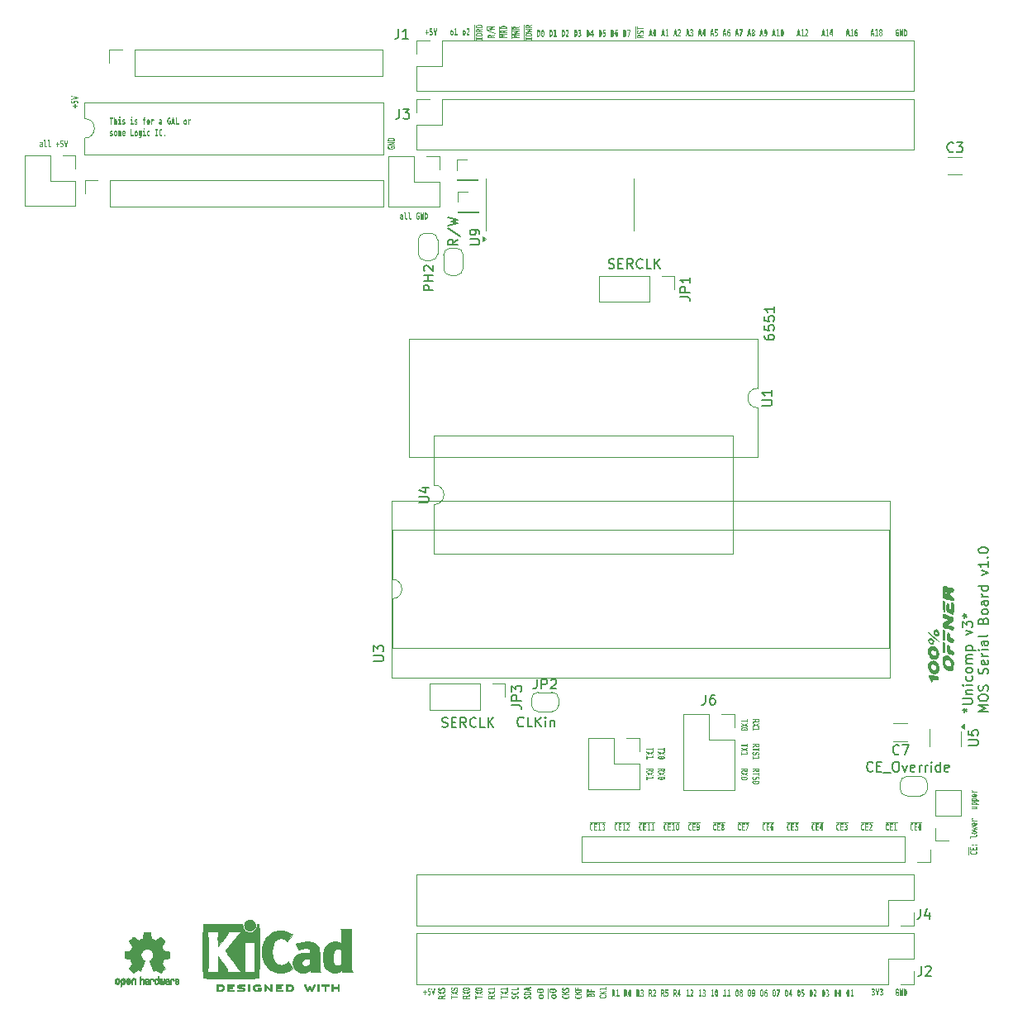
<source format=gbr>
%TF.GenerationSoftware,KiCad,Pcbnew,8.0.5-8.0.5-0~ubuntu22.04.1*%
%TF.CreationDate,2024-10-04T08:27:39+02:00*%
%TF.ProjectId,MOT_SerialBoard,4d4f545f-5365-4726-9961-6c426f617264,rev?*%
%TF.SameCoordinates,Original*%
%TF.FileFunction,Legend,Top*%
%TF.FilePolarity,Positive*%
%FSLAX46Y46*%
G04 Gerber Fmt 4.6, Leading zero omitted, Abs format (unit mm)*
G04 Created by KiCad (PCBNEW 8.0.5-8.0.5-0~ubuntu22.04.1) date 2024-10-04 08:27:39*
%MOMM*%
%LPD*%
G01*
G04 APERTURE LIST*
%ADD10C,0.100000*%
%ADD11C,0.150000*%
%ADD12C,0.120000*%
%ADD13C,0.010000*%
%ADD14C,0.000000*%
G04 APERTURE END LIST*
D10*
G36*
X95281000Y-149637561D02*
G01*
X95281000Y-149738921D01*
X94679185Y-149738921D01*
X94679185Y-149869103D01*
X94558822Y-149869103D01*
X94558822Y-149507379D01*
X94679185Y-149507379D01*
X94679185Y-149637561D01*
X95281000Y-149637561D01*
G37*
G36*
X95281000Y-149064689D02*
G01*
X95281000Y-149169469D01*
X95041983Y-149267288D01*
X95281000Y-149364863D01*
X95281000Y-149469644D01*
X94914269Y-149319190D01*
X94558822Y-149465491D01*
X94558822Y-149360711D01*
X94788606Y-149267288D01*
X94558822Y-149173621D01*
X94558822Y-149068841D01*
X94914269Y-149214410D01*
X95281000Y-149064689D01*
G37*
G36*
X94964534Y-148882728D02*
G01*
X94951665Y-148905449D01*
X94935957Y-148929526D01*
X94917266Y-148953220D01*
X94895425Y-148974504D01*
X94878707Y-148986409D01*
X94847475Y-149000706D01*
X94814198Y-149009046D01*
X94776026Y-149013096D01*
X94757489Y-149013520D01*
X94722289Y-149011953D01*
X94684944Y-149006164D01*
X94651608Y-148996108D01*
X94622281Y-148981787D01*
X94603787Y-148968946D01*
X94582003Y-148947796D01*
X94565570Y-148923455D01*
X94555742Y-148900052D01*
X94549846Y-148874305D01*
X94547880Y-148846214D01*
X94549443Y-148819669D01*
X94553621Y-148795367D01*
X94558993Y-148775505D01*
X94567789Y-148751244D01*
X94579130Y-148727156D01*
X94591648Y-148705408D01*
X94733896Y-148705408D01*
X94713616Y-148727955D01*
X94696973Y-148750761D01*
X94684998Y-148771720D01*
X94674788Y-148796821D01*
X94669290Y-148821751D01*
X94668243Y-148838276D01*
X94671128Y-148863440D01*
X94681787Y-148886722D01*
X94688759Y-148894696D01*
X94715576Y-148909942D01*
X94747573Y-148914235D01*
X94781976Y-148908135D01*
X94796471Y-148900069D01*
X94816816Y-148878026D01*
X94831994Y-148853875D01*
X94839213Y-148840474D01*
X94862123Y-148796755D01*
X94876943Y-148771280D01*
X94893726Y-148748926D01*
X94915311Y-148727200D01*
X94939460Y-148709550D01*
X94945898Y-148705774D01*
X94977298Y-148691665D01*
X95013025Y-148682174D01*
X95048416Y-148677613D01*
X95077203Y-148676587D01*
X95115800Y-148678201D01*
X95150549Y-148683044D01*
X95186229Y-148692775D01*
X95216672Y-148706900D01*
X95238599Y-148722505D01*
X95259384Y-148744784D01*
X95273136Y-148767453D01*
X95283138Y-148793419D01*
X95288608Y-148817576D01*
X95291473Y-148844023D01*
X95291942Y-148860990D01*
X95290305Y-148887214D01*
X95285396Y-148913496D01*
X95278093Y-148937438D01*
X95268152Y-148961142D01*
X95255640Y-148984322D01*
X95240556Y-149006976D01*
X95237231Y-149011444D01*
X95094984Y-149011444D01*
X95115246Y-148988850D01*
X95132370Y-148966682D01*
X95147718Y-148942548D01*
X95152772Y-148933042D01*
X95162690Y-148909388D01*
X95169356Y-148883562D01*
X95171579Y-148857937D01*
X95168309Y-148832206D01*
X95156229Y-148808220D01*
X95148327Y-148799930D01*
X95120416Y-148784451D01*
X95085787Y-148779311D01*
X95083187Y-148779291D01*
X95048603Y-148784156D01*
X95028135Y-148793091D01*
X95004591Y-148812419D01*
X94990692Y-148832903D01*
X94964534Y-148882728D01*
G37*
G36*
X107959115Y-149528750D02*
G01*
X107972699Y-149551841D01*
X107982677Y-149576006D01*
X107983735Y-149579309D01*
X107989625Y-149604655D01*
X107991869Y-149629426D01*
X107991942Y-149634874D01*
X107990448Y-149660027D01*
X107984382Y-149689311D01*
X107973648Y-149716198D01*
X107958249Y-149740688D01*
X107938182Y-149762781D01*
X107913449Y-149782476D01*
X107896369Y-149793143D01*
X107864424Y-149808869D01*
X107828322Y-149821930D01*
X107788062Y-149832325D01*
X107752861Y-149838722D01*
X107714999Y-149843414D01*
X107674477Y-149846399D01*
X107631293Y-149847678D01*
X107620082Y-149847732D01*
X107576153Y-149846879D01*
X107534896Y-149844320D01*
X107496310Y-149840055D01*
X107460396Y-149834084D01*
X107427153Y-149826408D01*
X107389356Y-149814413D01*
X107355733Y-149799754D01*
X107343452Y-149793143D01*
X107315919Y-149774886D01*
X107293053Y-149754231D01*
X107274853Y-149731180D01*
X107261320Y-149705731D01*
X107252453Y-149677885D01*
X107248253Y-149647642D01*
X107247880Y-149634874D01*
X107249451Y-149609803D01*
X107254620Y-149583978D01*
X107256087Y-149578942D01*
X107265584Y-149554533D01*
X107278687Y-149531680D01*
X107280706Y-149528750D01*
X107433896Y-149528750D01*
X107410951Y-149548128D01*
X107391900Y-149568616D01*
X107384143Y-149579431D01*
X107372731Y-149602792D01*
X107368259Y-149628479D01*
X107368243Y-149630111D01*
X107372207Y-149656192D01*
X107386145Y-149681463D01*
X107410117Y-149702427D01*
X107431673Y-149714009D01*
X107462369Y-149725048D01*
X107498955Y-149733376D01*
X107535003Y-149738357D01*
X107575379Y-149741345D01*
X107612331Y-149742313D01*
X107620082Y-149742341D01*
X107657492Y-149741649D01*
X107691929Y-149739574D01*
X107729332Y-149735258D01*
X107762454Y-149728949D01*
X107795689Y-149719072D01*
X107808149Y-149714009D01*
X107835899Y-149698140D01*
X107857641Y-149676220D01*
X107869349Y-149649991D01*
X107871579Y-149630111D01*
X107867646Y-149604374D01*
X107856817Y-149580966D01*
X107855849Y-149579431D01*
X107838468Y-149557649D01*
X107816116Y-149536878D01*
X107805926Y-149528750D01*
X107959115Y-149528750D01*
G37*
G36*
X107258822Y-149438747D02*
G01*
X107258822Y-149337386D01*
X107544171Y-149337386D01*
X107258822Y-149178628D01*
X107258822Y-149063956D01*
X107543316Y-149225767D01*
X107981000Y-149058217D01*
X107981000Y-149170812D01*
X107655986Y-149292445D01*
X107736341Y-149337386D01*
X107981000Y-149337386D01*
X107981000Y-149438747D01*
X107258822Y-149438747D01*
G37*
G36*
X107379185Y-148675854D02*
G01*
X107379185Y-148893963D01*
X107532374Y-148893963D01*
X107532374Y-148695516D01*
X107652737Y-148695516D01*
X107652737Y-148893963D01*
X107981000Y-148893963D01*
X107981000Y-148995324D01*
X107258822Y-148995324D01*
X107258822Y-148675854D01*
X107379185Y-148675854D01*
G37*
G36*
X148449115Y-134756750D02*
G01*
X148462699Y-134779841D01*
X148472677Y-134804006D01*
X148473735Y-134807309D01*
X148479625Y-134832655D01*
X148481869Y-134857426D01*
X148481942Y-134862874D01*
X148480448Y-134888027D01*
X148474382Y-134917311D01*
X148463648Y-134944198D01*
X148448249Y-134968688D01*
X148428182Y-134990781D01*
X148403449Y-135010476D01*
X148386369Y-135021143D01*
X148354424Y-135036869D01*
X148318322Y-135049930D01*
X148278062Y-135060325D01*
X148242861Y-135066722D01*
X148204999Y-135071414D01*
X148164477Y-135074399D01*
X148121293Y-135075678D01*
X148110082Y-135075732D01*
X148066153Y-135074879D01*
X148024896Y-135072320D01*
X147986310Y-135068055D01*
X147950396Y-135062084D01*
X147917153Y-135054408D01*
X147879356Y-135042413D01*
X147845733Y-135027754D01*
X147833452Y-135021143D01*
X147805919Y-135002886D01*
X147783053Y-134982231D01*
X147764853Y-134959180D01*
X147751320Y-134933731D01*
X147742453Y-134905885D01*
X147738253Y-134875642D01*
X147737880Y-134862874D01*
X147739451Y-134837803D01*
X147744620Y-134811978D01*
X147746087Y-134806942D01*
X147755584Y-134782533D01*
X147768687Y-134759680D01*
X147770706Y-134756750D01*
X147923896Y-134756750D01*
X147900951Y-134776128D01*
X147881900Y-134796616D01*
X147874143Y-134807431D01*
X147862731Y-134830792D01*
X147858259Y-134856479D01*
X147858243Y-134858111D01*
X147862207Y-134884192D01*
X147876145Y-134909463D01*
X147900117Y-134930427D01*
X147921673Y-134942009D01*
X147952369Y-134953048D01*
X147988955Y-134961376D01*
X148025003Y-134966357D01*
X148065379Y-134969345D01*
X148102331Y-134970313D01*
X148110082Y-134970341D01*
X148147492Y-134969649D01*
X148181929Y-134967574D01*
X148219332Y-134963258D01*
X148252454Y-134956949D01*
X148285689Y-134947072D01*
X148298149Y-134942009D01*
X148325899Y-134926140D01*
X148347641Y-134904220D01*
X148359349Y-134877991D01*
X148361579Y-134858111D01*
X148357646Y-134832374D01*
X148346817Y-134808966D01*
X148345849Y-134807431D01*
X148328468Y-134785649D01*
X148306116Y-134764878D01*
X148295926Y-134756750D01*
X148449115Y-134756750D01*
G37*
G36*
X148471000Y-134329814D02*
G01*
X148471000Y-134649161D01*
X147748822Y-134649161D01*
X147748822Y-134329814D01*
X147869185Y-134329814D01*
X147869185Y-134547923D01*
X148022374Y-134547923D01*
X148022374Y-134350452D01*
X148142737Y-134350452D01*
X148142737Y-134547923D01*
X148350637Y-134547923D01*
X148350637Y-134329814D01*
X148471000Y-134329814D01*
G37*
X147610000Y-135078000D02*
X147610000Y-134335851D01*
G36*
X147956722Y-134131611D02*
G01*
X147956722Y-134017305D01*
X148131795Y-134017305D01*
X148131795Y-134131611D01*
X147956722Y-134131611D01*
G37*
G36*
X148295926Y-134131611D02*
G01*
X148295926Y-134017305D01*
X148471000Y-134017305D01*
X148471000Y-134131611D01*
X148295926Y-134131611D01*
G37*
G36*
X148246687Y-133310833D02*
G01*
X147836359Y-133310833D01*
X147836359Y-133412804D01*
X147726938Y-133412804D01*
X147726938Y-133210083D01*
X148246687Y-133210083D01*
X148282330Y-133208711D01*
X148317983Y-133202828D01*
X148335591Y-133196039D01*
X148355869Y-133175507D01*
X148361553Y-133150369D01*
X148361579Y-133148289D01*
X148361579Y-133067934D01*
X148471000Y-133067934D01*
X148471000Y-133176499D01*
X148469178Y-133202002D01*
X148462450Y-133228152D01*
X148448689Y-133253286D01*
X148428454Y-133273352D01*
X148419196Y-133279570D01*
X148388923Y-133293248D01*
X148355405Y-133302010D01*
X148321453Y-133307139D01*
X148282680Y-133310070D01*
X148246687Y-133310833D01*
G37*
G36*
X148241794Y-132633993D02*
G01*
X148278065Y-132637526D01*
X148311732Y-132643414D01*
X148348693Y-132653589D01*
X148381904Y-132667156D01*
X148406715Y-132681053D01*
X148432280Y-132700318D01*
X148452556Y-132721937D01*
X148467543Y-132745908D01*
X148477240Y-132772232D01*
X148481648Y-132800908D01*
X148481942Y-132810990D01*
X148480105Y-132835634D01*
X148473052Y-132863065D01*
X148460711Y-132888161D01*
X148443079Y-132910922D01*
X148420159Y-132931346D01*
X148406715Y-132940683D01*
X148376629Y-132957076D01*
X148342793Y-132970078D01*
X148305207Y-132979688D01*
X148271019Y-132985105D01*
X148234227Y-132988167D01*
X148202919Y-132988921D01*
X148164043Y-132987743D01*
X148127772Y-132984210D01*
X148094106Y-132978322D01*
X148057144Y-132968147D01*
X148023933Y-132954580D01*
X147999122Y-132940683D01*
X147973557Y-132921426D01*
X147953281Y-132899833D01*
X147938294Y-132875905D01*
X147928597Y-132849641D01*
X147924189Y-132821042D01*
X147923896Y-132810990D01*
X148033316Y-132810990D01*
X148039615Y-132835920D01*
X148058513Y-132856488D01*
X148078110Y-132867777D01*
X148109546Y-132878596D01*
X148143720Y-132884907D01*
X148178774Y-132887792D01*
X148202919Y-132888293D01*
X148240724Y-132887011D01*
X148277993Y-132882503D01*
X148312869Y-132873687D01*
X148327727Y-132867777D01*
X148355023Y-132850117D01*
X148370377Y-132826063D01*
X148372521Y-132810990D01*
X148366222Y-132785928D01*
X148347324Y-132765332D01*
X148327727Y-132754081D01*
X148296291Y-132743198D01*
X148262117Y-132736849D01*
X148227063Y-132733947D01*
X148202919Y-132733443D01*
X148165113Y-132734733D01*
X148127844Y-132739268D01*
X148092968Y-132748136D01*
X148078110Y-132754081D01*
X148050814Y-132771701D01*
X148036116Y-132793786D01*
X148033316Y-132810990D01*
X147923896Y-132810990D01*
X147925732Y-132786276D01*
X147932785Y-132758776D01*
X147945127Y-132733628D01*
X147962758Y-132710834D01*
X147985678Y-132690392D01*
X147999122Y-132681053D01*
X148029208Y-132664660D01*
X148063044Y-132651658D01*
X148100630Y-132642048D01*
X148134818Y-132636631D01*
X148171610Y-132633569D01*
X148202919Y-132632815D01*
X148241794Y-132633993D01*
G37*
G36*
X147934838Y-132601552D02*
G01*
X147934838Y-132517777D01*
X148346191Y-132472103D01*
X148077085Y-132430460D01*
X148077085Y-132349127D01*
X148346191Y-132308216D01*
X147934838Y-132261810D01*
X147934838Y-132178035D01*
X148471000Y-132247766D01*
X148471000Y-132343265D01*
X148193857Y-132389915D01*
X148471000Y-132436322D01*
X148471000Y-132531820D01*
X147934838Y-132601552D01*
G37*
G36*
X148252158Y-132046510D02*
G01*
X148287087Y-132043741D01*
X148321067Y-132033712D01*
X148342772Y-132019765D01*
X148359709Y-131998473D01*
X148369006Y-131973781D01*
X148372405Y-131947215D01*
X148372521Y-131940753D01*
X148370309Y-131914895D01*
X148363673Y-131889347D01*
X148356792Y-131872487D01*
X148343796Y-131848954D01*
X148328195Y-131826934D01*
X148308987Y-131804317D01*
X148306868Y-131802023D01*
X148438173Y-131802023D01*
X148451926Y-131826278D01*
X148463092Y-131850850D01*
X148471000Y-131873464D01*
X148477229Y-131898974D01*
X148480873Y-131925466D01*
X148481942Y-131950400D01*
X148480201Y-131979440D01*
X148474979Y-132006261D01*
X148466276Y-132030865D01*
X148451238Y-132057460D01*
X148431186Y-132080862D01*
X148410647Y-132097923D01*
X148381636Y-132115229D01*
X148348200Y-132128955D01*
X148310341Y-132139100D01*
X148275412Y-132144819D01*
X148237412Y-132148052D01*
X148204799Y-132148848D01*
X148165525Y-132147649D01*
X148128915Y-132144053D01*
X148094967Y-132138061D01*
X148057745Y-132127705D01*
X148024358Y-132113898D01*
X147999464Y-132099755D01*
X147973783Y-132080087D01*
X147953415Y-132057904D01*
X147938360Y-132033204D01*
X147928619Y-132005989D01*
X147924560Y-131981387D01*
X147923896Y-131965788D01*
X148033316Y-131965788D01*
X148038057Y-131991649D01*
X148053765Y-132014316D01*
X148062039Y-132021109D01*
X148091636Y-132035942D01*
X148124350Y-132043521D01*
X148143250Y-132045533D01*
X148142737Y-131887141D01*
X148108705Y-131889896D01*
X148076508Y-131898957D01*
X148061013Y-131907658D01*
X148042080Y-131928461D01*
X148033993Y-131954226D01*
X148033316Y-131965788D01*
X147923896Y-131965788D01*
X147925619Y-131939975D01*
X147932239Y-131911478D01*
X147943824Y-131885687D01*
X147960373Y-131862600D01*
X147981887Y-131842218D01*
X147994506Y-131833042D01*
X148022947Y-131816980D01*
X148055438Y-131804242D01*
X148091981Y-131794827D01*
X148125528Y-131789519D01*
X148161888Y-131786519D01*
X148193002Y-131785781D01*
X148252158Y-131785781D01*
X148252158Y-132046510D01*
G37*
G36*
X148088027Y-131364095D02*
G01*
X148064091Y-131382017D01*
X148046994Y-131402808D01*
X148036322Y-131427500D01*
X148033316Y-131451290D01*
X148036053Y-131475936D01*
X148046014Y-131501018D01*
X148049900Y-131507100D01*
X148070032Y-131528227D01*
X148097601Y-131543980D01*
X148129524Y-131553331D01*
X148144276Y-131555582D01*
X148178726Y-131557963D01*
X148213877Y-131558707D01*
X148227367Y-131558757D01*
X148471000Y-131558757D01*
X148471000Y-131659507D01*
X147934838Y-131659507D01*
X147934838Y-131558757D01*
X148014510Y-131558757D01*
X147984833Y-131545459D01*
X147960686Y-131527731D01*
X147947660Y-131513450D01*
X147933179Y-131489092D01*
X147925775Y-131464200D01*
X147923896Y-131442009D01*
X147927168Y-131416592D01*
X147932273Y-131401709D01*
X147944934Y-131378905D01*
X147956722Y-131364095D01*
X148088027Y-131364095D01*
G37*
G36*
X148285839Y-130441224D02*
G01*
X147934838Y-130441224D01*
X147934838Y-130340596D01*
X148264126Y-130340596D01*
X148300288Y-130339225D01*
X148334977Y-130333515D01*
X148347559Y-130328994D01*
X148369011Y-130308329D01*
X148372521Y-130290160D01*
X148364101Y-130265919D01*
X148338840Y-130247661D01*
X148307016Y-130237778D01*
X148273123Y-130233350D01*
X148244464Y-130232396D01*
X147934838Y-130232396D01*
X147934838Y-130131768D01*
X148471000Y-130131768D01*
X148471000Y-130232396D01*
X148393550Y-130232396D01*
X148424701Y-130243508D01*
X148451180Y-130261019D01*
X148458861Y-130268666D01*
X148473805Y-130291157D01*
X148481130Y-130317156D01*
X148481942Y-130330338D01*
X148478853Y-130356128D01*
X148467997Y-130381110D01*
X148449323Y-130401822D01*
X148432531Y-130413258D01*
X148400882Y-130426777D01*
X148366437Y-130435079D01*
X148331424Y-130439476D01*
X148291862Y-130441197D01*
X148285839Y-130441224D01*
G37*
G36*
X148243492Y-129683387D02*
G01*
X148281010Y-129686097D01*
X148315473Y-129690614D01*
X148352795Y-129698419D01*
X148385718Y-129708826D01*
X148409792Y-129719486D01*
X148437905Y-129737129D01*
X148459113Y-129757788D01*
X148473416Y-129781461D01*
X148480814Y-129808150D01*
X148481942Y-129824755D01*
X148477949Y-129850574D01*
X148465972Y-129873962D01*
X148461083Y-129880198D01*
X148438774Y-129900531D01*
X148410792Y-129917360D01*
X148398166Y-129923307D01*
X148678899Y-129923307D01*
X148678899Y-130023569D01*
X147934838Y-130023569D01*
X147934838Y-129923307D01*
X148012458Y-129923307D01*
X147982453Y-129910083D01*
X147956893Y-129892580D01*
X147946122Y-129881786D01*
X147931731Y-129859378D01*
X147929913Y-129852843D01*
X148033316Y-129852843D01*
X148040766Y-129877078D01*
X148063113Y-129896799D01*
X148078452Y-129904378D01*
X148110002Y-129914360D01*
X148144106Y-129920183D01*
X148178963Y-129922845D01*
X148202919Y-129923307D01*
X148240446Y-129922124D01*
X148277556Y-129917965D01*
X148312445Y-129909831D01*
X148327385Y-129904378D01*
X148354890Y-129888258D01*
X148370361Y-129866454D01*
X148372521Y-129852843D01*
X148365072Y-129828668D01*
X148342724Y-129809129D01*
X148327385Y-129801674D01*
X148295835Y-129791885D01*
X148261731Y-129786175D01*
X148226874Y-129783565D01*
X148202919Y-129783111D01*
X148165391Y-129784272D01*
X148128281Y-129788350D01*
X148093392Y-129796326D01*
X148078452Y-129801674D01*
X148050948Y-129817571D01*
X148034903Y-129841109D01*
X148033316Y-129852843D01*
X147929913Y-129852843D01*
X147924677Y-129834028D01*
X147923896Y-129821335D01*
X147927397Y-129793851D01*
X147937902Y-129769206D01*
X147955409Y-129747402D01*
X147979920Y-129728437D01*
X147997071Y-129718876D01*
X148031873Y-129704695D01*
X148066262Y-129695313D01*
X148104859Y-129688490D01*
X148140237Y-129684758D01*
X148178536Y-129682803D01*
X148202919Y-129682483D01*
X148243492Y-129683387D01*
G37*
G36*
X148243492Y-129262312D02*
G01*
X148281010Y-129265022D01*
X148315473Y-129269539D01*
X148352795Y-129277345D01*
X148385718Y-129287752D01*
X148409792Y-129298412D01*
X148437905Y-129316055D01*
X148459113Y-129336713D01*
X148473416Y-129360387D01*
X148480814Y-129387076D01*
X148481942Y-129403680D01*
X148477949Y-129429499D01*
X148465972Y-129452888D01*
X148461083Y-129459123D01*
X148438774Y-129479456D01*
X148410792Y-129496285D01*
X148398166Y-129502232D01*
X148678899Y-129502232D01*
X148678899Y-129602494D01*
X147934838Y-129602494D01*
X147934838Y-129502232D01*
X148012458Y-129502232D01*
X147982453Y-129489009D01*
X147956893Y-129471505D01*
X147946122Y-129460711D01*
X147931731Y-129438303D01*
X147929913Y-129431768D01*
X148033316Y-129431768D01*
X148040766Y-129456004D01*
X148063113Y-129475724D01*
X148078452Y-129483303D01*
X148110002Y-129493285D01*
X148144106Y-129499108D01*
X148178963Y-129501770D01*
X148202919Y-129502232D01*
X148240446Y-129501049D01*
X148277556Y-129496890D01*
X148312445Y-129488757D01*
X148327385Y-129483303D01*
X148354890Y-129467183D01*
X148370361Y-129445379D01*
X148372521Y-129431768D01*
X148365072Y-129407593D01*
X148342724Y-129388054D01*
X148327385Y-129380599D01*
X148295835Y-129370810D01*
X148261731Y-129365100D01*
X148226874Y-129362490D01*
X148202919Y-129362037D01*
X148165391Y-129363197D01*
X148128281Y-129367276D01*
X148093392Y-129375252D01*
X148078452Y-129380599D01*
X148050948Y-129396496D01*
X148034903Y-129420034D01*
X148033316Y-129431768D01*
X147929913Y-129431768D01*
X147924677Y-129412953D01*
X147923896Y-129400261D01*
X147927397Y-129372776D01*
X147937902Y-129348132D01*
X147955409Y-129326327D01*
X147979920Y-129307363D01*
X147997071Y-129297801D01*
X148031873Y-129283621D01*
X148066262Y-129274238D01*
X148104859Y-129267415D01*
X148140237Y-129263683D01*
X148178536Y-129261729D01*
X148202919Y-129261409D01*
X148243492Y-129262312D01*
G37*
G36*
X148252158Y-129098987D02*
G01*
X148287087Y-129096218D01*
X148321067Y-129086189D01*
X148342772Y-129072243D01*
X148359709Y-129050950D01*
X148369006Y-129026259D01*
X148372405Y-128999693D01*
X148372521Y-128993230D01*
X148370309Y-128967373D01*
X148363673Y-128941825D01*
X148356792Y-128924964D01*
X148343796Y-128901431D01*
X148328195Y-128879411D01*
X148308987Y-128856795D01*
X148306868Y-128854500D01*
X148438173Y-128854500D01*
X148451926Y-128878755D01*
X148463092Y-128903327D01*
X148471000Y-128925941D01*
X148477229Y-128951451D01*
X148480873Y-128977943D01*
X148481942Y-129002878D01*
X148480201Y-129031917D01*
X148474979Y-129058739D01*
X148466276Y-129083342D01*
X148451238Y-129109938D01*
X148431186Y-129133339D01*
X148410647Y-129150400D01*
X148381636Y-129167707D01*
X148348200Y-129181433D01*
X148310341Y-129191578D01*
X148275412Y-129197297D01*
X148237412Y-129200529D01*
X148204799Y-129201325D01*
X148165525Y-129200126D01*
X148128915Y-129196531D01*
X148094967Y-129190538D01*
X148057745Y-129180183D01*
X148024358Y-129166375D01*
X147999464Y-129152232D01*
X147973783Y-129132564D01*
X147953415Y-129110381D01*
X147938360Y-129085681D01*
X147928619Y-129058466D01*
X147924560Y-129033864D01*
X147923896Y-129018265D01*
X148033316Y-129018265D01*
X148038057Y-129044127D01*
X148053765Y-129066794D01*
X148062039Y-129073586D01*
X148091636Y-129088419D01*
X148124350Y-129095998D01*
X148143250Y-129098010D01*
X148142737Y-128939619D01*
X148108705Y-128942374D01*
X148076508Y-128951434D01*
X148061013Y-128960135D01*
X148042080Y-128980939D01*
X148033993Y-129006703D01*
X148033316Y-129018265D01*
X147923896Y-129018265D01*
X147925619Y-128992452D01*
X147932239Y-128963956D01*
X147943824Y-128938164D01*
X147960373Y-128915078D01*
X147981887Y-128894696D01*
X147994506Y-128885519D01*
X148022947Y-128869458D01*
X148055438Y-128856719D01*
X148091981Y-128847304D01*
X148125528Y-128841996D01*
X148161888Y-128838996D01*
X148193002Y-128838258D01*
X148252158Y-128838258D01*
X148252158Y-129098987D01*
G37*
G36*
X148088027Y-128416573D02*
G01*
X148064091Y-128434494D01*
X148046994Y-128455285D01*
X148036322Y-128479977D01*
X148033316Y-128503767D01*
X148036053Y-128528414D01*
X148046014Y-128553496D01*
X148049900Y-128559577D01*
X148070032Y-128580704D01*
X148097601Y-128596458D01*
X148129524Y-128605808D01*
X148144276Y-128608059D01*
X148178726Y-128610441D01*
X148213877Y-128611185D01*
X148227367Y-128611234D01*
X148471000Y-128611234D01*
X148471000Y-128711984D01*
X147934838Y-128711984D01*
X147934838Y-128611234D01*
X148014510Y-128611234D01*
X147984833Y-128597936D01*
X147960686Y-128580208D01*
X147947660Y-128565927D01*
X147933179Y-128541570D01*
X147925775Y-128516677D01*
X147923896Y-128494486D01*
X147927168Y-128469070D01*
X147932273Y-128454186D01*
X147944934Y-128431382D01*
X147956722Y-128416573D01*
X148088027Y-128416573D01*
G37*
G36*
X52613847Y-62060194D02*
G01*
X52639059Y-62064088D01*
X52665710Y-62072188D01*
X52691831Y-62086364D01*
X52712599Y-62105628D01*
X52717550Y-62112067D01*
X52734166Y-62143793D01*
X52744811Y-62180125D01*
X52751042Y-62217636D01*
X52754195Y-62253385D01*
X52755493Y-62293217D01*
X52755530Y-62301673D01*
X52755530Y-62606000D01*
X52655635Y-62606000D01*
X52655635Y-62543083D01*
X52639137Y-62569268D01*
X52619213Y-62590035D01*
X52608862Y-62597793D01*
X52584775Y-62610191D01*
X52558754Y-62616268D01*
X52546092Y-62616942D01*
X52518738Y-62614667D01*
X52494166Y-62607844D01*
X52469490Y-62594476D01*
X52448447Y-62575167D01*
X52443754Y-62569412D01*
X52427779Y-62543211D01*
X52416368Y-62512308D01*
X52409522Y-62476703D01*
X52407275Y-62441693D01*
X52407271Y-62441013D01*
X52514462Y-62441013D01*
X52518805Y-62474696D01*
X52529849Y-62497605D01*
X52552142Y-62515020D01*
X52571859Y-62518463D01*
X52597123Y-62513655D01*
X52619878Y-62497442D01*
X52633653Y-62477772D01*
X52646168Y-62445861D01*
X52653037Y-62410225D01*
X52655549Y-62372756D01*
X52655635Y-62363735D01*
X52655635Y-62354332D01*
X52615457Y-62354332D01*
X52589429Y-62355561D01*
X52562863Y-62360553D01*
X52539737Y-62371612D01*
X52536810Y-62373993D01*
X52520049Y-62400494D01*
X52514549Y-62435182D01*
X52514462Y-62441013D01*
X52407271Y-62441013D01*
X52407240Y-62436397D01*
X52409326Y-62398313D01*
X52415584Y-62364842D01*
X52427846Y-62332240D01*
X52445558Y-62305665D01*
X52450837Y-62299963D01*
X52472243Y-62282776D01*
X52498208Y-62269810D01*
X52524091Y-62262056D01*
X52553323Y-62257404D01*
X52580241Y-62255896D01*
X52585903Y-62255853D01*
X52655635Y-62255853D01*
X52655635Y-62223198D01*
X52648717Y-62188803D01*
X52637927Y-62174129D01*
X52614425Y-62161056D01*
X52590128Y-62157440D01*
X52585903Y-62157374D01*
X52561395Y-62158607D01*
X52535252Y-62162762D01*
X52516050Y-62167803D01*
X52490267Y-62177380D01*
X52465908Y-62189243D01*
X52445464Y-62201143D01*
X52445464Y-62091722D01*
X52470605Y-62080382D01*
X52496022Y-62071494D01*
X52513119Y-62066931D01*
X52539440Y-62062034D01*
X52564593Y-62059531D01*
X52585903Y-62058896D01*
X52613847Y-62060194D01*
G37*
G36*
X52928942Y-62381687D02*
G01*
X52928942Y-61971359D01*
X52826971Y-61971359D01*
X52826971Y-61861938D01*
X53029692Y-61861938D01*
X53029692Y-62381687D01*
X53031064Y-62417330D01*
X53036948Y-62452983D01*
X53043736Y-62470591D01*
X53064268Y-62490869D01*
X53089406Y-62496553D01*
X53091486Y-62496579D01*
X53171842Y-62496579D01*
X53171842Y-62606000D01*
X53063276Y-62606000D01*
X53037773Y-62604178D01*
X53011624Y-62597450D01*
X52986490Y-62583689D01*
X52966424Y-62563454D01*
X52960205Y-62554196D01*
X52946528Y-62523923D01*
X52937766Y-62490405D01*
X52932636Y-62456453D01*
X52929706Y-62417680D01*
X52928942Y-62381687D01*
G37*
G36*
X53350017Y-62381687D02*
G01*
X53350017Y-61971359D01*
X53248046Y-61971359D01*
X53248046Y-61861938D01*
X53450767Y-61861938D01*
X53450767Y-62381687D01*
X53452139Y-62417330D01*
X53458022Y-62452983D01*
X53464811Y-62470591D01*
X53485343Y-62490869D01*
X53510481Y-62496553D01*
X53512561Y-62496579D01*
X53592916Y-62496579D01*
X53592916Y-62606000D01*
X53484351Y-62606000D01*
X53458848Y-62604178D01*
X53432698Y-62597450D01*
X53407564Y-62583689D01*
X53387498Y-62563454D01*
X53381280Y-62554196D01*
X53367602Y-62523923D01*
X53358840Y-62490405D01*
X53353711Y-62456453D01*
X53350780Y-62417680D01*
X53350017Y-62381687D01*
G37*
G36*
X54311723Y-62037011D02*
G01*
X54311723Y-62244911D01*
X54459490Y-62244911D01*
X54459490Y-62354332D01*
X54311723Y-62354332D01*
X54311723Y-62562231D01*
X54230390Y-62562231D01*
X54230390Y-62354332D01*
X54082013Y-62354332D01*
X54082013Y-62244911D01*
X54230390Y-62244911D01*
X54230390Y-62037011D01*
X54311723Y-62037011D01*
G37*
G36*
X54546685Y-61883822D02*
G01*
X54825244Y-61883822D01*
X54825244Y-62004185D01*
X54628750Y-62004185D01*
X54628750Y-62148655D01*
X54652510Y-62139349D01*
X54655129Y-62138739D01*
X54680164Y-62135569D01*
X54685048Y-62135490D01*
X54712653Y-62137834D01*
X54738223Y-62144867D01*
X54761757Y-62156588D01*
X54783257Y-62172997D01*
X54802721Y-62194094D01*
X54808757Y-62202168D01*
X54824860Y-62228515D01*
X54837631Y-62257675D01*
X54847071Y-62289648D01*
X54853179Y-62324433D01*
X54855955Y-62362032D01*
X54856140Y-62375190D01*
X54854333Y-62415473D01*
X54848910Y-62452463D01*
X54839873Y-62486159D01*
X54827221Y-62516561D01*
X54810953Y-62543669D01*
X54804727Y-62551973D01*
X54784179Y-62574052D01*
X54761004Y-62591563D01*
X54735201Y-62604506D01*
X54706771Y-62612881D01*
X54681072Y-62616371D01*
X54664776Y-62616942D01*
X54639944Y-62615788D01*
X54614905Y-62612325D01*
X54598098Y-62608735D01*
X54572704Y-62601426D01*
X54549065Y-62592699D01*
X54529466Y-62584115D01*
X54529466Y-62452810D01*
X54552847Y-62468785D01*
X54576752Y-62481149D01*
X54587962Y-62485637D01*
X54612470Y-62492721D01*
X54636978Y-62496194D01*
X54648290Y-62496579D01*
X54673485Y-62494645D01*
X54697980Y-62487845D01*
X54722381Y-62472886D01*
X54729745Y-62465633D01*
X54746712Y-62438481D01*
X54755848Y-62403443D01*
X54757588Y-62375703D01*
X54754313Y-62340890D01*
X54743267Y-62308765D01*
X54729867Y-62288679D01*
X54708713Y-62269990D01*
X54683202Y-62259059D01*
X54656228Y-62255853D01*
X54630758Y-62257656D01*
X54605180Y-62263066D01*
X54601762Y-62264060D01*
X54577816Y-62272811D01*
X54553636Y-62284704D01*
X54546685Y-62288679D01*
X54546685Y-61883822D01*
G37*
G36*
X55113084Y-62487004D02*
G01*
X55203332Y-61883822D01*
X55305425Y-61883822D01*
X55183426Y-62606000D01*
X55042986Y-62606000D01*
X54920987Y-61883822D01*
X55023080Y-61883822D01*
X55113084Y-62487004D01*
G37*
G36*
X89513847Y-69460194D02*
G01*
X89539059Y-69464088D01*
X89565710Y-69472188D01*
X89591831Y-69486364D01*
X89612599Y-69505628D01*
X89617550Y-69512067D01*
X89634166Y-69543793D01*
X89644811Y-69580125D01*
X89651042Y-69617636D01*
X89654195Y-69653385D01*
X89655493Y-69693217D01*
X89655530Y-69701673D01*
X89655530Y-70006000D01*
X89555635Y-70006000D01*
X89555635Y-69943083D01*
X89539137Y-69969268D01*
X89519213Y-69990035D01*
X89508862Y-69997793D01*
X89484775Y-70010191D01*
X89458754Y-70016268D01*
X89446092Y-70016942D01*
X89418738Y-70014667D01*
X89394166Y-70007844D01*
X89369490Y-69994476D01*
X89348447Y-69975167D01*
X89343754Y-69969412D01*
X89327779Y-69943211D01*
X89316368Y-69912308D01*
X89309522Y-69876703D01*
X89307275Y-69841693D01*
X89307271Y-69841013D01*
X89414462Y-69841013D01*
X89418805Y-69874696D01*
X89429849Y-69897605D01*
X89452142Y-69915020D01*
X89471859Y-69918463D01*
X89497123Y-69913655D01*
X89519878Y-69897442D01*
X89533653Y-69877772D01*
X89546168Y-69845861D01*
X89553037Y-69810225D01*
X89555549Y-69772756D01*
X89555635Y-69763735D01*
X89555635Y-69754332D01*
X89515457Y-69754332D01*
X89489429Y-69755561D01*
X89462863Y-69760553D01*
X89439737Y-69771612D01*
X89436810Y-69773993D01*
X89420049Y-69800494D01*
X89414549Y-69835182D01*
X89414462Y-69841013D01*
X89307271Y-69841013D01*
X89307240Y-69836397D01*
X89309326Y-69798313D01*
X89315584Y-69764842D01*
X89327846Y-69732240D01*
X89345558Y-69705665D01*
X89350837Y-69699963D01*
X89372243Y-69682776D01*
X89398208Y-69669810D01*
X89424091Y-69662056D01*
X89453323Y-69657404D01*
X89480241Y-69655896D01*
X89485903Y-69655853D01*
X89555635Y-69655853D01*
X89555635Y-69623198D01*
X89548717Y-69588803D01*
X89537927Y-69574129D01*
X89514425Y-69561056D01*
X89490128Y-69557440D01*
X89485903Y-69557374D01*
X89461395Y-69558607D01*
X89435252Y-69562762D01*
X89416050Y-69567803D01*
X89390267Y-69577380D01*
X89365908Y-69589243D01*
X89345464Y-69601143D01*
X89345464Y-69491722D01*
X89370605Y-69480382D01*
X89396022Y-69471494D01*
X89413119Y-69466931D01*
X89439440Y-69462034D01*
X89464593Y-69459531D01*
X89485903Y-69458896D01*
X89513847Y-69460194D01*
G37*
G36*
X89828942Y-69781687D02*
G01*
X89828942Y-69371359D01*
X89726971Y-69371359D01*
X89726971Y-69261938D01*
X89929692Y-69261938D01*
X89929692Y-69781687D01*
X89931064Y-69817330D01*
X89936948Y-69852983D01*
X89943736Y-69870591D01*
X89964268Y-69890869D01*
X89989406Y-69896553D01*
X89991486Y-69896579D01*
X90071842Y-69896579D01*
X90071842Y-70006000D01*
X89963276Y-70006000D01*
X89937773Y-70004178D01*
X89911624Y-69997450D01*
X89886490Y-69983689D01*
X89866424Y-69963454D01*
X89860205Y-69954196D01*
X89846528Y-69923923D01*
X89837766Y-69890405D01*
X89832636Y-69856453D01*
X89829706Y-69817680D01*
X89828942Y-69781687D01*
G37*
G36*
X90250017Y-69781687D02*
G01*
X90250017Y-69371359D01*
X90148046Y-69371359D01*
X90148046Y-69261938D01*
X90350767Y-69261938D01*
X90350767Y-69781687D01*
X90352139Y-69817330D01*
X90358022Y-69852983D01*
X90364811Y-69870591D01*
X90385343Y-69890869D01*
X90410481Y-69896553D01*
X90412561Y-69896579D01*
X90492916Y-69896579D01*
X90492916Y-70006000D01*
X90384351Y-70006000D01*
X90358848Y-70004178D01*
X90332698Y-69997450D01*
X90307564Y-69983689D01*
X90287498Y-69963454D01*
X90281280Y-69954196D01*
X90267602Y-69923923D01*
X90258840Y-69890405D01*
X90253711Y-69856453D01*
X90250780Y-69817680D01*
X90250017Y-69781687D01*
G37*
G36*
X91258862Y-69880337D02*
G01*
X91258862Y-69743390D01*
X91189375Y-69743390D01*
X91189375Y-69623027D01*
X91347400Y-69623027D01*
X91347400Y-69949750D01*
X91326612Y-69970654D01*
X91304382Y-69987760D01*
X91282920Y-70000016D01*
X91258148Y-70009652D01*
X91232193Y-70015289D01*
X91207571Y-70016942D01*
X91177571Y-70014579D01*
X91149778Y-70007491D01*
X91124191Y-69995679D01*
X91100810Y-69979141D01*
X91079636Y-69957878D01*
X91060668Y-69931891D01*
X91053698Y-69920173D01*
X91038077Y-69887941D01*
X91025104Y-69851728D01*
X91014779Y-69811532D01*
X91008425Y-69776509D01*
X91003765Y-69738937D01*
X91000800Y-69698816D01*
X90999529Y-69656147D01*
X90999476Y-69645082D01*
X91000331Y-69601153D01*
X91002896Y-69559896D01*
X91007170Y-69521310D01*
X91013154Y-69485396D01*
X91020847Y-69452153D01*
X91032869Y-69414356D01*
X91047561Y-69380733D01*
X91054187Y-69368452D01*
X91072508Y-69340919D01*
X91093203Y-69318053D01*
X91116272Y-69299853D01*
X91141713Y-69286320D01*
X91169528Y-69277453D01*
X91199716Y-69273253D01*
X91212456Y-69272880D01*
X91237378Y-69274742D01*
X91261937Y-69280329D01*
X91273150Y-69284164D01*
X91296835Y-69294969D01*
X91319271Y-69309047D01*
X91329204Y-69316648D01*
X91329204Y-69469838D01*
X91312357Y-69443912D01*
X91292052Y-69421848D01*
X91280233Y-69412563D01*
X91256922Y-69400054D01*
X91231837Y-69393922D01*
X91219661Y-69393243D01*
X91192657Y-69397154D01*
X91169286Y-69408887D01*
X91147336Y-69431436D01*
X91133443Y-69455818D01*
X91120995Y-69491049D01*
X91113020Y-69528484D01*
X91108351Y-69565482D01*
X91105989Y-69599775D01*
X91105017Y-69637216D01*
X91104989Y-69645082D01*
X91105660Y-69682114D01*
X91107672Y-69716275D01*
X91111858Y-69753477D01*
X91119184Y-69791653D01*
X91129139Y-69824200D01*
X91132466Y-69832465D01*
X91147770Y-69860515D01*
X91168727Y-69882491D01*
X91193644Y-69894325D01*
X91212456Y-69896579D01*
X91236966Y-69893568D01*
X91239933Y-69892646D01*
X91258862Y-69880337D01*
G37*
G36*
X91421284Y-69283822D02*
G01*
X91530094Y-69283822D01*
X91672976Y-69808700D01*
X91672976Y-69283822D01*
X91762369Y-69283822D01*
X91762369Y-70006000D01*
X91654169Y-70006000D01*
X91510554Y-69481122D01*
X91510554Y-70006000D01*
X91421284Y-70006000D01*
X91421284Y-69283822D01*
G37*
G36*
X91987347Y-69285142D02*
G01*
X92015465Y-69289101D01*
X92041386Y-69295699D01*
X92065108Y-69304937D01*
X92091669Y-69320196D01*
X92114796Y-69339579D01*
X92134488Y-69363085D01*
X92138014Y-69368281D01*
X92153951Y-69397243D01*
X92167187Y-69431447D01*
X92177722Y-69470893D01*
X92184205Y-69506225D01*
X92188959Y-69544913D01*
X92191985Y-69586955D01*
X92193281Y-69632353D01*
X92193335Y-69644227D01*
X92192849Y-69679286D01*
X92190688Y-69723105D01*
X92186798Y-69763580D01*
X92181180Y-69800710D01*
X92173832Y-69834495D01*
X92162217Y-69872023D01*
X92147901Y-69904325D01*
X92138014Y-69921198D01*
X92119009Y-69945628D01*
X92096569Y-69965918D01*
X92070695Y-69982066D01*
X92041386Y-69994074D01*
X92015465Y-70000699D01*
X91987347Y-70004674D01*
X91957030Y-70006000D01*
X91848464Y-70006000D01*
X91848464Y-69885637D01*
X91949825Y-69885637D01*
X91977302Y-69885637D01*
X92001834Y-69883010D01*
X92025835Y-69873578D01*
X92047690Y-69854766D01*
X92062543Y-69830755D01*
X92073656Y-69798517D01*
X92080775Y-69762437D01*
X92084943Y-69725663D01*
X92087051Y-69690896D01*
X92087920Y-69652380D01*
X92087944Y-69644227D01*
X92087324Y-69605216D01*
X92085464Y-69569929D01*
X92081594Y-69532498D01*
X92074822Y-69495606D01*
X92064106Y-69462379D01*
X92062543Y-69458896D01*
X92045531Y-69432449D01*
X92023070Y-69414657D01*
X91998531Y-69406109D01*
X91977302Y-69404185D01*
X91949825Y-69404185D01*
X91949825Y-69885637D01*
X91848464Y-69885637D01*
X91848464Y-69283822D01*
X91957030Y-69283822D01*
X91987347Y-69285142D01*
G37*
G36*
X55787011Y-58347575D02*
G01*
X55994911Y-58347575D01*
X55994911Y-58199808D01*
X56104332Y-58199808D01*
X56104332Y-58347575D01*
X56312231Y-58347575D01*
X56312231Y-58428907D01*
X56104332Y-58428907D01*
X56104332Y-58577285D01*
X55994911Y-58577285D01*
X55994911Y-58428907D01*
X55787011Y-58428907D01*
X55787011Y-58347575D01*
G37*
G36*
X55633822Y-58112613D02*
G01*
X55633822Y-57834054D01*
X55754185Y-57834054D01*
X55754185Y-58030547D01*
X55898655Y-58030547D01*
X55889349Y-58006787D01*
X55888739Y-58004169D01*
X55885569Y-57979134D01*
X55885490Y-57974249D01*
X55887834Y-57946645D01*
X55894867Y-57921075D01*
X55906588Y-57897540D01*
X55922997Y-57876041D01*
X55944094Y-57856576D01*
X55952168Y-57850540D01*
X55978515Y-57834437D01*
X56007675Y-57821666D01*
X56039648Y-57812227D01*
X56074433Y-57806119D01*
X56112032Y-57803342D01*
X56125190Y-57803157D01*
X56165473Y-57804965D01*
X56202463Y-57810387D01*
X56236159Y-57819425D01*
X56266561Y-57832077D01*
X56293669Y-57848345D01*
X56301973Y-57854570D01*
X56324052Y-57875118D01*
X56341563Y-57898294D01*
X56354506Y-57924097D01*
X56362881Y-57952527D01*
X56366371Y-57978226D01*
X56366942Y-57994521D01*
X56365788Y-58019354D01*
X56362325Y-58044393D01*
X56358735Y-58061200D01*
X56351426Y-58086593D01*
X56342699Y-58110233D01*
X56334115Y-58129832D01*
X56202810Y-58129832D01*
X56218785Y-58106451D01*
X56231149Y-58082546D01*
X56235637Y-58071336D01*
X56242721Y-58046828D01*
X56246194Y-58022319D01*
X56246579Y-58011008D01*
X56244645Y-57985813D01*
X56237845Y-57961318D01*
X56222886Y-57936916D01*
X56215633Y-57929553D01*
X56188481Y-57912586D01*
X56153443Y-57903449D01*
X56125703Y-57901709D01*
X56090890Y-57904985D01*
X56058765Y-57916030D01*
X56038679Y-57929431D01*
X56019990Y-57950584D01*
X56009059Y-57976096D01*
X56005853Y-58003070D01*
X56007656Y-58028540D01*
X56013066Y-58054118D01*
X56014060Y-58057536D01*
X56022811Y-58081482D01*
X56034704Y-58105662D01*
X56038679Y-58112613D01*
X55633822Y-58112613D01*
G37*
G36*
X56237004Y-57546214D02*
G01*
X55633822Y-57455966D01*
X55633822Y-57353872D01*
X56356000Y-57475872D01*
X56356000Y-57616311D01*
X55633822Y-57738311D01*
X55633822Y-57636217D01*
X56237004Y-57546214D01*
G37*
G36*
X92149624Y-50569211D02*
G01*
X92149624Y-50777111D01*
X92297391Y-50777111D01*
X92297391Y-50886532D01*
X92149624Y-50886532D01*
X92149624Y-51094431D01*
X92068292Y-51094431D01*
X92068292Y-50886532D01*
X91919914Y-50886532D01*
X91919914Y-50777111D01*
X92068292Y-50777111D01*
X92068292Y-50569211D01*
X92149624Y-50569211D01*
G37*
G36*
X92384586Y-50416022D02*
G01*
X92663145Y-50416022D01*
X92663145Y-50536385D01*
X92466652Y-50536385D01*
X92466652Y-50680855D01*
X92490412Y-50671549D01*
X92493030Y-50670939D01*
X92518065Y-50667769D01*
X92522950Y-50667690D01*
X92550554Y-50670034D01*
X92576124Y-50677067D01*
X92599659Y-50688788D01*
X92621158Y-50705197D01*
X92640623Y-50726294D01*
X92646659Y-50734368D01*
X92662762Y-50760715D01*
X92675533Y-50789875D01*
X92684972Y-50821848D01*
X92691080Y-50856633D01*
X92693857Y-50894232D01*
X92694042Y-50907390D01*
X92692234Y-50947673D01*
X92686812Y-50984663D01*
X92677774Y-51018359D01*
X92665122Y-51048761D01*
X92648854Y-51075869D01*
X92642629Y-51084173D01*
X92622081Y-51106252D01*
X92598905Y-51123763D01*
X92573102Y-51136706D01*
X92544672Y-51145081D01*
X92518973Y-51148571D01*
X92502678Y-51149142D01*
X92477845Y-51147988D01*
X92452806Y-51144525D01*
X92435999Y-51140935D01*
X92410606Y-51133626D01*
X92386966Y-51124899D01*
X92367367Y-51116315D01*
X92367367Y-50985010D01*
X92390748Y-51000985D01*
X92414653Y-51013349D01*
X92425863Y-51017837D01*
X92450371Y-51024921D01*
X92474880Y-51028394D01*
X92486191Y-51028779D01*
X92511386Y-51026845D01*
X92535881Y-51020045D01*
X92560283Y-51005086D01*
X92567646Y-50997833D01*
X92584613Y-50970681D01*
X92593750Y-50935643D01*
X92595490Y-50907903D01*
X92592214Y-50873090D01*
X92581169Y-50840965D01*
X92567768Y-50820879D01*
X92546615Y-50802190D01*
X92521103Y-50791259D01*
X92494129Y-50788053D01*
X92468659Y-50789856D01*
X92443081Y-50795266D01*
X92439663Y-50796260D01*
X92415717Y-50805011D01*
X92391537Y-50816904D01*
X92384586Y-50820879D01*
X92384586Y-50416022D01*
G37*
G36*
X92950985Y-51019204D02*
G01*
X93041233Y-50416022D01*
X93143327Y-50416022D01*
X93021327Y-51138200D01*
X92880888Y-51138200D01*
X92758888Y-50416022D01*
X92860982Y-50416022D01*
X92950985Y-51019204D01*
G37*
G36*
X94659998Y-50592932D02*
G01*
X94687498Y-50599985D01*
X94712646Y-50612327D01*
X94735440Y-50629958D01*
X94755882Y-50652878D01*
X94765221Y-50666322D01*
X94781615Y-50696408D01*
X94794616Y-50730244D01*
X94804226Y-50767830D01*
X94809643Y-50802018D01*
X94812705Y-50838810D01*
X94813459Y-50870119D01*
X94812281Y-50908994D01*
X94808748Y-50945265D01*
X94802860Y-50978932D01*
X94792685Y-51015893D01*
X94779118Y-51049104D01*
X94765221Y-51073915D01*
X94745956Y-51099480D01*
X94724337Y-51119756D01*
X94700366Y-51134743D01*
X94674042Y-51144440D01*
X94645366Y-51148848D01*
X94635284Y-51149142D01*
X94610640Y-51147305D01*
X94583209Y-51140252D01*
X94558113Y-51127911D01*
X94535352Y-51110279D01*
X94514928Y-51087359D01*
X94505591Y-51073915D01*
X94489198Y-51043829D01*
X94476196Y-51009993D01*
X94466586Y-50972407D01*
X94461169Y-50938219D01*
X94458107Y-50901427D01*
X94457353Y-50870119D01*
X94557981Y-50870119D01*
X94559263Y-50907924D01*
X94563771Y-50945193D01*
X94572587Y-50980069D01*
X94578497Y-50994927D01*
X94596157Y-51022223D01*
X94620211Y-51037577D01*
X94635284Y-51039721D01*
X94660346Y-51033422D01*
X94680942Y-51014524D01*
X94692193Y-50994927D01*
X94703076Y-50963491D01*
X94709425Y-50929317D01*
X94712327Y-50894263D01*
X94712831Y-50870119D01*
X94711541Y-50832313D01*
X94707006Y-50795044D01*
X94698138Y-50760168D01*
X94692193Y-50745310D01*
X94674573Y-50718014D01*
X94652488Y-50703316D01*
X94635284Y-50700516D01*
X94610354Y-50706815D01*
X94589786Y-50725713D01*
X94578497Y-50745310D01*
X94567678Y-50776746D01*
X94561367Y-50810920D01*
X94558482Y-50845974D01*
X94557981Y-50870119D01*
X94457353Y-50870119D01*
X94458531Y-50831243D01*
X94462064Y-50794972D01*
X94467952Y-50761306D01*
X94478127Y-50724344D01*
X94491694Y-50691133D01*
X94505591Y-50666322D01*
X94524848Y-50640757D01*
X94546441Y-50620481D01*
X94570369Y-50605494D01*
X94596633Y-50595797D01*
X94625232Y-50591389D01*
X94635284Y-50591096D01*
X94659998Y-50592932D01*
G37*
G36*
X94909324Y-51017837D02*
G01*
X95022653Y-51017837D01*
X95022653Y-50536385D01*
X94917140Y-50569211D01*
X94917140Y-50448848D01*
X95023264Y-50416022D01*
X95121205Y-50416022D01*
X95121205Y-51017837D01*
X95234534Y-51017837D01*
X95234534Y-51138200D01*
X94909324Y-51138200D01*
X94909324Y-51017837D01*
G37*
G36*
X95923222Y-50592932D02*
G01*
X95950722Y-50599985D01*
X95975870Y-50612327D01*
X95998664Y-50629958D01*
X96019106Y-50652878D01*
X96028445Y-50666322D01*
X96044839Y-50696408D01*
X96057840Y-50730244D01*
X96067450Y-50767830D01*
X96072867Y-50802018D01*
X96075929Y-50838810D01*
X96076683Y-50870119D01*
X96075505Y-50908994D01*
X96071972Y-50945265D01*
X96066084Y-50978932D01*
X96055909Y-51015893D01*
X96042342Y-51049104D01*
X96028445Y-51073915D01*
X96009180Y-51099480D01*
X95987561Y-51119756D01*
X95963590Y-51134743D01*
X95937266Y-51144440D01*
X95908590Y-51148848D01*
X95898508Y-51149142D01*
X95873864Y-51147305D01*
X95846433Y-51140252D01*
X95821337Y-51127911D01*
X95798576Y-51110279D01*
X95778152Y-51087359D01*
X95768815Y-51073915D01*
X95752422Y-51043829D01*
X95739420Y-51009993D01*
X95729810Y-50972407D01*
X95724393Y-50938219D01*
X95721331Y-50901427D01*
X95720577Y-50870119D01*
X95821205Y-50870119D01*
X95822487Y-50907924D01*
X95826995Y-50945193D01*
X95835811Y-50980069D01*
X95841721Y-50994927D01*
X95859381Y-51022223D01*
X95883435Y-51037577D01*
X95898508Y-51039721D01*
X95923570Y-51033422D01*
X95944166Y-51014524D01*
X95955417Y-50994927D01*
X95966300Y-50963491D01*
X95972649Y-50929317D01*
X95975551Y-50894263D01*
X95976055Y-50870119D01*
X95974765Y-50832313D01*
X95970230Y-50795044D01*
X95961362Y-50760168D01*
X95955417Y-50745310D01*
X95937797Y-50718014D01*
X95915712Y-50703316D01*
X95898508Y-50700516D01*
X95873578Y-50706815D01*
X95853010Y-50725713D01*
X95841721Y-50745310D01*
X95830902Y-50776746D01*
X95824591Y-50810920D01*
X95821706Y-50845974D01*
X95821205Y-50870119D01*
X95720577Y-50870119D01*
X95721755Y-50831243D01*
X95725288Y-50794972D01*
X95731176Y-50761306D01*
X95741351Y-50724344D01*
X95754918Y-50691133D01*
X95768815Y-50666322D01*
X95788072Y-50640757D01*
X95809665Y-50620481D01*
X95833593Y-50605494D01*
X95859857Y-50595797D01*
X95888456Y-50591389D01*
X95898508Y-50591096D01*
X95923222Y-50592932D01*
G37*
G36*
X96257056Y-51017837D02*
G01*
X96473089Y-51017837D01*
X96473089Y-51138200D01*
X96147391Y-51138200D01*
X96147391Y-51021598D01*
X96202346Y-50940216D01*
X96220033Y-50913981D01*
X96241508Y-50882054D01*
X96260575Y-50853615D01*
X96281023Y-50822974D01*
X96297708Y-50797783D01*
X96314745Y-50771675D01*
X96321170Y-50761553D01*
X96337183Y-50734336D01*
X96351716Y-50705036D01*
X96358295Y-50688548D01*
X96367157Y-50654905D01*
X96369652Y-50625460D01*
X96366226Y-50590177D01*
X96353758Y-50558440D01*
X96348892Y-50551601D01*
X96327384Y-50533720D01*
X96301426Y-50526082D01*
X96289907Y-50525443D01*
X96264899Y-50528126D01*
X96239376Y-50535424D01*
X96228969Y-50539463D01*
X96205366Y-50550596D01*
X96181070Y-50564719D01*
X96158382Y-50580153D01*
X96158382Y-50448848D01*
X96181201Y-50436493D01*
X96205944Y-50425217D01*
X96230312Y-50416364D01*
X96256352Y-50409488D01*
X96281534Y-50405785D01*
X96297845Y-50405080D01*
X96322447Y-50406395D01*
X96349718Y-50411444D01*
X96374534Y-50420280D01*
X96400381Y-50435374D01*
X96422886Y-50455622D01*
X96425828Y-50458936D01*
X96443958Y-50484296D01*
X96457635Y-50513404D01*
X96466859Y-50546258D01*
X96471630Y-50582860D01*
X96472357Y-50605457D01*
X96470416Y-50641842D01*
X96464596Y-50676199D01*
X96462220Y-50685642D01*
X96451586Y-50717447D01*
X96437513Y-50749259D01*
X96427416Y-50768904D01*
X96409830Y-50797609D01*
X96390126Y-50827318D01*
X96372323Y-50853388D01*
X96351414Y-50883498D01*
X96332450Y-50910495D01*
X96327398Y-50917648D01*
X96308922Y-50943889D01*
X96289925Y-50970913D01*
X96271253Y-50997534D01*
X96257056Y-51017837D01*
G37*
G36*
X97781000Y-149637561D02*
G01*
X97781000Y-149738921D01*
X97179185Y-149738921D01*
X97179185Y-149869103D01*
X97058822Y-149869103D01*
X97058822Y-149507379D01*
X97179185Y-149507379D01*
X97179185Y-149637561D01*
X97781000Y-149637561D01*
G37*
G36*
X97781000Y-149064689D02*
G01*
X97781000Y-149169469D01*
X97541983Y-149267288D01*
X97781000Y-149364863D01*
X97781000Y-149469644D01*
X97414269Y-149319190D01*
X97058822Y-149465491D01*
X97058822Y-149360711D01*
X97288606Y-149267288D01*
X97058822Y-149173621D01*
X97058822Y-149068841D01*
X97414269Y-149214410D01*
X97781000Y-149064689D01*
G37*
G36*
X97447982Y-148810287D02*
G01*
X97457182Y-148815683D01*
X97473531Y-148837482D01*
X97474621Y-148846214D01*
X97465004Y-148869982D01*
X97457524Y-148876500D01*
X97426910Y-148888063D01*
X97414611Y-148888834D01*
X97380919Y-148881896D01*
X97371697Y-148876500D01*
X97355348Y-148854839D01*
X97354258Y-148846214D01*
X97364068Y-148822217D01*
X97371697Y-148815683D01*
X97402376Y-148804120D01*
X97414611Y-148803349D01*
X97447982Y-148810287D01*
G37*
G36*
X97465247Y-148677247D02*
G01*
X97507480Y-148679228D01*
X97546779Y-148682529D01*
X97583144Y-148687151D01*
X97616577Y-148693093D01*
X97654243Y-148702377D01*
X97687326Y-148713724D01*
X97699276Y-148718841D01*
X97730768Y-148736193D01*
X97755744Y-148756559D01*
X97774205Y-148779939D01*
X97786150Y-148806333D01*
X97791127Y-148830631D01*
X97791942Y-148846214D01*
X97789675Y-148871696D01*
X97780972Y-148899529D01*
X97765741Y-148924364D01*
X97743982Y-148946203D01*
X97715696Y-148965045D01*
X97699105Y-148973342D01*
X97667769Y-148985515D01*
X97631892Y-148995625D01*
X97591474Y-149003671D01*
X97555869Y-149008623D01*
X97517358Y-149012254D01*
X97475941Y-149014565D01*
X97431617Y-149015555D01*
X97420082Y-149015596D01*
X97374954Y-149014936D01*
X97332748Y-149012955D01*
X97293465Y-149009654D01*
X97257105Y-149005033D01*
X97223667Y-148999091D01*
X97185979Y-148989806D01*
X97152858Y-148978459D01*
X97140888Y-148973342D01*
X97109280Y-148955999D01*
X97084211Y-148935658D01*
X97065682Y-148912321D01*
X97053693Y-148885987D01*
X97048698Y-148861753D01*
X97047880Y-148846214D01*
X97168243Y-148846214D01*
X97178147Y-148871587D01*
X97204871Y-148889499D01*
X97228254Y-148897505D01*
X97262747Y-148904557D01*
X97300291Y-148909075D01*
X97337942Y-148911720D01*
X97373175Y-148913058D01*
X97411913Y-148913609D01*
X97420082Y-148913625D01*
X97459423Y-148913231D01*
X97495275Y-148912051D01*
X97533691Y-148909595D01*
X97572159Y-148905297D01*
X97607748Y-148898496D01*
X97611568Y-148897505D01*
X97643214Y-148885517D01*
X97665718Y-148866283D01*
X97671579Y-148846214D01*
X97663140Y-148822440D01*
X97637823Y-148804059D01*
X97611568Y-148794801D01*
X97577096Y-148787695D01*
X97539606Y-148783142D01*
X97502027Y-148780478D01*
X97466873Y-148779129D01*
X97428229Y-148778574D01*
X97420082Y-148778558D01*
X97380642Y-148778955D01*
X97344708Y-148780145D01*
X97306216Y-148782619D01*
X97267689Y-148786949D01*
X97232074Y-148793801D01*
X97228254Y-148794801D01*
X97196607Y-148806748D01*
X97174103Y-148826028D01*
X97168243Y-148846214D01*
X97047880Y-148846214D01*
X97050143Y-148820661D01*
X97058830Y-148792760D01*
X97074033Y-148767873D01*
X97095751Y-148746000D01*
X97123986Y-148727140D01*
X97140546Y-148718841D01*
X97171804Y-148706668D01*
X97207662Y-148696559D01*
X97248119Y-148688512D01*
X97283797Y-148683561D01*
X97322419Y-148679929D01*
X97363985Y-148677619D01*
X97408494Y-148676628D01*
X97420082Y-148676587D01*
X97465247Y-148677247D01*
G37*
G36*
X101164534Y-149724877D02*
G01*
X101151665Y-149747598D01*
X101135957Y-149771675D01*
X101117266Y-149795370D01*
X101095425Y-149816653D01*
X101078707Y-149828558D01*
X101047475Y-149842855D01*
X101014198Y-149851195D01*
X100976026Y-149855246D01*
X100957489Y-149855669D01*
X100922289Y-149854102D01*
X100884944Y-149848313D01*
X100851608Y-149838258D01*
X100822281Y-149823936D01*
X100803787Y-149811095D01*
X100782003Y-149789945D01*
X100765570Y-149765604D01*
X100755742Y-149742201D01*
X100749846Y-149716454D01*
X100747880Y-149688363D01*
X100749443Y-149661819D01*
X100753621Y-149637517D01*
X100758993Y-149617655D01*
X100767789Y-149593393D01*
X100779130Y-149569305D01*
X100791648Y-149547557D01*
X100933896Y-149547557D01*
X100913616Y-149570104D01*
X100896973Y-149592910D01*
X100884998Y-149613869D01*
X100874788Y-149638971D01*
X100869290Y-149663901D01*
X100868243Y-149680425D01*
X100871128Y-149705590D01*
X100881787Y-149728871D01*
X100888759Y-149736845D01*
X100915576Y-149752091D01*
X100947573Y-149756385D01*
X100981976Y-149750284D01*
X100996471Y-149742219D01*
X101016816Y-149720176D01*
X101031994Y-149696025D01*
X101039213Y-149682623D01*
X101062123Y-149638904D01*
X101076943Y-149613430D01*
X101093726Y-149591076D01*
X101115311Y-149569350D01*
X101139460Y-149551699D01*
X101145898Y-149547923D01*
X101177298Y-149533814D01*
X101213025Y-149524323D01*
X101248416Y-149519763D01*
X101277203Y-149518736D01*
X101315800Y-149520351D01*
X101350549Y-149525194D01*
X101386229Y-149534924D01*
X101416672Y-149549049D01*
X101438599Y-149564654D01*
X101459384Y-149586934D01*
X101473136Y-149609602D01*
X101483138Y-149635568D01*
X101488608Y-149659726D01*
X101491473Y-149686173D01*
X101491942Y-149703140D01*
X101490305Y-149729364D01*
X101485396Y-149755645D01*
X101478093Y-149779588D01*
X101468152Y-149803292D01*
X101455640Y-149826471D01*
X101440556Y-149849125D01*
X101437231Y-149853593D01*
X101294984Y-149853593D01*
X101315246Y-149831000D01*
X101332370Y-149808831D01*
X101347718Y-149784698D01*
X101352772Y-149775191D01*
X101362690Y-149751538D01*
X101369356Y-149725711D01*
X101371579Y-149700087D01*
X101368309Y-149674355D01*
X101356229Y-149650369D01*
X101348327Y-149642079D01*
X101320416Y-149626600D01*
X101285787Y-149621461D01*
X101283187Y-149621441D01*
X101248603Y-149626305D01*
X101228135Y-149635240D01*
X101204591Y-149654569D01*
X101190692Y-149675052D01*
X101164534Y-149724877D01*
G37*
G36*
X101459115Y-149107676D02*
G01*
X101472699Y-149130767D01*
X101482677Y-149154931D01*
X101483735Y-149158234D01*
X101489625Y-149183581D01*
X101491869Y-149208351D01*
X101491942Y-149213799D01*
X101490448Y-149238952D01*
X101484382Y-149268237D01*
X101473648Y-149295124D01*
X101458249Y-149319613D01*
X101438182Y-149341706D01*
X101413449Y-149361402D01*
X101396369Y-149372069D01*
X101364424Y-149387795D01*
X101328322Y-149400855D01*
X101288062Y-149411251D01*
X101252861Y-149417648D01*
X101214999Y-149422339D01*
X101174477Y-149425324D01*
X101131293Y-149426604D01*
X101120082Y-149426657D01*
X101076153Y-149425804D01*
X101034896Y-149423245D01*
X100996310Y-149418980D01*
X100960396Y-149413010D01*
X100927153Y-149405333D01*
X100889356Y-149393339D01*
X100855733Y-149378679D01*
X100843452Y-149372069D01*
X100815919Y-149353811D01*
X100793053Y-149333157D01*
X100774853Y-149310105D01*
X100761320Y-149284656D01*
X100752453Y-149256811D01*
X100748253Y-149226568D01*
X100747880Y-149213799D01*
X100749451Y-149188728D01*
X100754620Y-149162904D01*
X100756087Y-149157868D01*
X100765584Y-149133458D01*
X100778687Y-149110605D01*
X100780706Y-149107676D01*
X100933896Y-149107676D01*
X100910951Y-149127053D01*
X100891900Y-149147541D01*
X100884143Y-149158356D01*
X100872731Y-149181717D01*
X100868259Y-149207405D01*
X100868243Y-149209036D01*
X100872207Y-149235117D01*
X100886145Y-149260389D01*
X100910117Y-149281352D01*
X100931673Y-149292934D01*
X100962369Y-149303973D01*
X100998955Y-149312302D01*
X101035003Y-149317282D01*
X101075379Y-149320270D01*
X101112331Y-149321238D01*
X101120082Y-149321266D01*
X101157492Y-149320574D01*
X101191929Y-149318499D01*
X101229332Y-149314183D01*
X101262454Y-149307875D01*
X101295689Y-149297997D01*
X101308149Y-149292934D01*
X101335899Y-149277066D01*
X101357641Y-149255145D01*
X101369349Y-149228916D01*
X101371579Y-149209036D01*
X101367646Y-149183299D01*
X101356817Y-149159892D01*
X101355849Y-149158356D01*
X101338468Y-149136574D01*
X101316116Y-149115804D01*
X101305926Y-149107676D01*
X101459115Y-149107676D01*
G37*
G36*
X101481000Y-148980547D02*
G01*
X100758822Y-148980547D01*
X100758822Y-148879187D01*
X101360637Y-148879187D01*
X101360637Y-148662543D01*
X101481000Y-148662543D01*
X101481000Y-148980547D01*
G37*
G36*
X137805755Y-149158737D02*
G01*
X137751533Y-149158737D01*
X137751533Y-149038374D01*
X137805755Y-149038374D01*
X137831744Y-149035441D01*
X137855987Y-149024604D01*
X137864373Y-149017516D01*
X137880572Y-148990529D01*
X137885134Y-148958702D01*
X137879944Y-148923269D01*
X137864373Y-148896640D01*
X137841153Y-148880564D01*
X137814952Y-148874593D01*
X137805755Y-148874243D01*
X137779742Y-148876403D01*
X137754164Y-148882276D01*
X137743962Y-148885527D01*
X137718888Y-148895304D01*
X137695301Y-148906801D01*
X137675574Y-148918011D01*
X137675574Y-148786706D01*
X137699792Y-148776664D01*
X137723750Y-148768399D01*
X137745305Y-148762429D01*
X137770664Y-148757219D01*
X137795268Y-148754414D01*
X137811250Y-148753880D01*
X137835717Y-148755082D01*
X137862771Y-148759698D01*
X137887309Y-148767777D01*
X137912756Y-148781577D01*
X137934779Y-148800090D01*
X137937646Y-148803120D01*
X137957468Y-148829994D01*
X137971626Y-148861549D01*
X137980121Y-148897783D01*
X137982909Y-148933328D01*
X137982953Y-148938699D01*
X137980401Y-148976088D01*
X137972745Y-149008970D01*
X137958427Y-149039933D01*
X137956819Y-149042478D01*
X137938367Y-149064974D01*
X137915527Y-149082028D01*
X137891218Y-149092722D01*
X137882325Y-149095307D01*
X137908169Y-149104219D01*
X137930746Y-149117448D01*
X137952241Y-149137490D01*
X137966100Y-149156856D01*
X137980091Y-149186261D01*
X137989503Y-149220425D01*
X137994026Y-149254790D01*
X137995043Y-149283032D01*
X137993364Y-149320585D01*
X137988328Y-149354639D01*
X137978210Y-149389948D01*
X137963521Y-149420496D01*
X137947294Y-149442889D01*
X137924335Y-149464340D01*
X137901362Y-149478533D01*
X137875351Y-149488856D01*
X137846299Y-149495307D01*
X137819767Y-149497727D01*
X137808564Y-149497942D01*
X137782009Y-149496931D01*
X137755743Y-149493901D01*
X137732116Y-149489393D01*
X137706646Y-149482745D01*
X137681956Y-149474318D01*
X137660186Y-149465115D01*
X137660186Y-149333810D01*
X137682957Y-149347311D01*
X137706941Y-149358428D01*
X137729795Y-149366466D01*
X137756018Y-149372793D01*
X137780633Y-149376266D01*
X137805988Y-149377568D01*
X137808564Y-149377579D01*
X137834838Y-149374367D01*
X137858892Y-149363535D01*
X137873777Y-149350394D01*
X137890222Y-149322826D01*
X137897459Y-149287993D01*
X137897835Y-149276706D01*
X137894992Y-149240948D01*
X137885406Y-149208851D01*
X137873777Y-149189512D01*
X137852934Y-149170758D01*
X137828910Y-149161171D01*
X137805755Y-149158737D01*
G37*
G36*
X138249911Y-149368004D02*
G01*
X138340158Y-148764822D01*
X138442252Y-148764822D01*
X138320253Y-149487000D01*
X138179813Y-149487000D01*
X138057814Y-148764822D01*
X138159907Y-148764822D01*
X138249911Y-149368004D01*
G37*
G36*
X138647904Y-149158737D02*
G01*
X138593682Y-149158737D01*
X138593682Y-149038374D01*
X138647904Y-149038374D01*
X138673893Y-149035441D01*
X138698136Y-149024604D01*
X138706523Y-149017516D01*
X138722722Y-148990529D01*
X138727283Y-148958702D01*
X138722093Y-148923269D01*
X138706523Y-148896640D01*
X138683303Y-148880564D01*
X138657102Y-148874593D01*
X138647904Y-148874243D01*
X138621891Y-148876403D01*
X138596313Y-148882276D01*
X138586111Y-148885527D01*
X138561038Y-148895304D01*
X138537451Y-148906801D01*
X138517723Y-148918011D01*
X138517723Y-148786706D01*
X138541941Y-148776664D01*
X138565899Y-148768399D01*
X138587454Y-148762429D01*
X138612813Y-148757219D01*
X138637417Y-148754414D01*
X138653400Y-148753880D01*
X138677866Y-148755082D01*
X138704920Y-148759698D01*
X138729458Y-148767777D01*
X138754906Y-148781577D01*
X138776929Y-148800090D01*
X138779795Y-148803120D01*
X138799617Y-148829994D01*
X138813776Y-148861549D01*
X138822271Y-148897783D01*
X138825058Y-148933328D01*
X138825103Y-148938699D01*
X138822550Y-148976088D01*
X138814894Y-149008970D01*
X138800576Y-149039933D01*
X138798969Y-149042478D01*
X138780517Y-149064974D01*
X138757676Y-149082028D01*
X138733367Y-149092722D01*
X138724474Y-149095307D01*
X138750318Y-149104219D01*
X138772896Y-149117448D01*
X138794390Y-149137490D01*
X138808250Y-149156856D01*
X138822241Y-149186261D01*
X138831653Y-149220425D01*
X138836175Y-149254790D01*
X138837193Y-149283032D01*
X138835514Y-149320585D01*
X138830478Y-149354639D01*
X138820359Y-149389948D01*
X138805670Y-149420496D01*
X138789443Y-149442889D01*
X138766484Y-149464340D01*
X138743512Y-149478533D01*
X138717500Y-149488856D01*
X138688448Y-149495307D01*
X138661917Y-149497727D01*
X138650713Y-149497942D01*
X138624159Y-149496931D01*
X138597893Y-149493901D01*
X138574265Y-149489393D01*
X138548796Y-149482745D01*
X138524105Y-149474318D01*
X138502336Y-149465115D01*
X138502336Y-149333810D01*
X138525107Y-149347311D01*
X138549090Y-149358428D01*
X138571945Y-149366466D01*
X138598167Y-149372793D01*
X138622782Y-149376266D01*
X138648137Y-149377568D01*
X138650713Y-149377579D01*
X138676987Y-149374367D01*
X138701041Y-149363535D01*
X138715926Y-149350394D01*
X138732372Y-149322826D01*
X138739608Y-149287993D01*
X138739984Y-149276706D01*
X138737141Y-149240948D01*
X138727556Y-149208851D01*
X138715926Y-149189512D01*
X138695083Y-149170758D01*
X138671059Y-149161171D01*
X138647904Y-149158737D01*
G37*
G36*
X59812438Y-60280000D02*
G01*
X59711078Y-60280000D01*
X59711078Y-59678185D01*
X59580896Y-59678185D01*
X59580896Y-59557822D01*
X59942620Y-59557822D01*
X59942620Y-59678185D01*
X59812438Y-59678185D01*
X59812438Y-60280000D01*
G37*
G36*
X60338904Y-59929169D02*
G01*
X60338904Y-60280000D01*
X60239009Y-60280000D01*
X60239009Y-59950882D01*
X60237609Y-59914720D01*
X60231778Y-59880032D01*
X60227163Y-59867449D01*
X60207800Y-59846464D01*
X60188450Y-59842316D01*
X60163965Y-59850822D01*
X60145464Y-59876339D01*
X60135501Y-59908328D01*
X60131038Y-59942184D01*
X60130076Y-59970715D01*
X60130076Y-60280000D01*
X60030181Y-60280000D01*
X60030181Y-59535938D01*
X60130076Y-59535938D01*
X60130076Y-59821800D01*
X60141208Y-59790510D01*
X60158786Y-59763881D01*
X60166468Y-59756147D01*
X60189158Y-59741093D01*
X60213215Y-59734008D01*
X60228628Y-59732896D01*
X60254251Y-59735984D01*
X60279080Y-59746840D01*
X60299679Y-59765514D01*
X60311060Y-59782306D01*
X60324520Y-59813830D01*
X60332786Y-59848278D01*
X60337164Y-59883381D01*
X60338877Y-59923115D01*
X60338904Y-59929169D01*
G37*
G36*
X60468108Y-59743838D02*
G01*
X60667288Y-59743838D01*
X60667288Y-60170579D01*
X60792341Y-60170579D01*
X60792341Y-60280000D01*
X60441242Y-60280000D01*
X60441242Y-60170579D01*
X60566660Y-60170579D01*
X60566660Y-59853258D01*
X60468108Y-59853258D01*
X60468108Y-59743838D01*
G37*
G36*
X60566660Y-59481228D02*
G01*
X60667288Y-59481228D01*
X60667288Y-59645359D01*
X60566660Y-59645359D01*
X60566660Y-59481228D01*
G37*
G36*
X61153576Y-59765722D02*
G01*
X61153576Y-59886085D01*
X61130590Y-59870220D01*
X61106879Y-59857911D01*
X61095690Y-59853429D01*
X61071261Y-59846234D01*
X61046792Y-59842707D01*
X61035484Y-59842316D01*
X61010820Y-59844433D01*
X60986777Y-59853586D01*
X60984560Y-59855139D01*
X60968531Y-59881297D01*
X60967463Y-59893094D01*
X60981534Y-59921925D01*
X61005442Y-59937728D01*
X61032077Y-59948543D01*
X61040980Y-59951395D01*
X61044766Y-59952763D01*
X61073586Y-59962166D01*
X61099224Y-59972510D01*
X61123669Y-59987416D01*
X61145370Y-60008040D01*
X61154064Y-60019954D01*
X61168665Y-60050655D01*
X61176680Y-60084314D01*
X61179610Y-60119290D01*
X61179710Y-60127665D01*
X61177267Y-60165973D01*
X61169940Y-60199173D01*
X61155858Y-60230418D01*
X61140631Y-60250251D01*
X61118695Y-60268053D01*
X61095469Y-60279458D01*
X61068479Y-60286968D01*
X61042350Y-60290306D01*
X61023394Y-60290942D01*
X60997142Y-60289788D01*
X60972655Y-60286702D01*
X60952320Y-60282735D01*
X60927170Y-60276123D01*
X60901761Y-60267572D01*
X60878436Y-60258115D01*
X60878436Y-60137752D01*
X60901487Y-60151253D01*
X60924797Y-60162370D01*
X60946214Y-60170408D01*
X60971825Y-60177180D01*
X60996818Y-60180826D01*
X61013136Y-60181521D01*
X61039069Y-60179376D01*
X61063184Y-60170849D01*
X61066748Y-60168527D01*
X61083504Y-60143509D01*
X61084944Y-60130401D01*
X61076398Y-60098234D01*
X61071999Y-60092958D01*
X61048311Y-60078488D01*
X61022257Y-60068611D01*
X61010694Y-60064919D01*
X60982850Y-60056371D01*
X60959122Y-60047460D01*
X60935654Y-60034873D01*
X60913905Y-60017646D01*
X60898709Y-59999609D01*
X60883690Y-59969933D01*
X60875447Y-59937556D01*
X60872356Y-59900036D01*
X60872330Y-59896001D01*
X60874841Y-59859509D01*
X60883670Y-59823591D01*
X60898854Y-59793110D01*
X60912508Y-59775809D01*
X60934635Y-59757034D01*
X60960838Y-59743624D01*
X60987109Y-59736290D01*
X61012110Y-59733273D01*
X61025471Y-59732896D01*
X61049908Y-59734050D01*
X61074311Y-59737512D01*
X61090561Y-59741102D01*
X61114650Y-59748411D01*
X61138189Y-59758028D01*
X61153576Y-59765722D01*
G37*
G36*
X61731332Y-59743838D02*
G01*
X61930512Y-59743838D01*
X61930512Y-60170579D01*
X62055565Y-60170579D01*
X62055565Y-60280000D01*
X61704466Y-60280000D01*
X61704466Y-60170579D01*
X61829884Y-60170579D01*
X61829884Y-59853258D01*
X61731332Y-59853258D01*
X61731332Y-59743838D01*
G37*
G36*
X61829884Y-59481228D02*
G01*
X61930512Y-59481228D01*
X61930512Y-59645359D01*
X61829884Y-59645359D01*
X61829884Y-59481228D01*
G37*
G36*
X62416800Y-59765722D02*
G01*
X62416800Y-59886085D01*
X62393814Y-59870220D01*
X62370103Y-59857911D01*
X62358914Y-59853429D01*
X62334485Y-59846234D01*
X62310016Y-59842707D01*
X62298709Y-59842316D01*
X62274044Y-59844433D01*
X62250001Y-59853586D01*
X62247784Y-59855139D01*
X62231755Y-59881297D01*
X62230687Y-59893094D01*
X62244759Y-59921925D01*
X62268666Y-59937728D01*
X62295302Y-59948543D01*
X62304204Y-59951395D01*
X62307990Y-59952763D01*
X62336810Y-59962166D01*
X62362448Y-59972510D01*
X62386893Y-59987416D01*
X62408594Y-60008040D01*
X62417288Y-60019954D01*
X62431889Y-60050655D01*
X62439904Y-60084314D01*
X62442834Y-60119290D01*
X62442934Y-60127665D01*
X62440491Y-60165973D01*
X62433164Y-60199173D01*
X62419082Y-60230418D01*
X62403855Y-60250251D01*
X62381919Y-60268053D01*
X62358693Y-60279458D01*
X62331703Y-60286968D01*
X62305574Y-60290306D01*
X62286618Y-60290942D01*
X62260366Y-60289788D01*
X62235879Y-60286702D01*
X62215544Y-60282735D01*
X62190394Y-60276123D01*
X62164985Y-60267572D01*
X62141660Y-60258115D01*
X62141660Y-60137752D01*
X62164711Y-60151253D01*
X62188021Y-60162370D01*
X62209438Y-60170408D01*
X62235049Y-60177180D01*
X62260042Y-60180826D01*
X62276360Y-60181521D01*
X62302293Y-60179376D01*
X62326408Y-60170849D01*
X62329972Y-60168527D01*
X62346728Y-60143509D01*
X62348168Y-60130401D01*
X62339622Y-60098234D01*
X62335223Y-60092958D01*
X62311535Y-60078488D01*
X62285481Y-60068611D01*
X62273918Y-60064919D01*
X62246074Y-60056371D01*
X62222346Y-60047460D01*
X62198878Y-60034873D01*
X62177129Y-60017646D01*
X62161933Y-59999609D01*
X62146914Y-59969933D01*
X62138671Y-59937556D01*
X62135580Y-59900036D01*
X62135554Y-59896001D01*
X62138065Y-59859509D01*
X62146894Y-59823591D01*
X62162078Y-59793110D01*
X62175732Y-59775809D01*
X62197859Y-59757034D01*
X62224062Y-59743624D01*
X62250333Y-59736290D01*
X62275334Y-59733273D01*
X62288695Y-59732896D01*
X62313132Y-59734050D01*
X62337535Y-59737512D01*
X62353785Y-59741102D01*
X62377874Y-59748411D01*
X62401413Y-59758028D01*
X62416800Y-59765722D01*
G37*
G36*
X63172365Y-59698018D02*
G01*
X63172365Y-59743838D01*
X63290579Y-59743838D01*
X63290579Y-59853258D01*
X63172365Y-59853258D01*
X63172365Y-60280000D01*
X63071737Y-60280000D01*
X63071737Y-59853258D01*
X62978314Y-59853258D01*
X62978314Y-59743838D01*
X63071737Y-59743838D01*
X63071737Y-59707421D01*
X63072750Y-59673224D01*
X63076494Y-59638616D01*
X63084149Y-59606035D01*
X63098785Y-59575768D01*
X63100558Y-59573381D01*
X63123465Y-59553635D01*
X63148729Y-59543105D01*
X63175894Y-59537730D01*
X63202936Y-59535975D01*
X63207780Y-59535938D01*
X63290579Y-59535938D01*
X63290579Y-59645359D01*
X63211933Y-59645359D01*
X63187627Y-59650692D01*
X63181158Y-59656643D01*
X63172773Y-59689028D01*
X63172365Y-59698018D01*
G37*
G36*
X63576022Y-59734732D02*
G01*
X63603522Y-59741785D01*
X63628670Y-59754127D01*
X63651464Y-59771758D01*
X63671906Y-59794678D01*
X63681245Y-59808122D01*
X63697639Y-59838208D01*
X63710640Y-59872044D01*
X63720250Y-59909630D01*
X63725667Y-59943818D01*
X63728729Y-59980610D01*
X63729483Y-60011919D01*
X63728305Y-60050794D01*
X63724772Y-60087065D01*
X63718884Y-60120732D01*
X63708709Y-60157693D01*
X63695142Y-60190904D01*
X63681245Y-60215715D01*
X63661980Y-60241280D01*
X63640361Y-60261556D01*
X63616390Y-60276543D01*
X63590066Y-60286240D01*
X63561390Y-60290648D01*
X63551308Y-60290942D01*
X63526664Y-60289105D01*
X63499233Y-60282052D01*
X63474137Y-60269711D01*
X63451376Y-60252079D01*
X63430952Y-60229159D01*
X63421615Y-60215715D01*
X63405222Y-60185629D01*
X63392220Y-60151793D01*
X63382610Y-60114207D01*
X63377193Y-60080019D01*
X63374131Y-60043227D01*
X63373377Y-60011919D01*
X63474005Y-60011919D01*
X63475287Y-60049724D01*
X63479795Y-60086993D01*
X63488611Y-60121869D01*
X63494521Y-60136727D01*
X63512181Y-60164023D01*
X63536235Y-60179377D01*
X63551308Y-60181521D01*
X63576370Y-60175222D01*
X63596966Y-60156324D01*
X63608217Y-60136727D01*
X63619100Y-60105291D01*
X63625449Y-60071117D01*
X63628351Y-60036063D01*
X63628855Y-60011919D01*
X63627565Y-59974113D01*
X63623030Y-59936844D01*
X63614162Y-59901968D01*
X63608217Y-59887110D01*
X63590597Y-59859814D01*
X63568512Y-59845116D01*
X63551308Y-59842316D01*
X63526378Y-59848615D01*
X63505810Y-59867513D01*
X63494521Y-59887110D01*
X63483702Y-59918546D01*
X63477391Y-59952720D01*
X63474506Y-59987774D01*
X63474005Y-60011919D01*
X63373377Y-60011919D01*
X63374555Y-59973043D01*
X63378088Y-59936772D01*
X63383976Y-59903106D01*
X63394151Y-59866144D01*
X63407718Y-59832933D01*
X63421615Y-59808122D01*
X63440872Y-59782557D01*
X63462465Y-59762281D01*
X63486393Y-59747294D01*
X63512657Y-59737597D01*
X63541256Y-59733189D01*
X63551308Y-59732896D01*
X63576022Y-59734732D01*
G37*
G36*
X64156053Y-59897027D02*
G01*
X64138132Y-59873091D01*
X64117341Y-59855994D01*
X64092649Y-59845322D01*
X64068859Y-59842316D01*
X64044212Y-59845053D01*
X64019130Y-59855014D01*
X64013049Y-59858900D01*
X63991922Y-59879032D01*
X63976168Y-59906601D01*
X63966818Y-59938524D01*
X63964567Y-59953276D01*
X63962185Y-59987726D01*
X63961441Y-60022877D01*
X63961392Y-60036367D01*
X63961392Y-60280000D01*
X63860642Y-60280000D01*
X63860642Y-59743838D01*
X63961392Y-59743838D01*
X63961392Y-59823510D01*
X63974690Y-59793833D01*
X63992418Y-59769686D01*
X64006699Y-59756660D01*
X64031056Y-59742179D01*
X64055949Y-59734775D01*
X64078140Y-59732896D01*
X64103556Y-59736168D01*
X64118440Y-59741273D01*
X64141244Y-59753934D01*
X64156053Y-59765722D01*
X64156053Y-59897027D01*
G37*
G36*
X64841743Y-59734194D02*
G01*
X64866955Y-59738088D01*
X64893606Y-59746188D01*
X64919727Y-59760364D01*
X64940495Y-59779628D01*
X64945446Y-59786067D01*
X64962062Y-59817793D01*
X64972707Y-59854125D01*
X64978938Y-59891636D01*
X64982091Y-59927385D01*
X64983389Y-59967217D01*
X64983426Y-59975673D01*
X64983426Y-60280000D01*
X64883531Y-60280000D01*
X64883531Y-60217083D01*
X64867033Y-60243268D01*
X64847109Y-60264035D01*
X64836758Y-60271793D01*
X64812672Y-60284191D01*
X64786650Y-60290268D01*
X64773988Y-60290942D01*
X64746634Y-60288667D01*
X64722062Y-60281844D01*
X64697386Y-60268476D01*
X64676343Y-60249167D01*
X64671650Y-60243412D01*
X64655675Y-60217211D01*
X64644264Y-60186308D01*
X64637418Y-60150703D01*
X64635171Y-60115693D01*
X64635167Y-60115013D01*
X64742358Y-60115013D01*
X64746701Y-60148696D01*
X64757745Y-60171605D01*
X64780038Y-60189020D01*
X64799755Y-60192463D01*
X64825019Y-60187655D01*
X64847774Y-60171442D01*
X64861549Y-60151772D01*
X64874064Y-60119861D01*
X64880933Y-60084225D01*
X64883445Y-60046756D01*
X64883531Y-60037735D01*
X64883531Y-60028332D01*
X64843353Y-60028332D01*
X64817325Y-60029561D01*
X64790759Y-60034553D01*
X64767633Y-60045612D01*
X64764706Y-60047993D01*
X64747945Y-60074494D01*
X64742445Y-60109182D01*
X64742358Y-60115013D01*
X64635167Y-60115013D01*
X64635136Y-60110397D01*
X64637222Y-60072313D01*
X64643480Y-60038842D01*
X64655742Y-60006240D01*
X64673454Y-59979665D01*
X64678733Y-59973963D01*
X64700139Y-59956776D01*
X64726104Y-59943810D01*
X64751987Y-59936056D01*
X64781219Y-59931404D01*
X64808137Y-59929896D01*
X64813799Y-59929853D01*
X64883531Y-59929853D01*
X64883531Y-59897198D01*
X64876614Y-59862803D01*
X64865823Y-59848129D01*
X64842321Y-59835056D01*
X64818024Y-59831440D01*
X64813799Y-59831374D01*
X64789291Y-59832607D01*
X64763148Y-59836762D01*
X64743946Y-59841803D01*
X64718163Y-59851380D01*
X64693804Y-59863243D01*
X64673360Y-59875143D01*
X64673360Y-59765722D01*
X64698501Y-59754382D01*
X64723918Y-59745494D01*
X64741015Y-59740931D01*
X64767336Y-59736034D01*
X64792489Y-59733531D01*
X64813799Y-59732896D01*
X64841743Y-59734194D01*
G37*
G36*
X65744609Y-60154337D02*
G01*
X65744609Y-60017390D01*
X65675122Y-60017390D01*
X65675122Y-59897027D01*
X65833147Y-59897027D01*
X65833147Y-60223750D01*
X65812359Y-60244654D01*
X65790129Y-60261760D01*
X65768667Y-60274016D01*
X65743895Y-60283652D01*
X65717940Y-60289289D01*
X65693318Y-60290942D01*
X65663318Y-60288579D01*
X65635525Y-60281491D01*
X65609938Y-60269679D01*
X65586557Y-60253141D01*
X65565382Y-60231878D01*
X65546414Y-60205891D01*
X65539445Y-60194173D01*
X65523824Y-60161941D01*
X65510851Y-60125728D01*
X65500526Y-60085532D01*
X65494172Y-60050509D01*
X65489512Y-60012937D01*
X65486547Y-59972816D01*
X65485276Y-59930147D01*
X65485223Y-59919082D01*
X65486078Y-59875153D01*
X65488642Y-59833896D01*
X65492916Y-59795310D01*
X65498900Y-59759396D01*
X65506594Y-59726153D01*
X65518615Y-59688356D01*
X65533308Y-59654733D01*
X65539933Y-59642452D01*
X65558255Y-59614919D01*
X65578950Y-59592053D01*
X65602018Y-59573853D01*
X65627460Y-59560320D01*
X65655275Y-59551453D01*
X65685463Y-59547253D01*
X65698203Y-59546880D01*
X65723125Y-59548742D01*
X65747684Y-59554329D01*
X65758897Y-59558164D01*
X65782582Y-59568969D01*
X65805017Y-59583047D01*
X65814951Y-59590648D01*
X65814951Y-59743838D01*
X65798104Y-59717912D01*
X65777798Y-59695848D01*
X65765980Y-59686563D01*
X65742669Y-59674054D01*
X65717584Y-59667922D01*
X65705408Y-59667243D01*
X65678404Y-59671154D01*
X65655033Y-59682887D01*
X65633083Y-59705436D01*
X65619190Y-59729818D01*
X65606741Y-59765049D01*
X65598766Y-59802484D01*
X65594098Y-59839482D01*
X65591736Y-59873775D01*
X65590764Y-59911216D01*
X65590736Y-59919082D01*
X65591407Y-59956114D01*
X65593419Y-59990275D01*
X65597605Y-60027477D01*
X65604931Y-60065653D01*
X65614886Y-60098200D01*
X65618213Y-60106465D01*
X65633516Y-60134515D01*
X65654473Y-60156491D01*
X65679391Y-60168325D01*
X65698203Y-60170579D01*
X65722713Y-60167568D01*
X65725680Y-60166646D01*
X65744609Y-60154337D01*
G37*
G36*
X66278279Y-60280000D02*
G01*
X66176919Y-60280000D01*
X66145411Y-60093984D01*
X66009734Y-60093984D01*
X65978838Y-60280000D01*
X65877477Y-60280000D01*
X65934080Y-59984563D01*
X66030006Y-59984563D01*
X66125750Y-59984563D01*
X66077756Y-59688614D01*
X66030006Y-59984563D01*
X65934080Y-59984563D01*
X66015840Y-59557822D01*
X66139916Y-59557822D01*
X66278279Y-60280000D01*
G37*
G36*
X66364497Y-60280000D02*
G01*
X66364497Y-59557822D01*
X66465858Y-59557822D01*
X66465858Y-60159637D01*
X66682501Y-60159637D01*
X66682501Y-60280000D01*
X66364497Y-60280000D01*
G37*
G36*
X67365694Y-59734732D02*
G01*
X67393194Y-59741785D01*
X67418342Y-59754127D01*
X67441136Y-59771758D01*
X67461578Y-59794678D01*
X67470917Y-59808122D01*
X67487311Y-59838208D01*
X67500312Y-59872044D01*
X67509922Y-59909630D01*
X67515339Y-59943818D01*
X67518401Y-59980610D01*
X67519155Y-60011919D01*
X67517977Y-60050794D01*
X67514444Y-60087065D01*
X67508556Y-60120732D01*
X67498381Y-60157693D01*
X67484814Y-60190904D01*
X67470917Y-60215715D01*
X67451652Y-60241280D01*
X67430033Y-60261556D01*
X67406062Y-60276543D01*
X67379738Y-60286240D01*
X67351062Y-60290648D01*
X67340980Y-60290942D01*
X67316336Y-60289105D01*
X67288905Y-60282052D01*
X67263809Y-60269711D01*
X67241048Y-60252079D01*
X67220624Y-60229159D01*
X67211287Y-60215715D01*
X67194894Y-60185629D01*
X67181892Y-60151793D01*
X67172282Y-60114207D01*
X67166865Y-60080019D01*
X67163803Y-60043227D01*
X67163049Y-60011919D01*
X67263677Y-60011919D01*
X67264959Y-60049724D01*
X67269467Y-60086993D01*
X67278283Y-60121869D01*
X67284193Y-60136727D01*
X67301853Y-60164023D01*
X67325907Y-60179377D01*
X67340980Y-60181521D01*
X67366042Y-60175222D01*
X67386638Y-60156324D01*
X67397889Y-60136727D01*
X67408772Y-60105291D01*
X67415121Y-60071117D01*
X67418023Y-60036063D01*
X67418527Y-60011919D01*
X67417237Y-59974113D01*
X67412702Y-59936844D01*
X67403834Y-59901968D01*
X67397889Y-59887110D01*
X67380269Y-59859814D01*
X67358184Y-59845116D01*
X67340980Y-59842316D01*
X67316050Y-59848615D01*
X67295482Y-59867513D01*
X67284193Y-59887110D01*
X67273374Y-59918546D01*
X67267063Y-59952720D01*
X67264178Y-59987774D01*
X67263677Y-60011919D01*
X67163049Y-60011919D01*
X67164227Y-59973043D01*
X67167760Y-59936772D01*
X67173648Y-59903106D01*
X67183823Y-59866144D01*
X67197390Y-59832933D01*
X67211287Y-59808122D01*
X67230544Y-59782557D01*
X67252137Y-59762281D01*
X67276065Y-59747294D01*
X67302329Y-59737597D01*
X67330928Y-59733189D01*
X67340980Y-59732896D01*
X67365694Y-59734732D01*
G37*
G36*
X67945725Y-59897027D02*
G01*
X67927804Y-59873091D01*
X67907013Y-59855994D01*
X67882321Y-59845322D01*
X67858531Y-59842316D01*
X67833884Y-59845053D01*
X67808802Y-59855014D01*
X67802721Y-59858900D01*
X67781594Y-59879032D01*
X67765840Y-59906601D01*
X67756490Y-59938524D01*
X67754239Y-59953276D01*
X67751857Y-59987726D01*
X67751113Y-60022877D01*
X67751064Y-60036367D01*
X67751064Y-60280000D01*
X67650314Y-60280000D01*
X67650314Y-59743838D01*
X67751064Y-59743838D01*
X67751064Y-59823510D01*
X67764362Y-59793833D01*
X67782090Y-59769686D01*
X67796371Y-59756660D01*
X67820728Y-59742179D01*
X67845621Y-59734775D01*
X67867812Y-59732896D01*
X67893228Y-59736168D01*
X67908112Y-59741273D01*
X67930916Y-59753934D01*
X67945725Y-59765722D01*
X67945725Y-59897027D01*
G37*
G36*
X59890352Y-60941722D02*
G01*
X59890352Y-61062085D01*
X59867366Y-61046220D01*
X59843655Y-61033911D01*
X59832466Y-61029429D01*
X59808037Y-61022234D01*
X59783568Y-61018707D01*
X59772260Y-61018316D01*
X59747596Y-61020433D01*
X59723553Y-61029586D01*
X59721336Y-61031139D01*
X59705307Y-61057297D01*
X59704239Y-61069094D01*
X59718310Y-61097925D01*
X59742218Y-61113728D01*
X59768853Y-61124543D01*
X59777756Y-61127395D01*
X59781542Y-61128763D01*
X59810362Y-61138166D01*
X59836000Y-61148510D01*
X59860445Y-61163416D01*
X59882146Y-61184040D01*
X59890840Y-61195954D01*
X59905441Y-61226655D01*
X59913456Y-61260314D01*
X59916386Y-61295290D01*
X59916486Y-61303665D01*
X59914043Y-61341973D01*
X59906716Y-61375173D01*
X59892634Y-61406418D01*
X59877407Y-61426251D01*
X59855471Y-61444053D01*
X59832245Y-61455458D01*
X59805255Y-61462968D01*
X59779126Y-61466306D01*
X59760170Y-61466942D01*
X59733918Y-61465788D01*
X59709431Y-61462702D01*
X59689096Y-61458735D01*
X59663946Y-61452123D01*
X59638537Y-61443572D01*
X59615212Y-61434115D01*
X59615212Y-61313752D01*
X59638263Y-61327253D01*
X59661573Y-61338370D01*
X59682990Y-61346408D01*
X59708601Y-61353180D01*
X59733594Y-61356826D01*
X59749912Y-61357521D01*
X59775845Y-61355376D01*
X59799960Y-61346849D01*
X59803524Y-61344527D01*
X59820280Y-61319509D01*
X59821720Y-61306401D01*
X59813174Y-61274234D01*
X59808775Y-61268958D01*
X59785087Y-61254488D01*
X59759033Y-61244611D01*
X59747470Y-61240919D01*
X59719626Y-61232371D01*
X59695898Y-61223460D01*
X59672430Y-61210873D01*
X59650681Y-61193646D01*
X59635484Y-61175609D01*
X59620466Y-61145933D01*
X59612223Y-61113556D01*
X59609132Y-61076036D01*
X59609106Y-61072001D01*
X59611617Y-61035509D01*
X59620446Y-60999591D01*
X59635630Y-60969110D01*
X59649284Y-60951809D01*
X59671411Y-60933034D01*
X59697614Y-60919624D01*
X59723885Y-60912290D01*
X59748886Y-60909273D01*
X59762247Y-60908896D01*
X59786684Y-60910050D01*
X59811087Y-60913512D01*
X59827337Y-60917102D01*
X59851426Y-60924411D01*
X59874965Y-60934028D01*
X59890352Y-60941722D01*
G37*
G36*
X60207425Y-60910732D02*
G01*
X60234925Y-60917785D01*
X60260072Y-60930127D01*
X60282867Y-60947758D01*
X60303309Y-60970678D01*
X60312648Y-60984122D01*
X60329041Y-61014208D01*
X60342043Y-61048044D01*
X60351653Y-61085630D01*
X60357070Y-61119818D01*
X60360132Y-61156610D01*
X60360886Y-61187919D01*
X60359708Y-61226794D01*
X60356175Y-61263065D01*
X60350287Y-61296732D01*
X60340111Y-61333693D01*
X60326544Y-61366904D01*
X60312648Y-61391715D01*
X60293382Y-61417280D01*
X60271764Y-61437556D01*
X60247793Y-61452543D01*
X60221469Y-61462240D01*
X60192792Y-61466648D01*
X60182711Y-61466942D01*
X60158067Y-61465105D01*
X60130635Y-61458052D01*
X60105539Y-61445711D01*
X60082779Y-61428079D01*
X60062354Y-61405159D01*
X60053018Y-61391715D01*
X60036624Y-61361629D01*
X60023623Y-61327793D01*
X60014013Y-61290207D01*
X60008595Y-61256019D01*
X60005533Y-61219227D01*
X60004780Y-61187919D01*
X60105408Y-61187919D01*
X60106690Y-61225724D01*
X60111198Y-61262993D01*
X60120014Y-61297869D01*
X60125924Y-61312727D01*
X60143584Y-61340023D01*
X60167638Y-61355377D01*
X60182711Y-61357521D01*
X60207772Y-61351222D01*
X60228369Y-61332324D01*
X60239619Y-61312727D01*
X60250503Y-61281291D01*
X60256852Y-61247117D01*
X60259754Y-61212063D01*
X60260258Y-61187919D01*
X60258968Y-61150113D01*
X60254433Y-61112844D01*
X60245565Y-61077968D01*
X60239619Y-61063110D01*
X60221999Y-61035814D01*
X60199914Y-61021116D01*
X60182711Y-61018316D01*
X60157781Y-61024615D01*
X60137213Y-61043513D01*
X60125924Y-61063110D01*
X60115105Y-61094546D01*
X60108794Y-61128720D01*
X60105909Y-61163774D01*
X60105408Y-61187919D01*
X60004780Y-61187919D01*
X60005957Y-61149043D01*
X60009490Y-61112772D01*
X60015379Y-61079106D01*
X60025554Y-61042144D01*
X60039121Y-61008933D01*
X60053018Y-60984122D01*
X60072275Y-60958557D01*
X60093867Y-60938281D01*
X60117795Y-60923294D01*
X60144059Y-60913597D01*
X60172658Y-60909189D01*
X60182711Y-60908896D01*
X60207425Y-60910732D01*
G37*
G36*
X60629187Y-60977284D02*
G01*
X60642070Y-60946936D01*
X60658007Y-60925651D01*
X60681543Y-60911661D01*
X60700872Y-60908896D01*
X60726464Y-60912723D01*
X60749190Y-60925953D01*
X60767247Y-60951421D01*
X60769748Y-60957280D01*
X60778957Y-60992746D01*
X60784036Y-61031737D01*
X60786939Y-61073103D01*
X60788334Y-61113176D01*
X60788781Y-61148900D01*
X60788799Y-61158341D01*
X60788799Y-61456000D01*
X60706367Y-61456000D01*
X60706367Y-61116966D01*
X60705588Y-61081040D01*
X60702014Y-61046962D01*
X60699773Y-61038149D01*
X60679316Y-61018491D01*
X60676203Y-61018316D01*
X60654017Y-61033893D01*
X60652145Y-61038662D01*
X60646616Y-61073367D01*
X60645333Y-61109848D01*
X60645307Y-61116966D01*
X60645307Y-61456000D01*
X60563852Y-61456000D01*
X60563852Y-61116966D01*
X60563043Y-61081487D01*
X60559337Y-61047562D01*
X60557013Y-61038662D01*
X60537097Y-61018634D01*
X60532955Y-61018316D01*
X60510592Y-61034605D01*
X60509263Y-61038149D01*
X60504030Y-61072848D01*
X60502816Y-61109746D01*
X60502791Y-61116966D01*
X60502791Y-61456000D01*
X60420359Y-61456000D01*
X60420359Y-60919838D01*
X60493510Y-60919838D01*
X60493510Y-60979335D01*
X60505522Y-60948633D01*
X60520987Y-60927873D01*
X60543673Y-60912528D01*
X60563241Y-60908896D01*
X60588168Y-60915225D01*
X60605739Y-60928899D01*
X60622655Y-60953969D01*
X60629187Y-60977284D01*
G37*
G36*
X61053726Y-60910619D02*
G01*
X61082222Y-60917239D01*
X61108014Y-60928824D01*
X61131100Y-60945373D01*
X61151482Y-60966887D01*
X61160659Y-60979506D01*
X61176720Y-61007947D01*
X61189459Y-61040438D01*
X61198874Y-61076981D01*
X61204182Y-61110528D01*
X61207181Y-61146888D01*
X61207920Y-61178002D01*
X61207920Y-61237158D01*
X60947191Y-61237158D01*
X60949960Y-61272087D01*
X60959989Y-61306067D01*
X60973935Y-61327772D01*
X60995228Y-61344709D01*
X61019919Y-61354006D01*
X61046485Y-61357405D01*
X61052948Y-61357521D01*
X61078805Y-61355309D01*
X61104353Y-61348673D01*
X61121214Y-61341792D01*
X61144747Y-61328796D01*
X61166767Y-61313195D01*
X61189383Y-61293987D01*
X61191678Y-61291868D01*
X61191678Y-61423173D01*
X61167423Y-61436926D01*
X61142851Y-61448092D01*
X61120237Y-61456000D01*
X61094727Y-61462229D01*
X61068235Y-61465873D01*
X61043300Y-61466942D01*
X61014261Y-61465201D01*
X60987439Y-61459979D01*
X60962836Y-61451276D01*
X60936240Y-61436238D01*
X60912839Y-61416186D01*
X60895778Y-61395647D01*
X60878471Y-61366636D01*
X60864745Y-61333200D01*
X60854600Y-61295341D01*
X60848881Y-61260412D01*
X60845649Y-61222412D01*
X60844853Y-61189799D01*
X60846052Y-61150525D01*
X60848239Y-61128250D01*
X60948168Y-61128250D01*
X61106559Y-61127737D01*
X61103804Y-61093705D01*
X61094744Y-61061508D01*
X61086043Y-61046013D01*
X61065239Y-61027080D01*
X61039475Y-61018993D01*
X61027913Y-61018316D01*
X61002051Y-61023057D01*
X60979384Y-61038765D01*
X60972592Y-61047039D01*
X60957759Y-61076636D01*
X60950180Y-61109350D01*
X60948168Y-61128250D01*
X60848239Y-61128250D01*
X60849647Y-61113915D01*
X60855640Y-61079967D01*
X60865995Y-61042745D01*
X60879803Y-61009358D01*
X60893946Y-60984464D01*
X60913614Y-60958783D01*
X60935797Y-60938415D01*
X60960497Y-60923360D01*
X60987712Y-60913619D01*
X61012314Y-60909560D01*
X61027913Y-60908896D01*
X61053726Y-60910619D01*
G37*
G36*
X61732676Y-61456000D02*
G01*
X61732676Y-60733822D01*
X61834036Y-60733822D01*
X61834036Y-61335637D01*
X62050680Y-61335637D01*
X62050680Y-61456000D01*
X61732676Y-61456000D01*
G37*
G36*
X62312798Y-60910732D02*
G01*
X62340298Y-60917785D01*
X62365446Y-60930127D01*
X62388240Y-60947758D01*
X62408682Y-60970678D01*
X62418021Y-60984122D01*
X62434415Y-61014208D01*
X62447416Y-61048044D01*
X62457026Y-61085630D01*
X62462443Y-61119818D01*
X62465505Y-61156610D01*
X62466259Y-61187919D01*
X62465081Y-61226794D01*
X62461548Y-61263065D01*
X62455660Y-61296732D01*
X62445485Y-61333693D01*
X62431918Y-61366904D01*
X62418021Y-61391715D01*
X62398756Y-61417280D01*
X62377137Y-61437556D01*
X62353166Y-61452543D01*
X62326842Y-61462240D01*
X62298166Y-61466648D01*
X62288084Y-61466942D01*
X62263440Y-61465105D01*
X62236009Y-61458052D01*
X62210913Y-61445711D01*
X62188152Y-61428079D01*
X62167728Y-61405159D01*
X62158391Y-61391715D01*
X62141998Y-61361629D01*
X62128996Y-61327793D01*
X62119386Y-61290207D01*
X62113969Y-61256019D01*
X62110907Y-61219227D01*
X62110153Y-61187919D01*
X62210781Y-61187919D01*
X62212063Y-61225724D01*
X62216571Y-61262993D01*
X62225387Y-61297869D01*
X62231297Y-61312727D01*
X62248957Y-61340023D01*
X62273011Y-61355377D01*
X62288084Y-61357521D01*
X62313146Y-61351222D01*
X62333742Y-61332324D01*
X62344993Y-61312727D01*
X62355876Y-61281291D01*
X62362225Y-61247117D01*
X62365127Y-61212063D01*
X62365631Y-61187919D01*
X62364341Y-61150113D01*
X62359806Y-61112844D01*
X62350938Y-61077968D01*
X62344993Y-61063110D01*
X62327373Y-61035814D01*
X62305288Y-61021116D01*
X62288084Y-61018316D01*
X62263154Y-61024615D01*
X62242586Y-61043513D01*
X62231297Y-61063110D01*
X62220478Y-61094546D01*
X62214167Y-61128720D01*
X62211282Y-61163774D01*
X62210781Y-61187919D01*
X62110153Y-61187919D01*
X62111331Y-61149043D01*
X62114864Y-61112772D01*
X62120752Y-61079106D01*
X62130927Y-61042144D01*
X62144494Y-61008933D01*
X62158391Y-60984122D01*
X62177648Y-60958557D01*
X62199241Y-60938281D01*
X62223169Y-60923294D01*
X62249433Y-60913597D01*
X62278032Y-60909189D01*
X62288084Y-60908896D01*
X62312798Y-60910732D01*
G37*
G36*
X62699632Y-60912253D02*
G01*
X62724503Y-60923380D01*
X62732728Y-60929241D01*
X62753171Y-60950218D01*
X62769406Y-60977543D01*
X62773272Y-60986516D01*
X62773272Y-60919838D01*
X62874023Y-60919838D01*
X62874023Y-61412060D01*
X62873003Y-61451923D01*
X62869944Y-61488162D01*
X62863581Y-61526867D01*
X62854282Y-61560354D01*
X62839721Y-61592829D01*
X62832257Y-61604572D01*
X62811543Y-61627689D01*
X62785838Y-61645128D01*
X62759833Y-61655556D01*
X62735362Y-61661060D01*
X62708344Y-61663667D01*
X62696824Y-61663899D01*
X62671246Y-61662996D01*
X62645910Y-61660287D01*
X62634298Y-61658428D01*
X62609013Y-61653162D01*
X62583365Y-61645978D01*
X62571406Y-61642015D01*
X62571406Y-61510710D01*
X62594706Y-61526961D01*
X62618369Y-61539317D01*
X62629413Y-61543707D01*
X62653708Y-61550681D01*
X62678566Y-61554100D01*
X62690230Y-61554478D01*
X62714621Y-61551473D01*
X62738160Y-61539932D01*
X62753000Y-61523704D01*
X62766126Y-61492999D01*
X62772005Y-61458115D01*
X62773272Y-61427618D01*
X62773272Y-61370515D01*
X62758496Y-61399878D01*
X62738566Y-61423132D01*
X62734071Y-61426764D01*
X62710750Y-61439269D01*
X62685411Y-61444611D01*
X62674720Y-61445057D01*
X62647166Y-61441670D01*
X62622207Y-61431509D01*
X62599843Y-61414574D01*
X62580072Y-61390865D01*
X62569940Y-61374276D01*
X62554856Y-61340821D01*
X62544875Y-61308303D01*
X62537617Y-61272239D01*
X62533080Y-61232629D01*
X62531379Y-61196911D01*
X62531228Y-61181935D01*
X62531356Y-61176806D01*
X62631856Y-61176806D01*
X62633069Y-61211288D01*
X62637336Y-61245661D01*
X62645679Y-61278366D01*
X62651273Y-61292552D01*
X62667536Y-61318807D01*
X62690807Y-61334122D01*
X62702198Y-61335637D01*
X62726138Y-61328498D01*
X62745968Y-61307081D01*
X62753733Y-61292381D01*
X62764857Y-61259132D01*
X62770963Y-61223014D01*
X62773196Y-61185712D01*
X62773272Y-61176806D01*
X62771727Y-61138672D01*
X62767090Y-61105056D01*
X62758312Y-61073003D01*
X62753733Y-61061743D01*
X62737327Y-61035280D01*
X62713758Y-61019843D01*
X62702198Y-61018316D01*
X62676943Y-61026563D01*
X62657636Y-61048989D01*
X62651273Y-61061401D01*
X62640218Y-61094476D01*
X62634150Y-61130540D01*
X62631932Y-61167880D01*
X62631856Y-61176806D01*
X62531356Y-61176806D01*
X62532173Y-61143934D01*
X62535008Y-61108471D01*
X62540906Y-61069265D01*
X62549525Y-61033714D01*
X62560867Y-61001818D01*
X62569940Y-60982584D01*
X62588198Y-60953871D01*
X62608993Y-60932211D01*
X62632323Y-60917603D01*
X62658190Y-60910047D01*
X62674110Y-60908896D01*
X62699632Y-60912253D01*
G37*
G36*
X62994556Y-60919838D02*
G01*
X63193736Y-60919838D01*
X63193736Y-61346579D01*
X63318789Y-61346579D01*
X63318789Y-61456000D01*
X62967690Y-61456000D01*
X62967690Y-61346579D01*
X63093108Y-61346579D01*
X63093108Y-61029258D01*
X62994556Y-61029258D01*
X62994556Y-60919838D01*
G37*
G36*
X63093108Y-60657228D02*
G01*
X63193736Y-60657228D01*
X63193736Y-60821359D01*
X63093108Y-60821359D01*
X63093108Y-60657228D01*
G37*
G36*
X63704082Y-61423173D02*
G01*
X63681131Y-61440228D01*
X63656731Y-61453093D01*
X63649494Y-61456000D01*
X63625033Y-61463084D01*
X63599082Y-61466557D01*
X63586601Y-61466942D01*
X63559764Y-61465138D01*
X63534816Y-61459729D01*
X63507375Y-61448477D01*
X63482655Y-61432032D01*
X63460658Y-61410393D01*
X63447505Y-61393083D01*
X63430489Y-61363384D01*
X63416993Y-61329682D01*
X63407019Y-61291977D01*
X63401396Y-61257498D01*
X63398217Y-61220240D01*
X63397435Y-61188431D01*
X63398666Y-61148797D01*
X63402360Y-61111959D01*
X63408517Y-61077918D01*
X63419156Y-61040760D01*
X63433341Y-61007629D01*
X63447871Y-60983096D01*
X63468179Y-60957880D01*
X63491182Y-60937880D01*
X63516882Y-60923098D01*
X63545278Y-60913533D01*
X63571001Y-60909548D01*
X63587334Y-60908896D01*
X63612075Y-60910673D01*
X63637907Y-60916564D01*
X63646929Y-60919667D01*
X63670206Y-60930226D01*
X63693403Y-60944680D01*
X63704082Y-60952664D01*
X63704082Y-61083969D01*
X63685516Y-61060697D01*
X63663945Y-61041062D01*
X63655844Y-61035413D01*
X63632496Y-61023726D01*
X63606650Y-61018467D01*
X63601378Y-61018316D01*
X63575550Y-61021819D01*
X63551045Y-61033927D01*
X63530952Y-61054684D01*
X63525785Y-61062598D01*
X63511874Y-61093840D01*
X63503760Y-61128239D01*
X63500050Y-61163811D01*
X63499406Y-61188431D01*
X63501055Y-61226846D01*
X63506001Y-61260538D01*
X63515506Y-61292796D01*
X63525785Y-61313752D01*
X63544554Y-61336833D01*
X63567735Y-61351366D01*
X63592371Y-61357136D01*
X63601378Y-61357521D01*
X63626192Y-61354412D01*
X63651170Y-61344181D01*
X63655966Y-61341279D01*
X63677678Y-61323827D01*
X63696918Y-61301820D01*
X63704082Y-61291868D01*
X63704082Y-61423173D01*
G37*
G36*
X64240928Y-60854185D02*
G01*
X64240928Y-60733822D01*
X64546231Y-60733822D01*
X64546231Y-60854185D01*
X64444260Y-60854185D01*
X64444260Y-61335637D01*
X64546231Y-61335637D01*
X64546231Y-61456000D01*
X64240928Y-61456000D01*
X64240928Y-61335637D01*
X64342899Y-61335637D01*
X64342899Y-60854185D01*
X64240928Y-60854185D01*
G37*
G36*
X64974145Y-61434115D02*
G01*
X64951054Y-61447699D01*
X64926889Y-61457677D01*
X64923586Y-61458735D01*
X64898240Y-61464625D01*
X64873469Y-61466869D01*
X64868021Y-61466942D01*
X64842868Y-61465448D01*
X64813584Y-61459382D01*
X64786697Y-61448648D01*
X64762207Y-61433249D01*
X64740114Y-61413182D01*
X64720419Y-61388449D01*
X64709752Y-61371369D01*
X64694026Y-61339424D01*
X64680965Y-61303322D01*
X64670570Y-61263062D01*
X64664173Y-61227861D01*
X64659482Y-61189999D01*
X64656496Y-61149477D01*
X64655217Y-61106293D01*
X64655163Y-61095082D01*
X64656016Y-61051153D01*
X64658575Y-61009896D01*
X64662840Y-60971310D01*
X64668811Y-60935396D01*
X64676487Y-60902153D01*
X64688482Y-60864356D01*
X64703141Y-60830733D01*
X64709752Y-60818452D01*
X64728009Y-60790919D01*
X64748664Y-60768053D01*
X64771715Y-60749853D01*
X64797164Y-60736320D01*
X64825010Y-60727453D01*
X64855253Y-60723253D01*
X64868021Y-60722880D01*
X64893092Y-60724451D01*
X64918917Y-60729620D01*
X64923953Y-60731087D01*
X64948362Y-60740584D01*
X64971215Y-60753687D01*
X64974145Y-60755706D01*
X64974145Y-60908896D01*
X64954767Y-60885951D01*
X64934279Y-60866900D01*
X64923464Y-60859143D01*
X64900103Y-60847731D01*
X64874416Y-60843259D01*
X64872784Y-60843243D01*
X64846703Y-60847207D01*
X64821432Y-60861145D01*
X64800468Y-60885117D01*
X64788886Y-60906673D01*
X64777847Y-60937369D01*
X64769519Y-60973955D01*
X64764538Y-61010003D01*
X64761550Y-61050379D01*
X64760582Y-61087331D01*
X64760554Y-61095082D01*
X64761246Y-61132492D01*
X64763321Y-61166929D01*
X64767637Y-61204332D01*
X64773946Y-61237454D01*
X64783823Y-61270689D01*
X64788886Y-61283149D01*
X64804755Y-61310899D01*
X64826675Y-61332641D01*
X64852904Y-61344349D01*
X64872784Y-61346579D01*
X64898521Y-61342646D01*
X64921929Y-61331817D01*
X64923464Y-61330849D01*
X64945246Y-61313468D01*
X64966017Y-61291116D01*
X64974145Y-61280926D01*
X64974145Y-61434115D01*
G37*
G36*
X65178210Y-61280926D02*
G01*
X65292515Y-61280926D01*
X65292515Y-61456000D01*
X65178210Y-61456000D01*
X65178210Y-61280926D01*
G37*
G36*
X99042600Y-51148135D02*
G01*
X98860858Y-51210051D01*
X98839658Y-51217256D01*
X98807881Y-51229578D01*
X98781122Y-51244792D01*
X98762008Y-51265505D01*
X98758105Y-51281125D01*
X98758105Y-51313365D01*
X99042600Y-51313365D01*
X99042600Y-51414726D01*
X98320422Y-51414726D01*
X98320422Y-51268425D01*
X98320537Y-51265616D01*
X98440785Y-51265616D01*
X98440785Y-51313365D01*
X98637743Y-51313365D01*
X98637743Y-51265616D01*
X98635035Y-51239855D01*
X98623759Y-51215124D01*
X98614833Y-51206143D01*
X98584357Y-51192587D01*
X98548706Y-51188228D01*
X98539093Y-51188069D01*
X98503702Y-51190576D01*
X98471365Y-51200762D01*
X98463524Y-51205898D01*
X98447203Y-51227900D01*
X98441340Y-51253113D01*
X98440785Y-51265616D01*
X98320537Y-51265616D01*
X98321629Y-51238875D01*
X98325247Y-51212051D01*
X98331279Y-51187951D01*
X98341702Y-51162629D01*
X98358252Y-51138047D01*
X98369833Y-51126397D01*
X98398417Y-51107537D01*
X98429791Y-51095455D01*
X98467106Y-51087498D01*
X98503817Y-51083962D01*
X98530715Y-51083289D01*
X98566160Y-51084899D01*
X98601462Y-51090561D01*
X98635008Y-51101633D01*
X98649539Y-51109056D01*
X98673652Y-51127367D01*
X98690853Y-51150091D01*
X98700423Y-51174315D01*
X98702369Y-51183184D01*
X98717737Y-51160499D01*
X98722373Y-51156928D01*
X98751539Y-51141966D01*
X98783580Y-51129695D01*
X99042600Y-51036882D01*
X99042600Y-51148135D01*
G37*
G36*
X98320422Y-50730602D02*
G01*
X98320422Y-50654642D01*
X99130136Y-50924653D01*
X99130136Y-51000490D01*
X98320422Y-50730602D01*
G37*
G36*
X98320422Y-50618251D02*
G01*
X98320422Y-50529590D01*
X98850087Y-50492832D01*
X98506438Y-50448624D01*
X98506438Y-50364482D01*
X98850087Y-50312947D01*
X98320422Y-50284004D01*
X98320422Y-50194733D01*
X99042600Y-50253840D01*
X99042600Y-50348240D01*
X98662533Y-50406614D01*
X99042600Y-50461324D01*
X99042600Y-50554992D01*
X98320422Y-50618251D01*
G37*
X98181600Y-50568251D02*
X98181600Y-50247177D01*
G36*
X109127802Y-149261921D02*
G01*
X109161670Y-149266635D01*
X109195956Y-149276107D01*
X109224613Y-149289856D01*
X109244697Y-149305046D01*
X109263417Y-149327277D01*
X109275803Y-149350593D01*
X109284811Y-149377841D01*
X109289737Y-149403552D01*
X109292317Y-149431994D01*
X109292740Y-149450371D01*
X109292740Y-149615479D01*
X108570562Y-149615479D01*
X108570562Y-149450371D01*
X108679983Y-149450371D01*
X108679983Y-149517659D01*
X108844114Y-149517659D01*
X108844114Y-149450371D01*
X108953535Y-149450371D01*
X108953535Y-149517659D01*
X109183319Y-149517659D01*
X109183319Y-149450371D01*
X109181344Y-149425398D01*
X109173568Y-149401121D01*
X109158357Y-149382471D01*
X109129447Y-149369198D01*
X109093415Y-149363736D01*
X109071504Y-149363054D01*
X109035637Y-149365033D01*
X109001721Y-149372636D01*
X108981061Y-149383326D01*
X108963239Y-149404171D01*
X108955255Y-149428641D01*
X108953535Y-149450371D01*
X108844114Y-149450371D01*
X108841470Y-149424628D01*
X108830725Y-149401192D01*
X108825308Y-149395538D01*
X108796168Y-149382306D01*
X108762733Y-149379174D01*
X108727242Y-149382850D01*
X108699645Y-149395904D01*
X108684303Y-149419548D01*
X108680060Y-149445721D01*
X108679983Y-149450371D01*
X108570562Y-149450371D01*
X108571648Y-149424656D01*
X108575815Y-149396537D01*
X108583108Y-149371407D01*
X108595567Y-149345865D01*
X108612280Y-149324390D01*
X108615014Y-149321655D01*
X108639901Y-149302794D01*
X108670280Y-149289323D01*
X108706152Y-149281240D01*
X108742045Y-149278588D01*
X108747516Y-149278546D01*
X108783164Y-149280565D01*
X108817284Y-149287544D01*
X108848145Y-149300978D01*
X108853005Y-149304069D01*
X108875341Y-149324332D01*
X108889126Y-149347611D01*
X108896221Y-149372519D01*
X108897115Y-149378563D01*
X108902703Y-149354255D01*
X108913797Y-149329880D01*
X108932281Y-149306802D01*
X108954048Y-149290147D01*
X108984417Y-149275743D01*
X109016543Y-149266897D01*
X109053499Y-149261776D01*
X109089798Y-149260350D01*
X109127802Y-149261921D01*
G37*
G36*
X108690925Y-148855395D02*
G01*
X108690925Y-149073504D01*
X108844114Y-149073504D01*
X108844114Y-148875057D01*
X108964477Y-148875057D01*
X108964477Y-149073504D01*
X109292740Y-149073504D01*
X109292740Y-149174865D01*
X108570562Y-149174865D01*
X108570562Y-148855395D01*
X108690925Y-148855395D01*
G37*
X108431740Y-149608466D02*
X108431740Y-148866317D01*
G36*
X114333400Y-51148135D02*
G01*
X114151658Y-51210051D01*
X114130458Y-51217256D01*
X114098681Y-51229578D01*
X114071922Y-51244792D01*
X114052808Y-51265505D01*
X114048905Y-51281125D01*
X114048905Y-51313365D01*
X114333400Y-51313365D01*
X114333400Y-51414726D01*
X113611222Y-51414726D01*
X113611222Y-51268425D01*
X113611337Y-51265616D01*
X113731585Y-51265616D01*
X113731585Y-51313365D01*
X113928543Y-51313365D01*
X113928543Y-51265616D01*
X113925835Y-51239855D01*
X113914559Y-51215124D01*
X113905633Y-51206143D01*
X113875157Y-51192587D01*
X113839506Y-51188228D01*
X113829893Y-51188069D01*
X113794502Y-51190576D01*
X113762165Y-51200762D01*
X113754324Y-51205898D01*
X113738003Y-51227900D01*
X113732140Y-51253113D01*
X113731585Y-51265616D01*
X113611337Y-51265616D01*
X113612429Y-51238875D01*
X113616047Y-51212051D01*
X113622079Y-51187951D01*
X113632502Y-51162629D01*
X113649052Y-51138047D01*
X113660633Y-51126397D01*
X113689217Y-51107537D01*
X113720591Y-51095455D01*
X113757906Y-51087498D01*
X113794617Y-51083962D01*
X113821515Y-51083289D01*
X113856960Y-51084899D01*
X113892262Y-51090561D01*
X113925808Y-51101633D01*
X113940339Y-51109056D01*
X113964452Y-51127367D01*
X113981653Y-51150091D01*
X113991223Y-51174315D01*
X113993169Y-51183184D01*
X114008537Y-51160499D01*
X114013173Y-51156928D01*
X114042339Y-51141966D01*
X114074380Y-51129695D01*
X114333400Y-51036882D01*
X114333400Y-51148135D01*
G37*
G36*
X114016934Y-50864203D02*
G01*
X114004065Y-50886923D01*
X113988357Y-50911000D01*
X113969666Y-50934695D01*
X113947825Y-50955978D01*
X113931107Y-50967884D01*
X113899875Y-50982181D01*
X113866598Y-50990520D01*
X113828426Y-50994571D01*
X113809889Y-50994995D01*
X113774689Y-50993428D01*
X113737344Y-50987638D01*
X113704008Y-50977583D01*
X113674681Y-50963262D01*
X113656187Y-50950420D01*
X113634403Y-50929270D01*
X113617970Y-50904930D01*
X113608142Y-50881527D01*
X113602246Y-50855780D01*
X113600280Y-50827688D01*
X113601843Y-50801144D01*
X113606021Y-50776842D01*
X113611393Y-50756980D01*
X113620189Y-50732719D01*
X113631530Y-50708631D01*
X113644048Y-50686882D01*
X113786296Y-50686882D01*
X113766016Y-50709429D01*
X113749373Y-50732236D01*
X113737398Y-50753194D01*
X113727188Y-50778296D01*
X113721690Y-50803226D01*
X113720643Y-50819751D01*
X113723528Y-50844915D01*
X113734187Y-50868196D01*
X113741159Y-50876171D01*
X113767976Y-50891417D01*
X113799973Y-50895710D01*
X113834376Y-50889609D01*
X113848871Y-50881544D01*
X113869216Y-50859501D01*
X113884394Y-50835350D01*
X113891613Y-50821949D01*
X113914523Y-50778229D01*
X113929343Y-50752755D01*
X113946126Y-50730401D01*
X113967711Y-50708675D01*
X113991860Y-50691025D01*
X113998298Y-50687249D01*
X114029698Y-50673140D01*
X114065425Y-50663648D01*
X114100816Y-50659088D01*
X114129603Y-50658062D01*
X114168200Y-50659676D01*
X114202949Y-50664519D01*
X114238629Y-50674250D01*
X114269072Y-50688375D01*
X114290999Y-50703979D01*
X114311784Y-50726259D01*
X114325536Y-50748928D01*
X114335538Y-50774894D01*
X114341008Y-50799051D01*
X114343873Y-50825498D01*
X114344342Y-50842465D01*
X114342705Y-50868689D01*
X114337796Y-50894971D01*
X114330493Y-50918913D01*
X114320552Y-50942617D01*
X114308040Y-50965796D01*
X114292956Y-50988451D01*
X114289631Y-50992919D01*
X114147384Y-50992919D01*
X114167646Y-50970325D01*
X114184770Y-50948156D01*
X114200118Y-50924023D01*
X114205172Y-50914517D01*
X114215090Y-50890863D01*
X114221756Y-50865036D01*
X114223979Y-50839412D01*
X114220709Y-50813681D01*
X114208629Y-50789695D01*
X114200727Y-50781404D01*
X114172816Y-50765925D01*
X114138187Y-50760786D01*
X114135587Y-50760766D01*
X114101003Y-50765631D01*
X114080535Y-50774566D01*
X114056991Y-50793894D01*
X114043092Y-50814377D01*
X114016934Y-50864203D01*
G37*
G36*
X114333400Y-50355811D02*
G01*
X114333400Y-50457172D01*
X113731585Y-50457172D01*
X113731585Y-50587353D01*
X113611222Y-50587353D01*
X113611222Y-50225630D01*
X113731585Y-50225630D01*
X113731585Y-50355811D01*
X114333400Y-50355811D01*
G37*
X113472400Y-51410400D02*
X113472400Y-50247176D01*
G36*
X105151794Y-149355912D02*
G01*
X105188065Y-149360858D01*
X105221732Y-149369102D01*
X105258693Y-149383347D01*
X105291904Y-149402341D01*
X105316715Y-149421796D01*
X105342280Y-149448768D01*
X105362556Y-149479034D01*
X105377543Y-149512594D01*
X105387240Y-149549447D01*
X105391648Y-149589594D01*
X105391942Y-149603709D01*
X105390105Y-149638210D01*
X105383052Y-149676614D01*
X105370711Y-149711748D01*
X105353079Y-149743613D01*
X105330159Y-149772207D01*
X105316715Y-149785279D01*
X105286629Y-149808229D01*
X105252793Y-149826432D01*
X105215207Y-149839886D01*
X105181019Y-149847470D01*
X105144227Y-149851757D01*
X105112919Y-149852812D01*
X105074043Y-149851163D01*
X105037772Y-149846217D01*
X105004106Y-149837973D01*
X104967144Y-149823728D01*
X104933933Y-149804734D01*
X104909122Y-149785279D01*
X104883557Y-149758319D01*
X104863281Y-149728089D01*
X104848294Y-149694590D01*
X104838597Y-149657821D01*
X104834189Y-149617781D01*
X104833896Y-149603709D01*
X104943316Y-149603709D01*
X104949615Y-149638610D01*
X104968513Y-149667406D01*
X104988110Y-149683210D01*
X105019546Y-149698356D01*
X105053720Y-149707192D01*
X105088774Y-149711231D01*
X105112919Y-149711933D01*
X105150724Y-149710137D01*
X105187993Y-149703826D01*
X105222869Y-149691484D01*
X105237727Y-149683210D01*
X105265023Y-149658486D01*
X105280377Y-149624810D01*
X105282521Y-149603709D01*
X105276222Y-149568622D01*
X105257324Y-149539787D01*
X105237727Y-149524036D01*
X105206291Y-149508799D01*
X105172117Y-149499911D01*
X105137063Y-149495848D01*
X105112919Y-149495143D01*
X105075113Y-149496948D01*
X105037844Y-149503297D01*
X105002968Y-149515713D01*
X104988110Y-149524036D01*
X104960814Y-149548704D01*
X104946116Y-149579623D01*
X104943316Y-149603709D01*
X104833896Y-149603709D01*
X104835732Y-149569109D01*
X104842785Y-149530608D01*
X104855127Y-149495402D01*
X104872758Y-149463489D01*
X104895678Y-149434871D01*
X104909122Y-149421796D01*
X104939208Y-149398846D01*
X104973044Y-149380643D01*
X105010630Y-149367190D01*
X105044818Y-149359605D01*
X105081610Y-149355318D01*
X105112919Y-149354263D01*
X105151794Y-149355912D01*
G37*
G36*
X105047982Y-148963907D02*
G01*
X105057182Y-148971461D01*
X105073531Y-149001980D01*
X105074621Y-149014204D01*
X105065004Y-149047479D01*
X105057524Y-149056605D01*
X105026910Y-149072793D01*
X105014611Y-149073872D01*
X104980919Y-149064159D01*
X104971697Y-149056605D01*
X104955348Y-149026279D01*
X104954258Y-149014204D01*
X104964068Y-148980608D01*
X104971697Y-148971461D01*
X105002376Y-148955273D01*
X105014611Y-148954193D01*
X105047982Y-148963907D01*
G37*
G36*
X105065247Y-148777651D02*
G01*
X105107480Y-148780424D01*
X105146779Y-148785045D01*
X105183144Y-148791516D01*
X105216577Y-148799834D01*
X105254243Y-148812832D01*
X105287326Y-148828719D01*
X105299276Y-148835882D01*
X105330768Y-148860175D01*
X105355744Y-148888688D01*
X105374205Y-148921420D01*
X105386150Y-148958372D01*
X105391127Y-148992388D01*
X105391942Y-149014204D01*
X105389675Y-149049880D01*
X105380972Y-149088845D01*
X105365741Y-149123615D01*
X105343982Y-149154189D01*
X105315696Y-149180568D01*
X105299105Y-149192184D01*
X105267769Y-149209226D01*
X105231892Y-149223379D01*
X105191474Y-149234644D01*
X105155869Y-149241576D01*
X105117358Y-149246660D01*
X105075941Y-149249895D01*
X105031617Y-149251282D01*
X105020082Y-149251339D01*
X104974954Y-149250415D01*
X104932748Y-149247642D01*
X104893465Y-149243021D01*
X104857105Y-149236550D01*
X104823667Y-149228232D01*
X104785979Y-149215234D01*
X104752858Y-149199347D01*
X104740888Y-149192184D01*
X104709280Y-149167903D01*
X104684211Y-149139426D01*
X104665682Y-149106754D01*
X104653693Y-149069887D01*
X104648698Y-149035959D01*
X104647880Y-149014204D01*
X104768243Y-149014204D01*
X104778147Y-149049727D01*
X104804871Y-149074803D01*
X104828254Y-149086011D01*
X104862747Y-149095885D01*
X104900291Y-149102210D01*
X104937942Y-149105913D01*
X104973175Y-149107786D01*
X105011913Y-149108557D01*
X105020082Y-149108579D01*
X105059423Y-149108028D01*
X105095275Y-149106375D01*
X105133691Y-149102937D01*
X105172159Y-149096921D01*
X105207748Y-149087400D01*
X105211568Y-149086011D01*
X105243214Y-149069228D01*
X105265718Y-149042300D01*
X105271579Y-149014204D01*
X105263140Y-148980921D01*
X105237823Y-148955187D01*
X105211568Y-148942226D01*
X105177096Y-148932277D01*
X105139606Y-148925904D01*
X105102027Y-148922174D01*
X105066873Y-148920286D01*
X105028229Y-148919509D01*
X105020082Y-148919487D01*
X104980642Y-148920042D01*
X104944708Y-148921707D01*
X104906216Y-148925171D01*
X104867689Y-148931234D01*
X104832074Y-148940827D01*
X104828254Y-148942226D01*
X104796607Y-148958952D01*
X104774103Y-148985944D01*
X104768243Y-149014204D01*
X104647880Y-149014204D01*
X104650143Y-148978430D01*
X104658830Y-148939368D01*
X104674033Y-148904527D01*
X104695751Y-148873904D01*
X104723986Y-148847501D01*
X104740546Y-148835882D01*
X104771804Y-148818840D01*
X104807662Y-148804687D01*
X104848119Y-148793422D01*
X104883797Y-148786490D01*
X104922419Y-148781406D01*
X104963985Y-148778171D01*
X105008494Y-148776784D01*
X105020082Y-148776727D01*
X105065247Y-148777651D01*
G37*
X104520000Y-149830000D02*
X104520000Y-148790991D01*
G36*
X102301585Y-51655293D02*
G01*
X102181222Y-51655293D01*
X102181222Y-51349989D01*
X102301585Y-51349989D01*
X102301585Y-51451961D01*
X102783037Y-51451961D01*
X102783037Y-51349989D01*
X102903400Y-51349989D01*
X102903400Y-51655293D01*
X102783037Y-51655293D01*
X102783037Y-51553321D01*
X102301585Y-51553321D01*
X102301585Y-51655293D01*
G37*
G36*
X102586990Y-50902149D02*
G01*
X102628704Y-50904284D01*
X102667624Y-50907843D01*
X102703749Y-50912825D01*
X102737080Y-50919231D01*
X102774815Y-50929239D01*
X102808183Y-50941472D01*
X102820308Y-50946988D01*
X102847398Y-50962255D01*
X102873845Y-50983402D01*
X102893680Y-51007630D01*
X102906903Y-51034942D01*
X102912872Y-51060056D01*
X102914342Y-51081688D01*
X102912046Y-51108448D01*
X102905159Y-51133084D01*
X102890833Y-51159846D01*
X102869896Y-51183551D01*
X102842347Y-51204199D01*
X102820308Y-51216266D01*
X102788686Y-51229354D01*
X102752698Y-51240223D01*
X102712344Y-51248874D01*
X102676917Y-51254198D01*
X102638696Y-51258102D01*
X102597681Y-51260586D01*
X102553871Y-51261651D01*
X102542482Y-51261695D01*
X102497896Y-51260986D01*
X102456121Y-51258856D01*
X102417155Y-51255307D01*
X102381001Y-51250338D01*
X102347656Y-51243950D01*
X102309928Y-51233968D01*
X102276590Y-51221767D01*
X102264485Y-51216266D01*
X102237346Y-51200970D01*
X102210851Y-51179812D01*
X102190979Y-51155598D01*
X102177732Y-51128327D01*
X102171752Y-51103266D01*
X102170280Y-51081688D01*
X102290643Y-51081688D01*
X102297674Y-51105920D01*
X102318765Y-51125216D01*
X102350141Y-51138475D01*
X102384474Y-51146275D01*
X102422036Y-51151273D01*
X102459819Y-51154198D01*
X102495244Y-51155678D01*
X102534251Y-51156287D01*
X102542482Y-51156305D01*
X102582106Y-51155869D01*
X102618166Y-51154563D01*
X102656733Y-51151847D01*
X102695239Y-51147094D01*
X102730691Y-51139572D01*
X102734481Y-51138475D01*
X102765857Y-51125216D01*
X102786948Y-51105920D01*
X102793979Y-51081688D01*
X102786948Y-51057333D01*
X102765857Y-51037999D01*
X102734481Y-51024780D01*
X102700170Y-51016926D01*
X102662661Y-51011894D01*
X102624950Y-51008949D01*
X102589603Y-51007459D01*
X102550692Y-51006846D01*
X102542482Y-51006828D01*
X102502759Y-51007266D01*
X102466617Y-51008581D01*
X102427975Y-51011316D01*
X102389410Y-51016102D01*
X102353931Y-51023675D01*
X102350141Y-51024780D01*
X102318765Y-51037999D01*
X102297674Y-51057333D01*
X102290643Y-51081688D01*
X102170280Y-51081688D01*
X102172580Y-51054862D01*
X102179480Y-51030176D01*
X102193831Y-51003378D01*
X102214806Y-50979663D01*
X102242405Y-50959031D01*
X102264485Y-50946988D01*
X102296066Y-50933866D01*
X102332038Y-50922967D01*
X102372401Y-50914293D01*
X102407853Y-50908955D01*
X102446116Y-50905040D01*
X102487189Y-50902549D01*
X102531072Y-50901482D01*
X102542482Y-50901437D01*
X102586990Y-50902149D01*
G37*
G36*
X102181222Y-50872250D02*
G01*
X102181222Y-50783590D01*
X102710887Y-50746831D01*
X102367238Y-50702624D01*
X102367238Y-50618482D01*
X102710887Y-50566947D01*
X102181222Y-50538004D01*
X102181222Y-50448733D01*
X102903400Y-50507840D01*
X102903400Y-50602240D01*
X102523333Y-50660614D01*
X102903400Y-50715324D01*
X102903400Y-50808991D01*
X102181222Y-50872250D01*
G37*
G36*
X102903400Y-50138911D02*
G01*
X102721658Y-50200827D01*
X102700458Y-50208032D01*
X102668681Y-50220354D01*
X102641922Y-50235568D01*
X102622808Y-50256281D01*
X102618905Y-50271901D01*
X102618905Y-50304141D01*
X102903400Y-50304141D01*
X102903400Y-50405502D01*
X102181222Y-50405502D01*
X102181222Y-50259201D01*
X102181337Y-50256392D01*
X102301585Y-50256392D01*
X102301585Y-50304141D01*
X102498543Y-50304141D01*
X102498543Y-50256392D01*
X102495835Y-50230631D01*
X102484559Y-50205900D01*
X102475633Y-50196919D01*
X102445157Y-50183363D01*
X102409506Y-50179004D01*
X102399893Y-50178845D01*
X102364502Y-50181352D01*
X102332165Y-50191538D01*
X102324324Y-50196674D01*
X102308003Y-50218676D01*
X102302140Y-50243889D01*
X102301585Y-50256392D01*
X102181337Y-50256392D01*
X102182429Y-50229651D01*
X102186047Y-50202827D01*
X102192079Y-50178727D01*
X102202502Y-50153405D01*
X102219052Y-50128823D01*
X102230633Y-50117173D01*
X102259217Y-50098313D01*
X102290591Y-50086231D01*
X102327906Y-50078274D01*
X102364617Y-50074738D01*
X102391515Y-50074065D01*
X102426960Y-50075675D01*
X102462262Y-50081337D01*
X102495808Y-50092409D01*
X102510339Y-50099832D01*
X102534452Y-50118143D01*
X102551653Y-50140867D01*
X102561223Y-50165091D01*
X102563169Y-50173960D01*
X102578537Y-50151275D01*
X102583173Y-50147704D01*
X102612339Y-50132742D01*
X102644380Y-50120471D01*
X102903400Y-50027658D01*
X102903400Y-50138911D01*
G37*
X102042400Y-51664400D02*
X102042400Y-50080102D01*
G36*
X109096249Y-132584115D02*
G01*
X109073158Y-132597699D01*
X109048993Y-132607677D01*
X109045690Y-132608735D01*
X109020344Y-132614625D01*
X108995573Y-132616869D01*
X108990125Y-132616942D01*
X108964972Y-132615448D01*
X108935688Y-132609382D01*
X108908801Y-132598648D01*
X108884311Y-132583249D01*
X108862218Y-132563182D01*
X108842523Y-132538449D01*
X108831856Y-132521369D01*
X108816130Y-132489424D01*
X108803069Y-132453322D01*
X108792674Y-132413062D01*
X108786277Y-132377861D01*
X108781585Y-132339999D01*
X108778600Y-132299477D01*
X108777321Y-132256293D01*
X108777267Y-132245082D01*
X108778120Y-132201153D01*
X108780679Y-132159896D01*
X108784944Y-132121310D01*
X108790915Y-132085396D01*
X108798591Y-132052153D01*
X108810586Y-132014356D01*
X108825245Y-131980733D01*
X108831856Y-131968452D01*
X108850113Y-131940919D01*
X108870768Y-131918053D01*
X108893819Y-131899853D01*
X108919268Y-131886320D01*
X108947114Y-131877453D01*
X108977357Y-131873253D01*
X108990125Y-131872880D01*
X109015196Y-131874451D01*
X109041021Y-131879620D01*
X109046057Y-131881087D01*
X109070466Y-131890584D01*
X109093319Y-131903687D01*
X109096249Y-131905706D01*
X109096249Y-132058896D01*
X109076871Y-132035951D01*
X109056383Y-132016900D01*
X109045568Y-132009143D01*
X109022207Y-131997731D01*
X108996520Y-131993259D01*
X108994888Y-131993243D01*
X108968807Y-131997207D01*
X108943536Y-132011145D01*
X108922572Y-132035117D01*
X108910990Y-132056673D01*
X108899951Y-132087369D01*
X108891623Y-132123955D01*
X108886642Y-132160003D01*
X108883654Y-132200379D01*
X108882686Y-132237331D01*
X108882658Y-132245082D01*
X108883350Y-132282492D01*
X108885425Y-132316929D01*
X108889741Y-132354332D01*
X108896050Y-132387454D01*
X108905927Y-132420689D01*
X108910990Y-132433149D01*
X108926859Y-132460899D01*
X108948779Y-132482641D01*
X108975008Y-132494349D01*
X108994888Y-132496579D01*
X109020625Y-132492646D01*
X109044033Y-132481817D01*
X109045568Y-132480849D01*
X109067350Y-132463468D01*
X109088121Y-132441116D01*
X109096249Y-132430926D01*
X109096249Y-132584115D01*
G37*
G36*
X109523185Y-132606000D02*
G01*
X109203838Y-132606000D01*
X109203838Y-131883822D01*
X109523185Y-131883822D01*
X109523185Y-132004185D01*
X109305076Y-132004185D01*
X109305076Y-132157374D01*
X109502547Y-132157374D01*
X109502547Y-132277737D01*
X109305076Y-132277737D01*
X109305076Y-132485637D01*
X109523185Y-132485637D01*
X109523185Y-132606000D01*
G37*
G36*
X109631751Y-132485637D02*
G01*
X109745080Y-132485637D01*
X109745080Y-132004185D01*
X109639567Y-132037011D01*
X109639567Y-131916648D01*
X109745690Y-131883822D01*
X109843632Y-131883822D01*
X109843632Y-132485637D01*
X109956960Y-132485637D01*
X109956960Y-132606000D01*
X109631751Y-132606000D01*
X109631751Y-132485637D01*
G37*
G36*
X110176779Y-132277737D02*
G01*
X110122557Y-132277737D01*
X110122557Y-132157374D01*
X110176779Y-132157374D01*
X110202768Y-132154441D01*
X110227011Y-132143604D01*
X110235397Y-132136516D01*
X110251596Y-132109529D01*
X110256158Y-132077702D01*
X110250968Y-132042269D01*
X110235397Y-132015640D01*
X110212178Y-131999564D01*
X110185976Y-131993593D01*
X110176779Y-131993243D01*
X110150766Y-131995403D01*
X110125188Y-132001276D01*
X110114986Y-132004527D01*
X110089912Y-132014304D01*
X110066325Y-132025801D01*
X110046598Y-132037011D01*
X110046598Y-131905706D01*
X110070816Y-131895664D01*
X110094774Y-131887399D01*
X110116329Y-131881429D01*
X110141688Y-131876219D01*
X110166292Y-131873414D01*
X110182274Y-131872880D01*
X110206741Y-131874082D01*
X110233795Y-131878698D01*
X110258333Y-131886777D01*
X110283780Y-131900577D01*
X110305803Y-131919090D01*
X110308670Y-131922120D01*
X110328492Y-131948994D01*
X110342650Y-131980549D01*
X110351145Y-132016783D01*
X110353933Y-132052328D01*
X110353977Y-132057699D01*
X110351425Y-132095088D01*
X110343769Y-132127970D01*
X110329451Y-132158933D01*
X110327843Y-132161478D01*
X110309391Y-132183974D01*
X110286551Y-132201028D01*
X110262242Y-132211722D01*
X110253349Y-132214307D01*
X110279193Y-132223219D01*
X110301770Y-132236448D01*
X110323265Y-132256490D01*
X110337124Y-132275856D01*
X110351115Y-132305261D01*
X110360527Y-132339425D01*
X110365050Y-132373790D01*
X110366067Y-132402032D01*
X110364388Y-132439585D01*
X110359352Y-132473639D01*
X110349234Y-132508948D01*
X110334545Y-132539496D01*
X110318318Y-132561889D01*
X110295359Y-132583340D01*
X110272386Y-132597533D01*
X110246375Y-132607856D01*
X110217323Y-132614307D01*
X110190791Y-132616727D01*
X110179588Y-132616942D01*
X110153033Y-132615931D01*
X110126767Y-132612901D01*
X110103140Y-132608393D01*
X110077670Y-132601745D01*
X110052980Y-132593318D01*
X110031210Y-132584115D01*
X110031210Y-132452810D01*
X110053981Y-132466311D01*
X110077965Y-132477428D01*
X110100819Y-132485466D01*
X110127042Y-132491793D01*
X110151657Y-132495266D01*
X110177012Y-132496568D01*
X110179588Y-132496579D01*
X110205862Y-132493367D01*
X110229916Y-132482535D01*
X110244801Y-132469394D01*
X110261246Y-132441826D01*
X110268483Y-132406993D01*
X110268859Y-132395706D01*
X110266016Y-132359948D01*
X110256430Y-132327851D01*
X110244801Y-132308512D01*
X110223958Y-132289758D01*
X110199934Y-132280171D01*
X110176779Y-132277737D01*
G37*
X108775000Y-131745000D02*
X110359298Y-131745000D01*
G36*
X111622696Y-132584115D02*
G01*
X111599605Y-132597699D01*
X111575440Y-132607677D01*
X111572137Y-132608735D01*
X111546791Y-132614625D01*
X111522020Y-132616869D01*
X111516572Y-132616942D01*
X111491419Y-132615448D01*
X111462135Y-132609382D01*
X111435248Y-132598648D01*
X111410758Y-132583249D01*
X111388665Y-132563182D01*
X111368970Y-132538449D01*
X111358303Y-132521369D01*
X111342577Y-132489424D01*
X111329516Y-132453322D01*
X111319121Y-132413062D01*
X111312724Y-132377861D01*
X111308032Y-132339999D01*
X111305047Y-132299477D01*
X111303768Y-132256293D01*
X111303714Y-132245082D01*
X111304567Y-132201153D01*
X111307126Y-132159896D01*
X111311391Y-132121310D01*
X111317362Y-132085396D01*
X111325038Y-132052153D01*
X111337033Y-132014356D01*
X111351692Y-131980733D01*
X111358303Y-131968452D01*
X111376560Y-131940919D01*
X111397215Y-131918053D01*
X111420266Y-131899853D01*
X111445715Y-131886320D01*
X111473561Y-131877453D01*
X111503804Y-131873253D01*
X111516572Y-131872880D01*
X111541643Y-131874451D01*
X111567468Y-131879620D01*
X111572504Y-131881087D01*
X111596913Y-131890584D01*
X111619766Y-131903687D01*
X111622696Y-131905706D01*
X111622696Y-132058896D01*
X111603318Y-132035951D01*
X111582830Y-132016900D01*
X111572015Y-132009143D01*
X111548654Y-131997731D01*
X111522967Y-131993259D01*
X111521335Y-131993243D01*
X111495254Y-131997207D01*
X111469983Y-132011145D01*
X111449019Y-132035117D01*
X111437437Y-132056673D01*
X111426398Y-132087369D01*
X111418070Y-132123955D01*
X111413089Y-132160003D01*
X111410101Y-132200379D01*
X111409133Y-132237331D01*
X111409105Y-132245082D01*
X111409797Y-132282492D01*
X111411872Y-132316929D01*
X111416188Y-132354332D01*
X111422497Y-132387454D01*
X111432374Y-132420689D01*
X111437437Y-132433149D01*
X111453306Y-132460899D01*
X111475226Y-132482641D01*
X111501455Y-132494349D01*
X111521335Y-132496579D01*
X111547072Y-132492646D01*
X111570480Y-132481817D01*
X111572015Y-132480849D01*
X111593797Y-132463468D01*
X111614568Y-132441116D01*
X111622696Y-132430926D01*
X111622696Y-132584115D01*
G37*
G36*
X112049632Y-132606000D02*
G01*
X111730285Y-132606000D01*
X111730285Y-131883822D01*
X112049632Y-131883822D01*
X112049632Y-132004185D01*
X111831523Y-132004185D01*
X111831523Y-132157374D01*
X112028994Y-132157374D01*
X112028994Y-132277737D01*
X111831523Y-132277737D01*
X111831523Y-132485637D01*
X112049632Y-132485637D01*
X112049632Y-132606000D01*
G37*
G36*
X112158198Y-132485637D02*
G01*
X112271527Y-132485637D01*
X112271527Y-132004185D01*
X112166014Y-132037011D01*
X112166014Y-131916648D01*
X112272137Y-131883822D01*
X112370079Y-131883822D01*
X112370079Y-132485637D01*
X112483407Y-132485637D01*
X112483407Y-132606000D01*
X112158198Y-132606000D01*
X112158198Y-132485637D01*
G37*
G36*
X112663781Y-132485637D02*
G01*
X112879814Y-132485637D01*
X112879814Y-132606000D01*
X112554116Y-132606000D01*
X112554116Y-132489398D01*
X112609070Y-132408016D01*
X112626757Y-132381781D01*
X112648232Y-132349854D01*
X112667300Y-132321415D01*
X112687747Y-132290774D01*
X112704432Y-132265583D01*
X112721470Y-132239475D01*
X112727895Y-132229353D01*
X112743907Y-132202136D01*
X112758440Y-132172836D01*
X112765019Y-132156348D01*
X112773881Y-132122705D01*
X112776377Y-132093260D01*
X112772950Y-132057977D01*
X112760482Y-132026240D01*
X112755616Y-132019401D01*
X112734108Y-132001520D01*
X112708150Y-131993882D01*
X112696631Y-131993243D01*
X112671624Y-131995926D01*
X112646100Y-132003224D01*
X112635693Y-132007263D01*
X112612090Y-132018396D01*
X112587795Y-132032519D01*
X112565107Y-132047953D01*
X112565107Y-131916648D01*
X112587926Y-131904293D01*
X112612669Y-131893017D01*
X112637036Y-131884164D01*
X112663077Y-131877288D01*
X112688258Y-131873585D01*
X112704569Y-131872880D01*
X112729171Y-131874195D01*
X112756443Y-131879244D01*
X112781258Y-131888080D01*
X112807106Y-131903174D01*
X112829610Y-131923422D01*
X112832553Y-131926736D01*
X112850682Y-131952096D01*
X112864359Y-131981204D01*
X112873583Y-132014058D01*
X112878354Y-132050660D01*
X112879081Y-132073257D01*
X112877141Y-132109642D01*
X112871320Y-132143999D01*
X112868945Y-132153442D01*
X112858311Y-132185247D01*
X112844237Y-132217059D01*
X112834140Y-132236704D01*
X112816554Y-132265409D01*
X112796850Y-132295118D01*
X112779048Y-132321188D01*
X112758139Y-132351298D01*
X112739174Y-132378295D01*
X112734123Y-132385448D01*
X112715647Y-132411689D01*
X112696649Y-132438713D01*
X112677977Y-132465334D01*
X112663781Y-132485637D01*
G37*
X111301447Y-131745000D02*
X112885745Y-131745000D01*
G36*
X114149143Y-132584115D02*
G01*
X114126052Y-132597699D01*
X114101887Y-132607677D01*
X114098584Y-132608735D01*
X114073238Y-132614625D01*
X114048467Y-132616869D01*
X114043019Y-132616942D01*
X114017866Y-132615448D01*
X113988582Y-132609382D01*
X113961695Y-132598648D01*
X113937205Y-132583249D01*
X113915112Y-132563182D01*
X113895417Y-132538449D01*
X113884750Y-132521369D01*
X113869024Y-132489424D01*
X113855963Y-132453322D01*
X113845568Y-132413062D01*
X113839171Y-132377861D01*
X113834479Y-132339999D01*
X113831494Y-132299477D01*
X113830215Y-132256293D01*
X113830161Y-132245082D01*
X113831014Y-132201153D01*
X113833573Y-132159896D01*
X113837838Y-132121310D01*
X113843809Y-132085396D01*
X113851485Y-132052153D01*
X113863480Y-132014356D01*
X113878139Y-131980733D01*
X113884750Y-131968452D01*
X113903007Y-131940919D01*
X113923662Y-131918053D01*
X113946713Y-131899853D01*
X113972162Y-131886320D01*
X114000008Y-131877453D01*
X114030251Y-131873253D01*
X114043019Y-131872880D01*
X114068090Y-131874451D01*
X114093915Y-131879620D01*
X114098951Y-131881087D01*
X114123360Y-131890584D01*
X114146213Y-131903687D01*
X114149143Y-131905706D01*
X114149143Y-132058896D01*
X114129765Y-132035951D01*
X114109277Y-132016900D01*
X114098462Y-132009143D01*
X114075101Y-131997731D01*
X114049414Y-131993259D01*
X114047782Y-131993243D01*
X114021701Y-131997207D01*
X113996430Y-132011145D01*
X113975466Y-132035117D01*
X113963884Y-132056673D01*
X113952845Y-132087369D01*
X113944517Y-132123955D01*
X113939536Y-132160003D01*
X113936548Y-132200379D01*
X113935580Y-132237331D01*
X113935552Y-132245082D01*
X113936244Y-132282492D01*
X113938319Y-132316929D01*
X113942635Y-132354332D01*
X113948944Y-132387454D01*
X113958821Y-132420689D01*
X113963884Y-132433149D01*
X113979753Y-132460899D01*
X114001673Y-132482641D01*
X114027902Y-132494349D01*
X114047782Y-132496579D01*
X114073519Y-132492646D01*
X114096927Y-132481817D01*
X114098462Y-132480849D01*
X114120244Y-132463468D01*
X114141015Y-132441116D01*
X114149143Y-132430926D01*
X114149143Y-132584115D01*
G37*
G36*
X114576079Y-132606000D02*
G01*
X114256732Y-132606000D01*
X114256732Y-131883822D01*
X114576079Y-131883822D01*
X114576079Y-132004185D01*
X114357970Y-132004185D01*
X114357970Y-132157374D01*
X114555441Y-132157374D01*
X114555441Y-132277737D01*
X114357970Y-132277737D01*
X114357970Y-132485637D01*
X114576079Y-132485637D01*
X114576079Y-132606000D01*
G37*
G36*
X114684645Y-132485637D02*
G01*
X114797974Y-132485637D01*
X114797974Y-132004185D01*
X114692461Y-132037011D01*
X114692461Y-131916648D01*
X114798584Y-131883822D01*
X114896526Y-131883822D01*
X114896526Y-132485637D01*
X115009854Y-132485637D01*
X115009854Y-132606000D01*
X114684645Y-132606000D01*
X114684645Y-132485637D01*
G37*
G36*
X115105720Y-132485637D02*
G01*
X115219048Y-132485637D01*
X115219048Y-132004185D01*
X115113536Y-132037011D01*
X115113536Y-131916648D01*
X115219659Y-131883822D01*
X115317600Y-131883822D01*
X115317600Y-132485637D01*
X115430929Y-132485637D01*
X115430929Y-132606000D01*
X115105720Y-132606000D01*
X115105720Y-132485637D01*
G37*
X113827894Y-131745000D02*
X115412192Y-131745000D01*
G36*
X116675590Y-132584115D02*
G01*
X116652499Y-132597699D01*
X116628334Y-132607677D01*
X116625031Y-132608735D01*
X116599685Y-132614625D01*
X116574914Y-132616869D01*
X116569466Y-132616942D01*
X116544313Y-132615448D01*
X116515029Y-132609382D01*
X116488142Y-132598648D01*
X116463652Y-132583249D01*
X116441559Y-132563182D01*
X116421864Y-132538449D01*
X116411197Y-132521369D01*
X116395471Y-132489424D01*
X116382410Y-132453322D01*
X116372015Y-132413062D01*
X116365618Y-132377861D01*
X116360926Y-132339999D01*
X116357941Y-132299477D01*
X116356662Y-132256293D01*
X116356608Y-132245082D01*
X116357461Y-132201153D01*
X116360020Y-132159896D01*
X116364285Y-132121310D01*
X116370256Y-132085396D01*
X116377932Y-132052153D01*
X116389927Y-132014356D01*
X116404586Y-131980733D01*
X116411197Y-131968452D01*
X116429454Y-131940919D01*
X116450109Y-131918053D01*
X116473160Y-131899853D01*
X116498609Y-131886320D01*
X116526455Y-131877453D01*
X116556698Y-131873253D01*
X116569466Y-131872880D01*
X116594537Y-131874451D01*
X116620362Y-131879620D01*
X116625398Y-131881087D01*
X116649807Y-131890584D01*
X116672660Y-131903687D01*
X116675590Y-131905706D01*
X116675590Y-132058896D01*
X116656212Y-132035951D01*
X116635724Y-132016900D01*
X116624909Y-132009143D01*
X116601548Y-131997731D01*
X116575861Y-131993259D01*
X116574229Y-131993243D01*
X116548148Y-131997207D01*
X116522877Y-132011145D01*
X116501913Y-132035117D01*
X116490331Y-132056673D01*
X116479292Y-132087369D01*
X116470964Y-132123955D01*
X116465983Y-132160003D01*
X116462995Y-132200379D01*
X116462027Y-132237331D01*
X116461999Y-132245082D01*
X116462691Y-132282492D01*
X116464766Y-132316929D01*
X116469082Y-132354332D01*
X116475391Y-132387454D01*
X116485268Y-132420689D01*
X116490331Y-132433149D01*
X116506200Y-132460899D01*
X116528120Y-132482641D01*
X116554349Y-132494349D01*
X116574229Y-132496579D01*
X116599966Y-132492646D01*
X116623374Y-132481817D01*
X116624909Y-132480849D01*
X116646691Y-132463468D01*
X116667462Y-132441116D01*
X116675590Y-132430926D01*
X116675590Y-132584115D01*
G37*
G36*
X117102526Y-132606000D02*
G01*
X116783179Y-132606000D01*
X116783179Y-131883822D01*
X117102526Y-131883822D01*
X117102526Y-132004185D01*
X116884417Y-132004185D01*
X116884417Y-132157374D01*
X117081888Y-132157374D01*
X117081888Y-132277737D01*
X116884417Y-132277737D01*
X116884417Y-132485637D01*
X117102526Y-132485637D01*
X117102526Y-132606000D01*
G37*
G36*
X117211092Y-132485637D02*
G01*
X117324421Y-132485637D01*
X117324421Y-132004185D01*
X117218908Y-132037011D01*
X117218908Y-131916648D01*
X117325031Y-131883822D01*
X117422973Y-131883822D01*
X117422973Y-132485637D01*
X117536301Y-132485637D01*
X117536301Y-132606000D01*
X117211092Y-132606000D01*
X117211092Y-132485637D01*
G37*
G36*
X117803198Y-132189068D02*
G01*
X117809731Y-132196697D01*
X117821295Y-132227376D01*
X117822066Y-132239611D01*
X117815128Y-132272982D01*
X117809731Y-132282182D01*
X117787933Y-132298531D01*
X117779201Y-132299621D01*
X117755433Y-132290004D01*
X117748915Y-132282524D01*
X117737351Y-132251910D01*
X117736581Y-132239611D01*
X117743519Y-132205919D01*
X117748915Y-132196697D01*
X117770576Y-132180348D01*
X117779201Y-132179258D01*
X117803198Y-132189068D01*
G37*
G36*
X117804754Y-131875143D02*
G01*
X117832655Y-131883830D01*
X117857542Y-131899033D01*
X117879415Y-131920751D01*
X117898274Y-131948986D01*
X117906574Y-131965546D01*
X117918746Y-131996804D01*
X117928856Y-132032662D01*
X117936902Y-132073119D01*
X117941854Y-132108797D01*
X117945485Y-132147419D01*
X117947796Y-132188985D01*
X117948786Y-132233494D01*
X117948828Y-132245082D01*
X117948167Y-132290247D01*
X117946187Y-132332480D01*
X117942886Y-132371779D01*
X117938264Y-132408144D01*
X117932322Y-132441577D01*
X117923038Y-132479243D01*
X117911690Y-132512326D01*
X117906574Y-132524276D01*
X117889221Y-132555768D01*
X117868855Y-132580744D01*
X117845475Y-132599205D01*
X117819081Y-132611150D01*
X117794784Y-132616127D01*
X117779201Y-132616942D01*
X117753718Y-132614675D01*
X117725886Y-132605972D01*
X117701050Y-132590741D01*
X117679212Y-132568982D01*
X117660370Y-132540696D01*
X117652073Y-132524105D01*
X117639900Y-132492769D01*
X117629790Y-132456892D01*
X117621744Y-132416474D01*
X117616792Y-132380869D01*
X117613161Y-132342358D01*
X117610850Y-132300941D01*
X117609860Y-132256617D01*
X117609819Y-132245082D01*
X117711790Y-132245082D01*
X117712183Y-132284423D01*
X117713364Y-132320275D01*
X117715820Y-132358691D01*
X117720118Y-132397159D01*
X117726918Y-132432748D01*
X117727910Y-132436568D01*
X117739898Y-132468214D01*
X117759132Y-132490718D01*
X117779201Y-132496579D01*
X117802975Y-132488140D01*
X117821356Y-132462823D01*
X117830614Y-132436568D01*
X117837720Y-132402096D01*
X117842272Y-132364606D01*
X117844937Y-132327027D01*
X117846285Y-132291873D01*
X117846840Y-132253229D01*
X117846856Y-132245082D01*
X117846460Y-132205642D01*
X117845270Y-132169708D01*
X117842796Y-132131216D01*
X117838465Y-132092689D01*
X117831613Y-132057074D01*
X117830614Y-132053254D01*
X117818667Y-132021607D01*
X117799387Y-131999103D01*
X117779201Y-131993243D01*
X117753828Y-132003147D01*
X117735916Y-132029871D01*
X117727910Y-132053254D01*
X117720857Y-132087747D01*
X117716339Y-132125291D01*
X117713695Y-132162942D01*
X117712357Y-132198175D01*
X117711806Y-132236913D01*
X117711790Y-132245082D01*
X117609819Y-132245082D01*
X117610479Y-132199954D01*
X117612459Y-132157748D01*
X117615760Y-132118465D01*
X117620382Y-132082105D01*
X117626324Y-132048667D01*
X117635608Y-132010979D01*
X117646956Y-131977858D01*
X117652073Y-131965888D01*
X117669416Y-131934280D01*
X117689757Y-131909211D01*
X117713094Y-131890682D01*
X117739428Y-131878693D01*
X117763662Y-131873698D01*
X117779201Y-131872880D01*
X117804754Y-131875143D01*
G37*
X116354341Y-131745000D02*
X117938639Y-131745000D01*
G36*
X119202037Y-132584115D02*
G01*
X119178946Y-132597699D01*
X119154781Y-132607677D01*
X119151478Y-132608735D01*
X119126132Y-132614625D01*
X119101361Y-132616869D01*
X119095913Y-132616942D01*
X119070760Y-132615448D01*
X119041476Y-132609382D01*
X119014589Y-132598648D01*
X118990099Y-132583249D01*
X118968006Y-132563182D01*
X118948311Y-132538449D01*
X118937644Y-132521369D01*
X118921918Y-132489424D01*
X118908857Y-132453322D01*
X118898462Y-132413062D01*
X118892065Y-132377861D01*
X118887373Y-132339999D01*
X118884388Y-132299477D01*
X118883109Y-132256293D01*
X118883055Y-132245082D01*
X118883908Y-132201153D01*
X118886467Y-132159896D01*
X118890732Y-132121310D01*
X118896703Y-132085396D01*
X118904379Y-132052153D01*
X118916374Y-132014356D01*
X118931033Y-131980733D01*
X118937644Y-131968452D01*
X118955901Y-131940919D01*
X118976556Y-131918053D01*
X118999607Y-131899853D01*
X119025056Y-131886320D01*
X119052902Y-131877453D01*
X119083145Y-131873253D01*
X119095913Y-131872880D01*
X119120984Y-131874451D01*
X119146809Y-131879620D01*
X119151845Y-131881087D01*
X119176254Y-131890584D01*
X119199107Y-131903687D01*
X119202037Y-131905706D01*
X119202037Y-132058896D01*
X119182659Y-132035951D01*
X119162171Y-132016900D01*
X119151356Y-132009143D01*
X119127995Y-131997731D01*
X119102308Y-131993259D01*
X119100676Y-131993243D01*
X119074595Y-131997207D01*
X119049324Y-132011145D01*
X119028360Y-132035117D01*
X119016778Y-132056673D01*
X119005739Y-132087369D01*
X118997411Y-132123955D01*
X118992430Y-132160003D01*
X118989442Y-132200379D01*
X118988474Y-132237331D01*
X118988446Y-132245082D01*
X118989138Y-132282492D01*
X118991213Y-132316929D01*
X118995529Y-132354332D01*
X119001838Y-132387454D01*
X119011715Y-132420689D01*
X119016778Y-132433149D01*
X119032647Y-132460899D01*
X119054567Y-132482641D01*
X119080796Y-132494349D01*
X119100676Y-132496579D01*
X119126413Y-132492646D01*
X119149821Y-132481817D01*
X119151356Y-132480849D01*
X119173138Y-132463468D01*
X119193909Y-132441116D01*
X119202037Y-132430926D01*
X119202037Y-132584115D01*
G37*
G36*
X119628973Y-132606000D02*
G01*
X119309626Y-132606000D01*
X119309626Y-131883822D01*
X119628973Y-131883822D01*
X119628973Y-132004185D01*
X119410864Y-132004185D01*
X119410864Y-132157374D01*
X119608335Y-132157374D01*
X119608335Y-132277737D01*
X119410864Y-132277737D01*
X119410864Y-132485637D01*
X119628973Y-132485637D01*
X119628973Y-132606000D01*
G37*
G36*
X119900868Y-131875026D02*
G01*
X119926383Y-131881462D01*
X119953694Y-131894850D01*
X119977399Y-131914417D01*
X119997497Y-131940162D01*
X120008893Y-131960759D01*
X120021136Y-131990810D01*
X120031304Y-132026145D01*
X120039397Y-132066764D01*
X120044377Y-132103065D01*
X120048029Y-132142747D01*
X120050354Y-132185812D01*
X120051225Y-132220329D01*
X120051391Y-132244398D01*
X120050580Y-132289531D01*
X120048147Y-132331753D01*
X120044092Y-132371063D01*
X120038416Y-132407461D01*
X120031117Y-132440947D01*
X120019713Y-132478710D01*
X120005774Y-132511923D01*
X119999490Y-132523934D01*
X119982041Y-132550728D01*
X119962059Y-132572981D01*
X119939542Y-132590692D01*
X119914491Y-132603862D01*
X119886906Y-132612491D01*
X119856786Y-132616578D01*
X119844029Y-132616942D01*
X119819574Y-132614847D01*
X119794326Y-132608564D01*
X119770263Y-132599020D01*
X119745933Y-132586094D01*
X119742668Y-132584115D01*
X119742668Y-132452810D01*
X119764333Y-132473165D01*
X119786853Y-132489659D01*
X119794692Y-132494185D01*
X119819116Y-132504187D01*
X119842563Y-132507521D01*
X119868240Y-132504304D01*
X119893257Y-132492997D01*
X119914178Y-132473548D01*
X119925850Y-132456059D01*
X119939858Y-132422985D01*
X119948726Y-132386820D01*
X119953717Y-132349951D01*
X119955939Y-132314468D01*
X119956259Y-132301844D01*
X119939160Y-132328040D01*
X119918091Y-132347325D01*
X119914981Y-132349374D01*
X119891299Y-132360243D01*
X119866128Y-132364886D01*
X119855630Y-132365274D01*
X119830851Y-132363098D01*
X119804709Y-132355059D01*
X119781547Y-132341098D01*
X119761365Y-132321213D01*
X119748774Y-132303383D01*
X119734071Y-132273760D01*
X119722978Y-132239195D01*
X119716345Y-132205636D01*
X119712365Y-132168446D01*
X119711039Y-132127625D01*
X119711438Y-132113435D01*
X119807270Y-132113435D01*
X119809000Y-132150297D01*
X119814896Y-132184173D01*
X119824978Y-132211059D01*
X119843394Y-132234200D01*
X119867654Y-132244382D01*
X119875658Y-132244911D01*
X119901267Y-132238464D01*
X119922220Y-132217249D01*
X119925606Y-132211230D01*
X119936834Y-132178759D01*
X119941863Y-132143526D01*
X119942947Y-132113435D01*
X119941254Y-132076606D01*
X119935479Y-132042844D01*
X119925606Y-132016153D01*
X119907511Y-131993012D01*
X119883571Y-131982830D01*
X119875658Y-131982301D01*
X119851387Y-131987888D01*
X119829643Y-132008219D01*
X119824978Y-132016153D01*
X119813513Y-132048457D01*
X119808377Y-132083505D01*
X119807270Y-132113435D01*
X119711438Y-132113435D01*
X119712070Y-132090982D01*
X119715165Y-132057027D01*
X119721602Y-132019829D01*
X119731010Y-131986502D01*
X119745741Y-131952512D01*
X119753293Y-131939558D01*
X119773456Y-131913577D01*
X119796974Y-131893978D01*
X119823845Y-131880759D01*
X119849548Y-131874508D01*
X119872850Y-131872880D01*
X119900868Y-131875026D01*
G37*
X118880788Y-131745000D02*
X120044012Y-131745000D01*
G36*
X121728485Y-132584115D02*
G01*
X121705394Y-132597699D01*
X121681229Y-132607677D01*
X121677926Y-132608735D01*
X121652580Y-132614625D01*
X121627809Y-132616869D01*
X121622361Y-132616942D01*
X121597208Y-132615448D01*
X121567924Y-132609382D01*
X121541037Y-132598648D01*
X121516547Y-132583249D01*
X121494454Y-132563182D01*
X121474759Y-132538449D01*
X121464092Y-132521369D01*
X121448366Y-132489424D01*
X121435305Y-132453322D01*
X121424910Y-132413062D01*
X121418513Y-132377861D01*
X121413821Y-132339999D01*
X121410836Y-132299477D01*
X121409557Y-132256293D01*
X121409503Y-132245082D01*
X121410356Y-132201153D01*
X121412915Y-132159896D01*
X121417180Y-132121310D01*
X121423151Y-132085396D01*
X121430827Y-132052153D01*
X121442822Y-132014356D01*
X121457481Y-131980733D01*
X121464092Y-131968452D01*
X121482349Y-131940919D01*
X121503004Y-131918053D01*
X121526055Y-131899853D01*
X121551504Y-131886320D01*
X121579350Y-131877453D01*
X121609593Y-131873253D01*
X121622361Y-131872880D01*
X121647432Y-131874451D01*
X121673257Y-131879620D01*
X121678293Y-131881087D01*
X121702702Y-131890584D01*
X121725555Y-131903687D01*
X121728485Y-131905706D01*
X121728485Y-132058896D01*
X121709107Y-132035951D01*
X121688619Y-132016900D01*
X121677804Y-132009143D01*
X121654443Y-131997731D01*
X121628756Y-131993259D01*
X121627124Y-131993243D01*
X121601043Y-131997207D01*
X121575772Y-132011145D01*
X121554808Y-132035117D01*
X121543226Y-132056673D01*
X121532187Y-132087369D01*
X121523859Y-132123955D01*
X121518878Y-132160003D01*
X121515890Y-132200379D01*
X121514922Y-132237331D01*
X121514894Y-132245082D01*
X121515586Y-132282492D01*
X121517661Y-132316929D01*
X121521977Y-132354332D01*
X121528286Y-132387454D01*
X121538163Y-132420689D01*
X121543226Y-132433149D01*
X121559095Y-132460899D01*
X121581015Y-132482641D01*
X121607244Y-132494349D01*
X121627124Y-132496579D01*
X121652861Y-132492646D01*
X121676269Y-132481817D01*
X121677804Y-132480849D01*
X121699586Y-132463468D01*
X121720357Y-132441116D01*
X121728485Y-132430926D01*
X121728485Y-132584115D01*
G37*
G36*
X122155421Y-132606000D02*
G01*
X121836074Y-132606000D01*
X121836074Y-131883822D01*
X122155421Y-131883822D01*
X122155421Y-132004185D01*
X121937312Y-132004185D01*
X121937312Y-132157374D01*
X122134783Y-132157374D01*
X122134783Y-132277737D01*
X121937312Y-132277737D01*
X121937312Y-132485637D01*
X122155421Y-132485637D01*
X122155421Y-132606000D01*
G37*
G36*
X122436843Y-131874689D02*
G01*
X122464287Y-131881373D01*
X122488845Y-131892983D01*
X122510516Y-131909517D01*
X122524228Y-131924342D01*
X122542447Y-131952317D01*
X122555460Y-131984951D01*
X122563269Y-132022244D01*
X122565831Y-132058697D01*
X122565871Y-132064196D01*
X122563927Y-132098289D01*
X122557299Y-132131859D01*
X122545965Y-132161307D01*
X122528477Y-132188146D01*
X122507951Y-132207638D01*
X122487958Y-132219949D01*
X122512771Y-132234328D01*
X122533935Y-132254384D01*
X122551449Y-132280116D01*
X122554514Y-132285944D01*
X122567201Y-132317396D01*
X122575189Y-132352555D01*
X122578360Y-132387367D01*
X122578572Y-132399639D01*
X122577039Y-132436961D01*
X122572441Y-132470965D01*
X122563202Y-132506444D01*
X122549791Y-132537406D01*
X122534975Y-132560351D01*
X122514142Y-132582401D01*
X122489791Y-132599036D01*
X122466119Y-132608983D01*
X122439862Y-132614952D01*
X122411021Y-132616942D01*
X122382263Y-132614952D01*
X122356072Y-132608983D01*
X122332449Y-132599036D01*
X122308133Y-132582401D01*
X122287312Y-132560351D01*
X122270325Y-132533259D01*
X122257509Y-132501652D01*
X122248867Y-132465528D01*
X122244779Y-132430971D01*
X122243715Y-132399639D01*
X122244100Y-132392458D01*
X122335062Y-132392458D01*
X122337998Y-132428394D01*
X122347808Y-132461030D01*
X122355945Y-132475891D01*
X122376825Y-132497513D01*
X122400693Y-132506749D01*
X122411021Y-132507521D01*
X122436489Y-132502216D01*
X122459183Y-132484638D01*
X122466098Y-132475378D01*
X122479777Y-132446187D01*
X122486482Y-132410845D01*
X122487225Y-132392458D01*
X122484271Y-132356466D01*
X122474405Y-132323932D01*
X122466220Y-132309196D01*
X122445377Y-132287691D01*
X122421417Y-132278505D01*
X122411021Y-132277737D01*
X122385494Y-132282929D01*
X122362828Y-132300133D01*
X122355945Y-132309196D01*
X122342424Y-132338113D01*
X122335796Y-132373747D01*
X122335062Y-132392458D01*
X122244100Y-132392458D01*
X122245647Y-132363578D01*
X122252325Y-132327126D01*
X122263774Y-132294482D01*
X122268139Y-132285431D01*
X122285241Y-132258613D01*
X122306016Y-132237573D01*
X122330464Y-132222309D01*
X122335794Y-132219949D01*
X122313336Y-132206248D01*
X122292818Y-132186433D01*
X122276688Y-132161648D01*
X122264334Y-132129271D01*
X122258019Y-132095199D01*
X122256955Y-132074625D01*
X122346419Y-132074625D01*
X122349738Y-132108920D01*
X122361660Y-132139780D01*
X122363760Y-132143013D01*
X122384246Y-132161990D01*
X122409164Y-132168292D01*
X122411021Y-132168316D01*
X122436483Y-132162756D01*
X122457430Y-132144570D01*
X122458526Y-132143013D01*
X122471532Y-132113264D01*
X122475851Y-132077300D01*
X122475868Y-132074625D01*
X122472549Y-132040661D01*
X122460626Y-132010261D01*
X122458526Y-132007092D01*
X122437980Y-131988499D01*
X122412894Y-131982325D01*
X122411021Y-131982301D01*
X122385945Y-131987823D01*
X122364993Y-132005887D01*
X122363882Y-132007434D01*
X122350785Y-132036712D01*
X122346436Y-132072002D01*
X122346419Y-132074625D01*
X122256955Y-132074625D01*
X122256416Y-132064196D01*
X122258402Y-132027233D01*
X122264363Y-131993837D01*
X122276041Y-131960039D01*
X122292909Y-131930899D01*
X122297937Y-131924342D01*
X122320621Y-131901828D01*
X122343525Y-131887404D01*
X122369281Y-131877906D01*
X122393627Y-131873684D01*
X122411021Y-131872880D01*
X122436843Y-131874689D01*
G37*
X121407236Y-131745000D02*
X122570460Y-131745000D01*
G36*
X124254933Y-132584115D02*
G01*
X124231842Y-132597699D01*
X124207677Y-132607677D01*
X124204374Y-132608735D01*
X124179028Y-132614625D01*
X124154257Y-132616869D01*
X124148809Y-132616942D01*
X124123656Y-132615448D01*
X124094372Y-132609382D01*
X124067485Y-132598648D01*
X124042995Y-132583249D01*
X124020902Y-132563182D01*
X124001207Y-132538449D01*
X123990540Y-132521369D01*
X123974814Y-132489424D01*
X123961753Y-132453322D01*
X123951358Y-132413062D01*
X123944961Y-132377861D01*
X123940269Y-132339999D01*
X123937284Y-132299477D01*
X123936005Y-132256293D01*
X123935951Y-132245082D01*
X123936804Y-132201153D01*
X123939363Y-132159896D01*
X123943628Y-132121310D01*
X123949599Y-132085396D01*
X123957275Y-132052153D01*
X123969270Y-132014356D01*
X123983929Y-131980733D01*
X123990540Y-131968452D01*
X124008797Y-131940919D01*
X124029452Y-131918053D01*
X124052503Y-131899853D01*
X124077952Y-131886320D01*
X124105798Y-131877453D01*
X124136041Y-131873253D01*
X124148809Y-131872880D01*
X124173880Y-131874451D01*
X124199705Y-131879620D01*
X124204741Y-131881087D01*
X124229150Y-131890584D01*
X124252003Y-131903687D01*
X124254933Y-131905706D01*
X124254933Y-132058896D01*
X124235555Y-132035951D01*
X124215067Y-132016900D01*
X124204252Y-132009143D01*
X124180891Y-131997731D01*
X124155204Y-131993259D01*
X124153572Y-131993243D01*
X124127491Y-131997207D01*
X124102220Y-132011145D01*
X124081256Y-132035117D01*
X124069674Y-132056673D01*
X124058635Y-132087369D01*
X124050307Y-132123955D01*
X124045326Y-132160003D01*
X124042338Y-132200379D01*
X124041370Y-132237331D01*
X124041342Y-132245082D01*
X124042034Y-132282492D01*
X124044109Y-132316929D01*
X124048425Y-132354332D01*
X124054734Y-132387454D01*
X124064611Y-132420689D01*
X124069674Y-132433149D01*
X124085543Y-132460899D01*
X124107463Y-132482641D01*
X124133692Y-132494349D01*
X124153572Y-132496579D01*
X124179309Y-132492646D01*
X124202717Y-132481817D01*
X124204252Y-132480849D01*
X124226034Y-132463468D01*
X124246805Y-132441116D01*
X124254933Y-132430926D01*
X124254933Y-132584115D01*
G37*
G36*
X124681869Y-132606000D02*
G01*
X124362522Y-132606000D01*
X124362522Y-131883822D01*
X124681869Y-131883822D01*
X124681869Y-132004185D01*
X124463760Y-132004185D01*
X124463760Y-132157374D01*
X124661231Y-132157374D01*
X124661231Y-132277737D01*
X124463760Y-132277737D01*
X124463760Y-132485637D01*
X124681869Y-132485637D01*
X124681869Y-132606000D01*
G37*
G36*
X124772239Y-131883822D02*
G01*
X125096471Y-131883822D01*
X125096471Y-131984866D01*
X124922693Y-132606000D01*
X124819256Y-132606000D01*
X124986196Y-132004185D01*
X124772239Y-132004185D01*
X124772239Y-131883822D01*
G37*
X123933684Y-131745000D02*
X125096908Y-131745000D01*
G36*
X126781381Y-132584115D02*
G01*
X126758290Y-132597699D01*
X126734125Y-132607677D01*
X126730822Y-132608735D01*
X126705476Y-132614625D01*
X126680705Y-132616869D01*
X126675257Y-132616942D01*
X126650104Y-132615448D01*
X126620820Y-132609382D01*
X126593933Y-132598648D01*
X126569443Y-132583249D01*
X126547350Y-132563182D01*
X126527655Y-132538449D01*
X126516988Y-132521369D01*
X126501262Y-132489424D01*
X126488201Y-132453322D01*
X126477806Y-132413062D01*
X126471409Y-132377861D01*
X126466717Y-132339999D01*
X126463732Y-132299477D01*
X126462453Y-132256293D01*
X126462399Y-132245082D01*
X126463252Y-132201153D01*
X126465811Y-132159896D01*
X126470076Y-132121310D01*
X126476047Y-132085396D01*
X126483723Y-132052153D01*
X126495718Y-132014356D01*
X126510377Y-131980733D01*
X126516988Y-131968452D01*
X126535245Y-131940919D01*
X126555900Y-131918053D01*
X126578951Y-131899853D01*
X126604400Y-131886320D01*
X126632246Y-131877453D01*
X126662489Y-131873253D01*
X126675257Y-131872880D01*
X126700328Y-131874451D01*
X126726153Y-131879620D01*
X126731189Y-131881087D01*
X126755598Y-131890584D01*
X126778451Y-131903687D01*
X126781381Y-131905706D01*
X126781381Y-132058896D01*
X126762003Y-132035951D01*
X126741515Y-132016900D01*
X126730700Y-132009143D01*
X126707339Y-131997731D01*
X126681652Y-131993259D01*
X126680020Y-131993243D01*
X126653939Y-131997207D01*
X126628668Y-132011145D01*
X126607704Y-132035117D01*
X126596122Y-132056673D01*
X126585083Y-132087369D01*
X126576755Y-132123955D01*
X126571774Y-132160003D01*
X126568786Y-132200379D01*
X126567818Y-132237331D01*
X126567790Y-132245082D01*
X126568482Y-132282492D01*
X126570557Y-132316929D01*
X126574873Y-132354332D01*
X126581182Y-132387454D01*
X126591059Y-132420689D01*
X126596122Y-132433149D01*
X126611991Y-132460899D01*
X126633911Y-132482641D01*
X126660140Y-132494349D01*
X126680020Y-132496579D01*
X126705757Y-132492646D01*
X126729165Y-132481817D01*
X126730700Y-132480849D01*
X126752482Y-132463468D01*
X126773253Y-132441116D01*
X126781381Y-132430926D01*
X126781381Y-132584115D01*
G37*
G36*
X127208317Y-132606000D02*
G01*
X126888970Y-132606000D01*
X126888970Y-131883822D01*
X127208317Y-131883822D01*
X127208317Y-132004185D01*
X126990208Y-132004185D01*
X126990208Y-132157374D01*
X127187679Y-132157374D01*
X127187679Y-132277737D01*
X126990208Y-132277737D01*
X126990208Y-132485637D01*
X127208317Y-132485637D01*
X127208317Y-132606000D01*
G37*
G36*
X127529130Y-131874932D02*
G01*
X127554287Y-131881087D01*
X127578437Y-131890584D01*
X127602802Y-131903687D01*
X127606067Y-131905706D01*
X127606067Y-132037011D01*
X127584402Y-132017043D01*
X127561882Y-132000587D01*
X127554043Y-131995979D01*
X127529619Y-131985720D01*
X127506171Y-131982301D01*
X127480335Y-131985496D01*
X127455192Y-131996728D01*
X127434203Y-132016048D01*
X127422518Y-132033421D01*
X127408539Y-132066044D01*
X127399746Y-132101536D01*
X127394858Y-132137606D01*
X127392751Y-132172247D01*
X127392476Y-132184558D01*
X127409548Y-132159777D01*
X127430537Y-132141532D01*
X127433631Y-132139593D01*
X127457327Y-132129308D01*
X127482343Y-132124915D01*
X127492738Y-132124548D01*
X127517638Y-132126724D01*
X127543877Y-132134762D01*
X127567089Y-132148724D01*
X127587274Y-132168609D01*
X127599838Y-132186439D01*
X127614590Y-132215912D01*
X127625718Y-132250327D01*
X127632372Y-132283758D01*
X127636365Y-132320820D01*
X127637696Y-132361512D01*
X127636658Y-132398213D01*
X127633546Y-132432235D01*
X127627071Y-132469523D01*
X127617609Y-132502952D01*
X127605158Y-132532522D01*
X127595198Y-132550092D01*
X127575004Y-132576140D01*
X127551504Y-132595790D01*
X127524695Y-132609042D01*
X127499084Y-132615310D01*
X127475885Y-132616942D01*
X127447828Y-132614796D01*
X127422276Y-132608360D01*
X127394919Y-132594972D01*
X127371168Y-132575405D01*
X127351024Y-132549660D01*
X127339598Y-132529063D01*
X127327390Y-132498959D01*
X127317251Y-132463570D01*
X127309181Y-132422897D01*
X127304215Y-132386554D01*
X127302782Y-132370916D01*
X127405421Y-132370916D01*
X127406793Y-132405769D01*
X127412195Y-132441681D01*
X127422762Y-132472472D01*
X127440928Y-132496431D01*
X127465077Y-132506973D01*
X127473076Y-132507521D01*
X127497347Y-132501736D01*
X127517850Y-132482569D01*
X127523757Y-132472472D01*
X127534547Y-132441681D01*
X127540064Y-132405769D01*
X127541464Y-132370916D01*
X127540064Y-132336132D01*
X127534547Y-132300230D01*
X127523757Y-132269360D01*
X127505341Y-132245167D01*
X127481081Y-132234522D01*
X127473076Y-132233969D01*
X127448866Y-132239781D01*
X127428563Y-132259042D01*
X127422762Y-132269189D01*
X127411535Y-132302886D01*
X127406505Y-132339553D01*
X127405421Y-132370916D01*
X127302782Y-132370916D01*
X127300574Y-132346829D01*
X127298256Y-132303722D01*
X127297387Y-132269172D01*
X127297222Y-132245082D01*
X127298032Y-132199954D01*
X127300465Y-132157748D01*
X127304520Y-132118465D01*
X127310197Y-132082105D01*
X127317496Y-132048667D01*
X127328900Y-132010979D01*
X127342838Y-131977858D01*
X127349123Y-131965888D01*
X127366607Y-131939094D01*
X127386618Y-131916841D01*
X127409158Y-131899129D01*
X127434226Y-131885959D01*
X127461823Y-131877331D01*
X127491948Y-131873243D01*
X127504706Y-131872880D01*
X127529130Y-131874932D01*
G37*
X126460132Y-131745000D02*
X127623356Y-131745000D01*
G36*
X129307829Y-132584115D02*
G01*
X129284738Y-132597699D01*
X129260573Y-132607677D01*
X129257270Y-132608735D01*
X129231924Y-132614625D01*
X129207153Y-132616869D01*
X129201705Y-132616942D01*
X129176552Y-132615448D01*
X129147268Y-132609382D01*
X129120381Y-132598648D01*
X129095891Y-132583249D01*
X129073798Y-132563182D01*
X129054103Y-132538449D01*
X129043436Y-132521369D01*
X129027710Y-132489424D01*
X129014649Y-132453322D01*
X129004254Y-132413062D01*
X128997857Y-132377861D01*
X128993165Y-132339999D01*
X128990180Y-132299477D01*
X128988901Y-132256293D01*
X128988847Y-132245082D01*
X128989700Y-132201153D01*
X128992259Y-132159896D01*
X128996524Y-132121310D01*
X129002495Y-132085396D01*
X129010171Y-132052153D01*
X129022166Y-132014356D01*
X129036825Y-131980733D01*
X129043436Y-131968452D01*
X129061693Y-131940919D01*
X129082348Y-131918053D01*
X129105399Y-131899853D01*
X129130848Y-131886320D01*
X129158694Y-131877453D01*
X129188937Y-131873253D01*
X129201705Y-131872880D01*
X129226776Y-131874451D01*
X129252601Y-131879620D01*
X129257637Y-131881087D01*
X129282046Y-131890584D01*
X129304899Y-131903687D01*
X129307829Y-131905706D01*
X129307829Y-132058896D01*
X129288451Y-132035951D01*
X129267963Y-132016900D01*
X129257148Y-132009143D01*
X129233787Y-131997731D01*
X129208100Y-131993259D01*
X129206468Y-131993243D01*
X129180387Y-131997207D01*
X129155116Y-132011145D01*
X129134152Y-132035117D01*
X129122570Y-132056673D01*
X129111531Y-132087369D01*
X129103203Y-132123955D01*
X129098222Y-132160003D01*
X129095234Y-132200379D01*
X129094266Y-132237331D01*
X129094238Y-132245082D01*
X129094930Y-132282492D01*
X129097005Y-132316929D01*
X129101321Y-132354332D01*
X129107630Y-132387454D01*
X129117507Y-132420689D01*
X129122570Y-132433149D01*
X129138439Y-132460899D01*
X129160359Y-132482641D01*
X129186588Y-132494349D01*
X129206468Y-132496579D01*
X129232205Y-132492646D01*
X129255613Y-132481817D01*
X129257148Y-132480849D01*
X129278930Y-132463468D01*
X129299701Y-132441116D01*
X129307829Y-132430926D01*
X129307829Y-132584115D01*
G37*
G36*
X129734765Y-132606000D02*
G01*
X129415418Y-132606000D01*
X129415418Y-131883822D01*
X129734765Y-131883822D01*
X129734765Y-132004185D01*
X129516656Y-132004185D01*
X129516656Y-132157374D01*
X129714127Y-132157374D01*
X129714127Y-132277737D01*
X129516656Y-132277737D01*
X129516656Y-132485637D01*
X129734765Y-132485637D01*
X129734765Y-132606000D01*
G37*
G36*
X129845041Y-131883822D02*
G01*
X130123600Y-131883822D01*
X130123600Y-132004185D01*
X129927106Y-132004185D01*
X129927106Y-132148655D01*
X129950866Y-132139349D01*
X129953485Y-132138739D01*
X129978520Y-132135569D01*
X129983404Y-132135490D01*
X130011009Y-132137834D01*
X130036579Y-132144867D01*
X130060113Y-132156588D01*
X130081613Y-132172997D01*
X130101077Y-132194094D01*
X130107113Y-132202168D01*
X130123216Y-132228515D01*
X130135987Y-132257675D01*
X130145427Y-132289648D01*
X130151535Y-132324433D01*
X130154311Y-132362032D01*
X130154496Y-132375190D01*
X130152689Y-132415473D01*
X130147266Y-132452463D01*
X130138229Y-132486159D01*
X130125577Y-132516561D01*
X130109309Y-132543669D01*
X130103083Y-132551973D01*
X130082535Y-132574052D01*
X130059360Y-132591563D01*
X130033557Y-132604506D01*
X130005127Y-132612881D01*
X129979428Y-132616371D01*
X129963132Y-132616942D01*
X129938300Y-132615788D01*
X129913261Y-132612325D01*
X129896454Y-132608735D01*
X129871060Y-132601426D01*
X129847421Y-132592699D01*
X129827822Y-132584115D01*
X129827822Y-132452810D01*
X129851203Y-132468785D01*
X129875108Y-132481149D01*
X129886318Y-132485637D01*
X129910826Y-132492721D01*
X129935334Y-132496194D01*
X129946646Y-132496579D01*
X129971841Y-132494645D01*
X129996335Y-132487845D01*
X130020737Y-132472886D01*
X130028101Y-132465633D01*
X130045068Y-132438481D01*
X130054204Y-132403443D01*
X130055944Y-132375703D01*
X130052669Y-132340890D01*
X130041623Y-132308765D01*
X130028223Y-132288679D01*
X130007069Y-132269990D01*
X129981558Y-132259059D01*
X129954584Y-132255853D01*
X129929113Y-132257656D01*
X129903536Y-132263066D01*
X129900118Y-132264060D01*
X129876172Y-132272811D01*
X129851992Y-132284704D01*
X129845041Y-132288679D01*
X129845041Y-131883822D01*
G37*
X128986580Y-131745000D02*
X130149804Y-131745000D01*
G36*
X131834277Y-132584115D02*
G01*
X131811186Y-132597699D01*
X131787021Y-132607677D01*
X131783718Y-132608735D01*
X131758372Y-132614625D01*
X131733601Y-132616869D01*
X131728153Y-132616942D01*
X131703000Y-132615448D01*
X131673716Y-132609382D01*
X131646829Y-132598648D01*
X131622339Y-132583249D01*
X131600246Y-132563182D01*
X131580551Y-132538449D01*
X131569884Y-132521369D01*
X131554158Y-132489424D01*
X131541097Y-132453322D01*
X131530702Y-132413062D01*
X131524305Y-132377861D01*
X131519613Y-132339999D01*
X131516628Y-132299477D01*
X131515349Y-132256293D01*
X131515295Y-132245082D01*
X131516148Y-132201153D01*
X131518707Y-132159896D01*
X131522972Y-132121310D01*
X131528943Y-132085396D01*
X131536619Y-132052153D01*
X131548614Y-132014356D01*
X131563273Y-131980733D01*
X131569884Y-131968452D01*
X131588141Y-131940919D01*
X131608796Y-131918053D01*
X131631847Y-131899853D01*
X131657296Y-131886320D01*
X131685142Y-131877453D01*
X131715385Y-131873253D01*
X131728153Y-131872880D01*
X131753224Y-131874451D01*
X131779049Y-131879620D01*
X131784085Y-131881087D01*
X131808494Y-131890584D01*
X131831347Y-131903687D01*
X131834277Y-131905706D01*
X131834277Y-132058896D01*
X131814899Y-132035951D01*
X131794411Y-132016900D01*
X131783596Y-132009143D01*
X131760235Y-131997731D01*
X131734548Y-131993259D01*
X131732916Y-131993243D01*
X131706835Y-131997207D01*
X131681564Y-132011145D01*
X131660600Y-132035117D01*
X131649018Y-132056673D01*
X131637979Y-132087369D01*
X131629651Y-132123955D01*
X131624670Y-132160003D01*
X131621682Y-132200379D01*
X131620714Y-132237331D01*
X131620686Y-132245082D01*
X131621378Y-132282492D01*
X131623453Y-132316929D01*
X131627769Y-132354332D01*
X131634078Y-132387454D01*
X131643955Y-132420689D01*
X131649018Y-132433149D01*
X131664887Y-132460899D01*
X131686807Y-132482641D01*
X131713036Y-132494349D01*
X131732916Y-132496579D01*
X131758653Y-132492646D01*
X131782061Y-132481817D01*
X131783596Y-132480849D01*
X131805378Y-132463468D01*
X131826149Y-132441116D01*
X131834277Y-132430926D01*
X131834277Y-132584115D01*
G37*
G36*
X132261213Y-132606000D02*
G01*
X131941866Y-132606000D01*
X131941866Y-131883822D01*
X132261213Y-131883822D01*
X132261213Y-132004185D01*
X132043104Y-132004185D01*
X132043104Y-132157374D01*
X132240575Y-132157374D01*
X132240575Y-132277737D01*
X132043104Y-132277737D01*
X132043104Y-132485637D01*
X132261213Y-132485637D01*
X132261213Y-132606000D01*
G37*
G36*
X132640767Y-132332448D02*
G01*
X132697064Y-132332448D01*
X132697064Y-132452810D01*
X132640767Y-132452810D01*
X132640767Y-132606000D01*
X132543558Y-132606000D01*
X132543558Y-132452810D01*
X132340226Y-132452810D01*
X132340226Y-132332448D01*
X132414109Y-132332448D01*
X132543558Y-132332448D01*
X132543558Y-132044192D01*
X132414109Y-132332448D01*
X132340226Y-132332448D01*
X132340226Y-132313812D01*
X132534643Y-131883822D01*
X132640767Y-131883822D01*
X132640767Y-132332448D01*
G37*
X131513028Y-131745000D02*
X132676252Y-131745000D01*
G36*
X134360725Y-132584115D02*
G01*
X134337634Y-132597699D01*
X134313469Y-132607677D01*
X134310166Y-132608735D01*
X134284820Y-132614625D01*
X134260049Y-132616869D01*
X134254601Y-132616942D01*
X134229448Y-132615448D01*
X134200164Y-132609382D01*
X134173277Y-132598648D01*
X134148787Y-132583249D01*
X134126694Y-132563182D01*
X134106999Y-132538449D01*
X134096332Y-132521369D01*
X134080606Y-132489424D01*
X134067545Y-132453322D01*
X134057150Y-132413062D01*
X134050753Y-132377861D01*
X134046061Y-132339999D01*
X134043076Y-132299477D01*
X134041797Y-132256293D01*
X134041743Y-132245082D01*
X134042596Y-132201153D01*
X134045155Y-132159896D01*
X134049420Y-132121310D01*
X134055391Y-132085396D01*
X134063067Y-132052153D01*
X134075062Y-132014356D01*
X134089721Y-131980733D01*
X134096332Y-131968452D01*
X134114589Y-131940919D01*
X134135244Y-131918053D01*
X134158295Y-131899853D01*
X134183744Y-131886320D01*
X134211590Y-131877453D01*
X134241833Y-131873253D01*
X134254601Y-131872880D01*
X134279672Y-131874451D01*
X134305497Y-131879620D01*
X134310533Y-131881087D01*
X134334942Y-131890584D01*
X134357795Y-131903687D01*
X134360725Y-131905706D01*
X134360725Y-132058896D01*
X134341347Y-132035951D01*
X134320859Y-132016900D01*
X134310044Y-132009143D01*
X134286683Y-131997731D01*
X134260996Y-131993259D01*
X134259364Y-131993243D01*
X134233283Y-131997207D01*
X134208012Y-132011145D01*
X134187048Y-132035117D01*
X134175466Y-132056673D01*
X134164427Y-132087369D01*
X134156099Y-132123955D01*
X134151118Y-132160003D01*
X134148130Y-132200379D01*
X134147162Y-132237331D01*
X134147134Y-132245082D01*
X134147826Y-132282492D01*
X134149901Y-132316929D01*
X134154217Y-132354332D01*
X134160526Y-132387454D01*
X134170403Y-132420689D01*
X134175466Y-132433149D01*
X134191335Y-132460899D01*
X134213255Y-132482641D01*
X134239484Y-132494349D01*
X134259364Y-132496579D01*
X134285101Y-132492646D01*
X134308509Y-132481817D01*
X134310044Y-132480849D01*
X134331826Y-132463468D01*
X134352597Y-132441116D01*
X134360725Y-132430926D01*
X134360725Y-132584115D01*
G37*
G36*
X134787661Y-132606000D02*
G01*
X134468314Y-132606000D01*
X134468314Y-131883822D01*
X134787661Y-131883822D01*
X134787661Y-132004185D01*
X134569552Y-132004185D01*
X134569552Y-132157374D01*
X134767023Y-132157374D01*
X134767023Y-132277737D01*
X134569552Y-132277737D01*
X134569552Y-132485637D01*
X134787661Y-132485637D01*
X134787661Y-132606000D01*
G37*
G36*
X135020180Y-132277737D02*
G01*
X134965958Y-132277737D01*
X134965958Y-132157374D01*
X135020180Y-132157374D01*
X135046169Y-132154441D01*
X135070412Y-132143604D01*
X135078799Y-132136516D01*
X135094998Y-132109529D01*
X135099559Y-132077702D01*
X135094369Y-132042269D01*
X135078799Y-132015640D01*
X135055579Y-131999564D01*
X135029378Y-131993593D01*
X135020180Y-131993243D01*
X134994167Y-131995403D01*
X134968589Y-132001276D01*
X134958387Y-132004527D01*
X134933314Y-132014304D01*
X134909727Y-132025801D01*
X134889999Y-132037011D01*
X134889999Y-131905706D01*
X134914217Y-131895664D01*
X134938175Y-131887399D01*
X134959730Y-131881429D01*
X134985089Y-131876219D01*
X135009693Y-131873414D01*
X135025676Y-131872880D01*
X135050142Y-131874082D01*
X135077196Y-131878698D01*
X135101734Y-131886777D01*
X135127182Y-131900577D01*
X135149205Y-131919090D01*
X135152071Y-131922120D01*
X135171893Y-131948994D01*
X135186052Y-131980549D01*
X135194547Y-132016783D01*
X135197334Y-132052328D01*
X135197379Y-132057699D01*
X135194826Y-132095088D01*
X135187170Y-132127970D01*
X135172852Y-132158933D01*
X135171245Y-132161478D01*
X135152793Y-132183974D01*
X135129952Y-132201028D01*
X135105643Y-132211722D01*
X135096750Y-132214307D01*
X135122594Y-132223219D01*
X135145172Y-132236448D01*
X135166666Y-132256490D01*
X135180526Y-132275856D01*
X135194517Y-132305261D01*
X135203929Y-132339425D01*
X135208451Y-132373790D01*
X135209469Y-132402032D01*
X135207790Y-132439585D01*
X135202754Y-132473639D01*
X135192635Y-132508948D01*
X135177946Y-132539496D01*
X135161719Y-132561889D01*
X135138760Y-132583340D01*
X135115788Y-132597533D01*
X135089776Y-132607856D01*
X135060724Y-132614307D01*
X135034193Y-132616727D01*
X135022989Y-132616942D01*
X134996435Y-132615931D01*
X134970169Y-132612901D01*
X134946541Y-132608393D01*
X134921072Y-132601745D01*
X134896381Y-132593318D01*
X134874612Y-132584115D01*
X134874612Y-132452810D01*
X134897383Y-132466311D01*
X134921366Y-132477428D01*
X134944221Y-132485466D01*
X134970443Y-132491793D01*
X134995058Y-132495266D01*
X135020413Y-132496568D01*
X135022989Y-132496579D01*
X135049263Y-132493367D01*
X135073317Y-132482535D01*
X135088202Y-132469394D01*
X135104648Y-132441826D01*
X135111884Y-132406993D01*
X135112260Y-132395706D01*
X135109417Y-132359948D01*
X135099832Y-132327851D01*
X135088202Y-132308512D01*
X135067359Y-132289758D01*
X135043335Y-132280171D01*
X135020180Y-132277737D01*
G37*
X134039476Y-131745000D02*
X135202700Y-131745000D01*
G36*
X136887173Y-132584115D02*
G01*
X136864082Y-132597699D01*
X136839917Y-132607677D01*
X136836614Y-132608735D01*
X136811268Y-132614625D01*
X136786497Y-132616869D01*
X136781049Y-132616942D01*
X136755896Y-132615448D01*
X136726612Y-132609382D01*
X136699725Y-132598648D01*
X136675235Y-132583249D01*
X136653142Y-132563182D01*
X136633447Y-132538449D01*
X136622780Y-132521369D01*
X136607054Y-132489424D01*
X136593993Y-132453322D01*
X136583598Y-132413062D01*
X136577201Y-132377861D01*
X136572509Y-132339999D01*
X136569524Y-132299477D01*
X136568245Y-132256293D01*
X136568191Y-132245082D01*
X136569044Y-132201153D01*
X136571603Y-132159896D01*
X136575868Y-132121310D01*
X136581839Y-132085396D01*
X136589515Y-132052153D01*
X136601510Y-132014356D01*
X136616169Y-131980733D01*
X136622780Y-131968452D01*
X136641037Y-131940919D01*
X136661692Y-131918053D01*
X136684743Y-131899853D01*
X136710192Y-131886320D01*
X136738038Y-131877453D01*
X136768281Y-131873253D01*
X136781049Y-131872880D01*
X136806120Y-131874451D01*
X136831945Y-131879620D01*
X136836981Y-131881087D01*
X136861390Y-131890584D01*
X136884243Y-131903687D01*
X136887173Y-131905706D01*
X136887173Y-132058896D01*
X136867795Y-132035951D01*
X136847307Y-132016900D01*
X136836492Y-132009143D01*
X136813131Y-131997731D01*
X136787444Y-131993259D01*
X136785812Y-131993243D01*
X136759731Y-131997207D01*
X136734460Y-132011145D01*
X136713496Y-132035117D01*
X136701914Y-132056673D01*
X136690875Y-132087369D01*
X136682547Y-132123955D01*
X136677566Y-132160003D01*
X136674578Y-132200379D01*
X136673610Y-132237331D01*
X136673582Y-132245082D01*
X136674274Y-132282492D01*
X136676349Y-132316929D01*
X136680665Y-132354332D01*
X136686974Y-132387454D01*
X136696851Y-132420689D01*
X136701914Y-132433149D01*
X136717783Y-132460899D01*
X136739703Y-132482641D01*
X136765932Y-132494349D01*
X136785812Y-132496579D01*
X136811549Y-132492646D01*
X136834957Y-132481817D01*
X136836492Y-132480849D01*
X136858274Y-132463468D01*
X136879045Y-132441116D01*
X136887173Y-132430926D01*
X136887173Y-132584115D01*
G37*
G36*
X137314109Y-132606000D02*
G01*
X136994762Y-132606000D01*
X136994762Y-131883822D01*
X137314109Y-131883822D01*
X137314109Y-132004185D01*
X137096000Y-132004185D01*
X137096000Y-132157374D01*
X137293471Y-132157374D01*
X137293471Y-132277737D01*
X137096000Y-132277737D01*
X137096000Y-132485637D01*
X137314109Y-132485637D01*
X137314109Y-132606000D01*
G37*
G36*
X137507183Y-132485637D02*
G01*
X137723216Y-132485637D01*
X137723216Y-132606000D01*
X137397518Y-132606000D01*
X137397518Y-132489398D01*
X137452473Y-132408016D01*
X137470159Y-132381781D01*
X137491635Y-132349854D01*
X137510702Y-132321415D01*
X137531149Y-132290774D01*
X137547834Y-132265583D01*
X137564872Y-132239475D01*
X137571297Y-132229353D01*
X137587309Y-132202136D01*
X137601842Y-132172836D01*
X137608422Y-132156348D01*
X137617284Y-132122705D01*
X137619779Y-132093260D01*
X137616353Y-132057977D01*
X137603884Y-132026240D01*
X137599018Y-132019401D01*
X137577510Y-132001520D01*
X137551552Y-131993882D01*
X137540034Y-131993243D01*
X137515026Y-131995926D01*
X137489502Y-132003224D01*
X137479095Y-132007263D01*
X137455492Y-132018396D01*
X137431197Y-132032519D01*
X137408509Y-132047953D01*
X137408509Y-131916648D01*
X137431328Y-131904293D01*
X137456071Y-131893017D01*
X137480439Y-131884164D01*
X137506479Y-131877288D01*
X137531661Y-131873585D01*
X137547972Y-131872880D01*
X137572574Y-131874195D01*
X137599845Y-131879244D01*
X137624660Y-131888080D01*
X137650508Y-131903174D01*
X137673013Y-131923422D01*
X137675955Y-131926736D01*
X137694085Y-131952096D01*
X137707761Y-131981204D01*
X137716985Y-132014058D01*
X137721756Y-132050660D01*
X137722483Y-132073257D01*
X137720543Y-132109642D01*
X137714723Y-132143999D01*
X137712347Y-132153442D01*
X137701713Y-132185247D01*
X137687640Y-132217059D01*
X137677542Y-132236704D01*
X137659957Y-132265409D01*
X137640252Y-132295118D01*
X137622450Y-132321188D01*
X137601541Y-132351298D01*
X137582577Y-132378295D01*
X137577525Y-132385448D01*
X137559049Y-132411689D01*
X137540051Y-132438713D01*
X137521380Y-132465334D01*
X137507183Y-132485637D01*
G37*
X136565924Y-131745000D02*
X137729148Y-131745000D01*
G36*
X139413621Y-132584115D02*
G01*
X139390530Y-132597699D01*
X139366365Y-132607677D01*
X139363062Y-132608735D01*
X139337716Y-132614625D01*
X139312945Y-132616869D01*
X139307497Y-132616942D01*
X139282344Y-132615448D01*
X139253060Y-132609382D01*
X139226173Y-132598648D01*
X139201683Y-132583249D01*
X139179590Y-132563182D01*
X139159895Y-132538449D01*
X139149228Y-132521369D01*
X139133502Y-132489424D01*
X139120441Y-132453322D01*
X139110046Y-132413062D01*
X139103649Y-132377861D01*
X139098957Y-132339999D01*
X139095972Y-132299477D01*
X139094693Y-132256293D01*
X139094639Y-132245082D01*
X139095492Y-132201153D01*
X139098051Y-132159896D01*
X139102316Y-132121310D01*
X139108287Y-132085396D01*
X139115963Y-132052153D01*
X139127958Y-132014356D01*
X139142617Y-131980733D01*
X139149228Y-131968452D01*
X139167485Y-131940919D01*
X139188140Y-131918053D01*
X139211191Y-131899853D01*
X139236640Y-131886320D01*
X139264486Y-131877453D01*
X139294729Y-131873253D01*
X139307497Y-131872880D01*
X139332568Y-131874451D01*
X139358393Y-131879620D01*
X139363429Y-131881087D01*
X139387838Y-131890584D01*
X139410691Y-131903687D01*
X139413621Y-131905706D01*
X139413621Y-132058896D01*
X139394243Y-132035951D01*
X139373755Y-132016900D01*
X139362940Y-132009143D01*
X139339579Y-131997731D01*
X139313892Y-131993259D01*
X139312260Y-131993243D01*
X139286179Y-131997207D01*
X139260908Y-132011145D01*
X139239944Y-132035117D01*
X139228362Y-132056673D01*
X139217323Y-132087369D01*
X139208995Y-132123955D01*
X139204014Y-132160003D01*
X139201026Y-132200379D01*
X139200058Y-132237331D01*
X139200030Y-132245082D01*
X139200722Y-132282492D01*
X139202797Y-132316929D01*
X139207113Y-132354332D01*
X139213422Y-132387454D01*
X139223299Y-132420689D01*
X139228362Y-132433149D01*
X139244231Y-132460899D01*
X139266151Y-132482641D01*
X139292380Y-132494349D01*
X139312260Y-132496579D01*
X139337997Y-132492646D01*
X139361405Y-132481817D01*
X139362940Y-132480849D01*
X139384722Y-132463468D01*
X139405493Y-132441116D01*
X139413621Y-132430926D01*
X139413621Y-132584115D01*
G37*
G36*
X139840557Y-132606000D02*
G01*
X139521210Y-132606000D01*
X139521210Y-131883822D01*
X139840557Y-131883822D01*
X139840557Y-132004185D01*
X139622448Y-132004185D01*
X139622448Y-132157374D01*
X139819919Y-132157374D01*
X139819919Y-132277737D01*
X139622448Y-132277737D01*
X139622448Y-132485637D01*
X139840557Y-132485637D01*
X139840557Y-132606000D01*
G37*
G36*
X139949123Y-132485637D02*
G01*
X140062452Y-132485637D01*
X140062452Y-132004185D01*
X139956939Y-132037011D01*
X139956939Y-131916648D01*
X140063062Y-131883822D01*
X140161004Y-131883822D01*
X140161004Y-132485637D01*
X140274332Y-132485637D01*
X140274332Y-132606000D01*
X139949123Y-132606000D01*
X139949123Y-132485637D01*
G37*
X139092372Y-131745000D02*
X140255596Y-131745000D01*
G36*
X141940069Y-132584115D02*
G01*
X141916978Y-132597699D01*
X141892813Y-132607677D01*
X141889510Y-132608735D01*
X141864164Y-132614625D01*
X141839393Y-132616869D01*
X141833945Y-132616942D01*
X141808792Y-132615448D01*
X141779508Y-132609382D01*
X141752621Y-132598648D01*
X141728131Y-132583249D01*
X141706038Y-132563182D01*
X141686343Y-132538449D01*
X141675676Y-132521369D01*
X141659950Y-132489424D01*
X141646889Y-132453322D01*
X141636494Y-132413062D01*
X141630097Y-132377861D01*
X141625405Y-132339999D01*
X141622420Y-132299477D01*
X141621141Y-132256293D01*
X141621087Y-132245082D01*
X141621940Y-132201153D01*
X141624499Y-132159896D01*
X141628764Y-132121310D01*
X141634735Y-132085396D01*
X141642411Y-132052153D01*
X141654406Y-132014356D01*
X141669065Y-131980733D01*
X141675676Y-131968452D01*
X141693933Y-131940919D01*
X141714588Y-131918053D01*
X141737639Y-131899853D01*
X141763088Y-131886320D01*
X141790934Y-131877453D01*
X141821177Y-131873253D01*
X141833945Y-131872880D01*
X141859016Y-131874451D01*
X141884841Y-131879620D01*
X141889877Y-131881087D01*
X141914286Y-131890584D01*
X141937139Y-131903687D01*
X141940069Y-131905706D01*
X141940069Y-132058896D01*
X141920691Y-132035951D01*
X141900203Y-132016900D01*
X141889388Y-132009143D01*
X141866027Y-131997731D01*
X141840340Y-131993259D01*
X141838708Y-131993243D01*
X141812627Y-131997207D01*
X141787356Y-132011145D01*
X141766392Y-132035117D01*
X141754810Y-132056673D01*
X141743771Y-132087369D01*
X141735443Y-132123955D01*
X141730462Y-132160003D01*
X141727474Y-132200379D01*
X141726506Y-132237331D01*
X141726478Y-132245082D01*
X141727170Y-132282492D01*
X141729245Y-132316929D01*
X141733561Y-132354332D01*
X141739870Y-132387454D01*
X141749747Y-132420689D01*
X141754810Y-132433149D01*
X141770679Y-132460899D01*
X141792599Y-132482641D01*
X141818828Y-132494349D01*
X141838708Y-132496579D01*
X141864445Y-132492646D01*
X141887853Y-132481817D01*
X141889388Y-132480849D01*
X141911170Y-132463468D01*
X141931941Y-132441116D01*
X141940069Y-132430926D01*
X141940069Y-132584115D01*
G37*
G36*
X142367005Y-132606000D02*
G01*
X142047658Y-132606000D01*
X142047658Y-131883822D01*
X142367005Y-131883822D01*
X142367005Y-132004185D01*
X142148896Y-132004185D01*
X142148896Y-132157374D01*
X142346367Y-132157374D01*
X142346367Y-132277737D01*
X142148896Y-132277737D01*
X142148896Y-132485637D01*
X142367005Y-132485637D01*
X142367005Y-132606000D01*
G37*
G36*
X142646602Y-132189068D02*
G01*
X142653136Y-132196697D01*
X142664699Y-132227376D01*
X142665470Y-132239611D01*
X142658532Y-132272982D01*
X142653136Y-132282182D01*
X142631337Y-132298531D01*
X142622605Y-132299621D01*
X142598837Y-132290004D01*
X142592319Y-132282524D01*
X142580756Y-132251910D01*
X142579985Y-132239611D01*
X142586923Y-132205919D01*
X142592319Y-132196697D01*
X142613980Y-132180348D01*
X142622605Y-132179258D01*
X142646602Y-132189068D01*
G37*
G36*
X142648158Y-131875143D02*
G01*
X142676059Y-131883830D01*
X142700946Y-131899033D01*
X142722819Y-131920751D01*
X142741679Y-131948986D01*
X142749978Y-131965546D01*
X142762151Y-131996804D01*
X142772260Y-132032662D01*
X142780307Y-132073119D01*
X142785258Y-132108797D01*
X142788890Y-132147419D01*
X142791200Y-132188985D01*
X142792191Y-132233494D01*
X142792232Y-132245082D01*
X142791572Y-132290247D01*
X142789591Y-132332480D01*
X142786290Y-132371779D01*
X142781668Y-132408144D01*
X142775726Y-132441577D01*
X142766442Y-132479243D01*
X142755095Y-132512326D01*
X142749978Y-132524276D01*
X142732626Y-132555768D01*
X142712260Y-132580744D01*
X142688880Y-132599205D01*
X142662486Y-132611150D01*
X142638188Y-132616127D01*
X142622605Y-132616942D01*
X142597123Y-132614675D01*
X142569290Y-132605972D01*
X142544455Y-132590741D01*
X142522616Y-132568982D01*
X142503774Y-132540696D01*
X142495477Y-132524105D01*
X142483304Y-132492769D01*
X142473194Y-132456892D01*
X142465148Y-132416474D01*
X142460196Y-132380869D01*
X142456565Y-132342358D01*
X142454254Y-132300941D01*
X142453264Y-132256617D01*
X142453223Y-132245082D01*
X142555194Y-132245082D01*
X142555588Y-132284423D01*
X142556768Y-132320275D01*
X142559224Y-132358691D01*
X142563522Y-132397159D01*
X142570323Y-132432748D01*
X142571314Y-132436568D01*
X142583302Y-132468214D01*
X142602536Y-132490718D01*
X142622605Y-132496579D01*
X142646379Y-132488140D01*
X142664760Y-132462823D01*
X142674018Y-132436568D01*
X142681124Y-132402096D01*
X142685677Y-132364606D01*
X142688341Y-132327027D01*
X142689690Y-132291873D01*
X142690245Y-132253229D01*
X142690261Y-132245082D01*
X142689864Y-132205642D01*
X142688674Y-132169708D01*
X142686200Y-132131216D01*
X142681870Y-132092689D01*
X142675018Y-132057074D01*
X142674018Y-132053254D01*
X142662071Y-132021607D01*
X142642791Y-131999103D01*
X142622605Y-131993243D01*
X142597232Y-132003147D01*
X142579320Y-132029871D01*
X142571314Y-132053254D01*
X142564262Y-132087747D01*
X142559744Y-132125291D01*
X142557099Y-132162942D01*
X142555761Y-132198175D01*
X142555210Y-132236913D01*
X142555194Y-132245082D01*
X142453223Y-132245082D01*
X142453883Y-132199954D01*
X142455864Y-132157748D01*
X142459165Y-132118465D01*
X142463786Y-132082105D01*
X142469728Y-132048667D01*
X142479013Y-132010979D01*
X142490360Y-131977858D01*
X142495477Y-131965888D01*
X142512820Y-131934280D01*
X142533161Y-131909211D01*
X142556498Y-131890682D01*
X142582832Y-131878693D01*
X142607066Y-131873698D01*
X142622605Y-131872880D01*
X142648158Y-131875143D01*
G37*
X141618820Y-131745000D02*
X142782044Y-131745000D01*
G36*
X103513099Y-50569742D02*
G01*
X103541217Y-50573701D01*
X103567138Y-50580299D01*
X103590860Y-50589537D01*
X103617421Y-50604796D01*
X103640548Y-50624179D01*
X103660240Y-50647685D01*
X103663766Y-50652881D01*
X103679703Y-50681843D01*
X103692939Y-50716047D01*
X103703474Y-50755493D01*
X103709957Y-50790825D01*
X103714711Y-50829513D01*
X103717737Y-50871555D01*
X103719033Y-50916953D01*
X103719087Y-50928827D01*
X103718601Y-50963886D01*
X103716440Y-51007705D01*
X103712550Y-51048180D01*
X103706932Y-51085310D01*
X103699584Y-51119095D01*
X103687969Y-51156623D01*
X103673653Y-51188925D01*
X103663766Y-51205798D01*
X103644761Y-51230228D01*
X103622321Y-51250518D01*
X103596447Y-51266666D01*
X103567138Y-51278674D01*
X103541217Y-51285299D01*
X103513099Y-51289274D01*
X103482782Y-51290600D01*
X103374216Y-51290600D01*
X103374216Y-51170237D01*
X103475577Y-51170237D01*
X103503054Y-51170237D01*
X103527586Y-51167610D01*
X103551587Y-51158178D01*
X103573442Y-51139366D01*
X103588295Y-51115355D01*
X103599408Y-51083117D01*
X103606527Y-51047037D01*
X103610695Y-51010263D01*
X103612803Y-50975496D01*
X103613672Y-50936980D01*
X103613696Y-50928827D01*
X103613076Y-50889816D01*
X103611216Y-50854529D01*
X103607346Y-50817098D01*
X103600574Y-50780206D01*
X103589858Y-50746979D01*
X103588295Y-50743496D01*
X103571283Y-50717049D01*
X103548822Y-50699257D01*
X103524283Y-50690709D01*
X103503054Y-50688785D01*
X103475577Y-50688785D01*
X103475577Y-51170237D01*
X103374216Y-51170237D01*
X103374216Y-50568422D01*
X103482782Y-50568422D01*
X103513099Y-50569742D01*
G37*
G36*
X103983907Y-50873668D02*
G01*
X103990441Y-50881297D01*
X104002004Y-50911976D01*
X104002775Y-50924211D01*
X103995837Y-50957582D01*
X103990441Y-50966782D01*
X103968642Y-50983131D01*
X103959911Y-50984221D01*
X103936143Y-50974604D01*
X103929624Y-50967124D01*
X103918061Y-50936510D01*
X103917290Y-50924211D01*
X103924228Y-50890519D01*
X103929624Y-50881297D01*
X103951286Y-50864948D01*
X103959911Y-50863858D01*
X103983907Y-50873668D01*
G37*
G36*
X103985464Y-50559743D02*
G01*
X104013365Y-50568430D01*
X104038252Y-50583633D01*
X104060125Y-50605351D01*
X104078984Y-50633586D01*
X104087283Y-50650146D01*
X104099456Y-50681404D01*
X104109566Y-50717262D01*
X104117612Y-50757719D01*
X104122564Y-50793397D01*
X104126195Y-50832019D01*
X104128506Y-50873585D01*
X104129496Y-50918094D01*
X104129537Y-50929682D01*
X104128877Y-50974847D01*
X104126896Y-51017080D01*
X104123595Y-51056379D01*
X104118974Y-51092744D01*
X104113032Y-51126177D01*
X104103747Y-51163843D01*
X104092400Y-51196926D01*
X104087283Y-51208876D01*
X104069931Y-51240368D01*
X104049565Y-51265344D01*
X104026185Y-51283805D01*
X103999791Y-51295750D01*
X103975494Y-51300727D01*
X103959911Y-51301542D01*
X103934428Y-51299275D01*
X103906596Y-51290572D01*
X103881760Y-51275341D01*
X103859921Y-51253582D01*
X103841079Y-51225296D01*
X103832782Y-51208705D01*
X103820609Y-51177369D01*
X103810500Y-51141492D01*
X103802453Y-51101074D01*
X103797502Y-51065469D01*
X103793871Y-51026958D01*
X103791560Y-50985541D01*
X103790569Y-50941217D01*
X103790528Y-50929682D01*
X103892500Y-50929682D01*
X103892893Y-50969023D01*
X103894074Y-51004875D01*
X103896530Y-51043291D01*
X103900827Y-51081759D01*
X103907628Y-51117348D01*
X103908620Y-51121168D01*
X103920608Y-51152814D01*
X103939842Y-51175318D01*
X103959911Y-51181179D01*
X103983684Y-51172740D01*
X104002065Y-51147423D01*
X104011324Y-51121168D01*
X104018430Y-51086696D01*
X104022982Y-51049206D01*
X104025647Y-51011627D01*
X104026995Y-50976473D01*
X104027550Y-50937829D01*
X104027566Y-50929682D01*
X104027169Y-50890242D01*
X104025980Y-50854308D01*
X104023505Y-50815816D01*
X104019175Y-50777289D01*
X104012323Y-50741674D01*
X104011324Y-50737854D01*
X103999376Y-50706207D01*
X103980096Y-50683703D01*
X103959911Y-50677843D01*
X103934537Y-50687747D01*
X103916625Y-50714471D01*
X103908620Y-50737854D01*
X103901567Y-50772347D01*
X103897049Y-50809891D01*
X103894404Y-50847542D01*
X103893066Y-50882775D01*
X103892515Y-50921513D01*
X103892500Y-50929682D01*
X103790528Y-50929682D01*
X103791188Y-50884554D01*
X103793169Y-50842348D01*
X103796470Y-50803065D01*
X103801092Y-50766705D01*
X103807034Y-50733267D01*
X103816318Y-50695579D01*
X103827665Y-50662458D01*
X103832782Y-50650488D01*
X103850126Y-50618880D01*
X103870466Y-50593811D01*
X103893803Y-50575282D01*
X103920137Y-50563293D01*
X103944371Y-50558298D01*
X103959911Y-50557480D01*
X103985464Y-50559743D01*
G37*
G36*
X104776323Y-50569742D02*
G01*
X104804441Y-50573701D01*
X104830362Y-50580299D01*
X104854084Y-50589537D01*
X104880645Y-50604796D01*
X104903772Y-50624179D01*
X104923464Y-50647685D01*
X104926990Y-50652881D01*
X104942927Y-50681843D01*
X104956163Y-50716047D01*
X104966698Y-50755493D01*
X104973181Y-50790825D01*
X104977935Y-50829513D01*
X104980961Y-50871555D01*
X104982257Y-50916953D01*
X104982311Y-50928827D01*
X104981825Y-50963886D01*
X104979664Y-51007705D01*
X104975774Y-51048180D01*
X104970156Y-51085310D01*
X104962808Y-51119095D01*
X104951193Y-51156623D01*
X104936877Y-51188925D01*
X104926990Y-51205798D01*
X104907985Y-51230228D01*
X104885545Y-51250518D01*
X104859671Y-51266666D01*
X104830362Y-51278674D01*
X104804441Y-51285299D01*
X104776323Y-51289274D01*
X104746006Y-51290600D01*
X104637440Y-51290600D01*
X104637440Y-51170237D01*
X104738801Y-51170237D01*
X104766278Y-51170237D01*
X104790810Y-51167610D01*
X104814811Y-51158178D01*
X104836666Y-51139366D01*
X104851519Y-51115355D01*
X104862632Y-51083117D01*
X104869751Y-51047037D01*
X104873919Y-51010263D01*
X104876027Y-50975496D01*
X104876896Y-50936980D01*
X104876920Y-50928827D01*
X104876300Y-50889816D01*
X104874440Y-50854529D01*
X104870570Y-50817098D01*
X104863798Y-50780206D01*
X104853082Y-50746979D01*
X104851519Y-50743496D01*
X104834507Y-50717049D01*
X104812046Y-50699257D01*
X104787507Y-50690709D01*
X104766278Y-50688785D01*
X104738801Y-50688785D01*
X104738801Y-51170237D01*
X104637440Y-51170237D01*
X104637440Y-50568422D01*
X104746006Y-50568422D01*
X104776323Y-50569742D01*
G37*
G36*
X105076100Y-51170237D02*
G01*
X105189429Y-51170237D01*
X105189429Y-50688785D01*
X105083916Y-50721611D01*
X105083916Y-50601248D01*
X105190040Y-50568422D01*
X105287981Y-50568422D01*
X105287981Y-51170237D01*
X105401310Y-51170237D01*
X105401310Y-51290600D01*
X105076100Y-51290600D01*
X105076100Y-51170237D01*
G37*
G36*
X106039547Y-50569742D02*
G01*
X106067665Y-50573701D01*
X106093586Y-50580299D01*
X106117308Y-50589537D01*
X106143869Y-50604796D01*
X106166996Y-50624179D01*
X106186688Y-50647685D01*
X106190214Y-50652881D01*
X106206151Y-50681843D01*
X106219387Y-50716047D01*
X106229922Y-50755493D01*
X106236405Y-50790825D01*
X106241159Y-50829513D01*
X106244185Y-50871555D01*
X106245481Y-50916953D01*
X106245535Y-50928827D01*
X106245049Y-50963886D01*
X106242888Y-51007705D01*
X106238998Y-51048180D01*
X106233380Y-51085310D01*
X106226032Y-51119095D01*
X106214417Y-51156623D01*
X106200101Y-51188925D01*
X106190214Y-51205798D01*
X106171209Y-51230228D01*
X106148769Y-51250518D01*
X106122895Y-51266666D01*
X106093586Y-51278674D01*
X106067665Y-51285299D01*
X106039547Y-51289274D01*
X106009230Y-51290600D01*
X105900664Y-51290600D01*
X105900664Y-51170237D01*
X106002025Y-51170237D01*
X106029502Y-51170237D01*
X106054034Y-51167610D01*
X106078035Y-51158178D01*
X106099890Y-51139366D01*
X106114743Y-51115355D01*
X106125856Y-51083117D01*
X106132975Y-51047037D01*
X106137143Y-51010263D01*
X106139251Y-50975496D01*
X106140120Y-50936980D01*
X106140144Y-50928827D01*
X106139524Y-50889816D01*
X106137664Y-50854529D01*
X106133794Y-50817098D01*
X106127022Y-50780206D01*
X106116306Y-50746979D01*
X106114743Y-50743496D01*
X106097731Y-50717049D01*
X106075270Y-50699257D01*
X106050731Y-50690709D01*
X106029502Y-50688785D01*
X106002025Y-50688785D01*
X106002025Y-51170237D01*
X105900664Y-51170237D01*
X105900664Y-50568422D01*
X106009230Y-50568422D01*
X106039547Y-50569742D01*
G37*
G36*
X106423832Y-51170237D02*
G01*
X106639865Y-51170237D01*
X106639865Y-51290600D01*
X106314167Y-51290600D01*
X106314167Y-51173998D01*
X106369122Y-51092616D01*
X106386809Y-51066381D01*
X106408284Y-51034454D01*
X106427351Y-51006015D01*
X106447799Y-50975374D01*
X106464484Y-50950183D01*
X106481521Y-50924075D01*
X106487946Y-50913953D01*
X106503959Y-50886736D01*
X106518492Y-50857436D01*
X106525071Y-50840948D01*
X106533933Y-50807305D01*
X106536428Y-50777860D01*
X106533002Y-50742577D01*
X106520534Y-50710840D01*
X106515668Y-50704001D01*
X106494160Y-50686120D01*
X106468202Y-50678482D01*
X106456683Y-50677843D01*
X106431675Y-50680526D01*
X106406152Y-50687824D01*
X106395745Y-50691863D01*
X106372142Y-50702996D01*
X106347846Y-50717119D01*
X106325158Y-50732553D01*
X106325158Y-50601248D01*
X106347977Y-50588893D01*
X106372720Y-50577617D01*
X106397088Y-50568764D01*
X106423128Y-50561888D01*
X106448310Y-50558185D01*
X106464621Y-50557480D01*
X106489223Y-50558795D01*
X106516494Y-50563844D01*
X106541310Y-50572680D01*
X106567157Y-50587774D01*
X106589662Y-50608022D01*
X106592604Y-50611336D01*
X106610734Y-50636696D01*
X106624411Y-50665804D01*
X106633635Y-50698658D01*
X106638406Y-50735260D01*
X106639133Y-50757857D01*
X106637192Y-50794242D01*
X106631372Y-50828599D01*
X106628996Y-50838042D01*
X106618362Y-50869847D01*
X106604289Y-50901659D01*
X106594192Y-50921304D01*
X106576606Y-50950009D01*
X106556902Y-50979718D01*
X106539099Y-51005788D01*
X106518190Y-51035898D01*
X106499226Y-51062895D01*
X106494174Y-51070048D01*
X106475698Y-51096289D01*
X106456701Y-51123313D01*
X106438029Y-51149934D01*
X106423832Y-51170237D01*
G37*
G36*
X107302771Y-50569742D02*
G01*
X107330889Y-50573701D01*
X107356810Y-50580299D01*
X107380532Y-50589537D01*
X107407093Y-50604796D01*
X107430220Y-50624179D01*
X107449912Y-50647685D01*
X107453438Y-50652881D01*
X107469375Y-50681843D01*
X107482611Y-50716047D01*
X107493146Y-50755493D01*
X107499629Y-50790825D01*
X107504383Y-50829513D01*
X107507409Y-50871555D01*
X107508705Y-50916953D01*
X107508759Y-50928827D01*
X107508273Y-50963886D01*
X107506112Y-51007705D01*
X107502222Y-51048180D01*
X107496604Y-51085310D01*
X107489256Y-51119095D01*
X107477641Y-51156623D01*
X107463325Y-51188925D01*
X107453438Y-51205798D01*
X107434433Y-51230228D01*
X107411993Y-51250518D01*
X107386119Y-51266666D01*
X107356810Y-51278674D01*
X107330889Y-51285299D01*
X107302771Y-51289274D01*
X107272454Y-51290600D01*
X107163888Y-51290600D01*
X107163888Y-51170237D01*
X107265249Y-51170237D01*
X107292726Y-51170237D01*
X107317258Y-51167610D01*
X107341259Y-51158178D01*
X107363114Y-51139366D01*
X107377967Y-51115355D01*
X107389080Y-51083117D01*
X107396199Y-51047037D01*
X107400367Y-51010263D01*
X107402475Y-50975496D01*
X107403344Y-50936980D01*
X107403368Y-50928827D01*
X107402748Y-50889816D01*
X107400888Y-50854529D01*
X107397018Y-50817098D01*
X107390246Y-50780206D01*
X107379530Y-50746979D01*
X107377967Y-50743496D01*
X107360955Y-50717049D01*
X107338494Y-50699257D01*
X107313955Y-50690709D01*
X107292726Y-50688785D01*
X107265249Y-50688785D01*
X107265249Y-51170237D01*
X107163888Y-51170237D01*
X107163888Y-50568422D01*
X107272454Y-50568422D01*
X107302771Y-50569742D01*
G37*
G36*
X107726502Y-50962337D02*
G01*
X107672280Y-50962337D01*
X107672280Y-50841974D01*
X107726502Y-50841974D01*
X107752491Y-50839041D01*
X107776734Y-50828204D01*
X107785120Y-50821116D01*
X107801319Y-50794129D01*
X107805881Y-50762302D01*
X107800690Y-50726869D01*
X107785120Y-50700240D01*
X107761900Y-50684164D01*
X107735699Y-50678193D01*
X107726502Y-50677843D01*
X107700489Y-50680003D01*
X107674911Y-50685876D01*
X107664708Y-50689127D01*
X107639635Y-50698904D01*
X107616048Y-50710401D01*
X107596320Y-50721611D01*
X107596320Y-50590306D01*
X107620538Y-50580264D01*
X107644497Y-50571999D01*
X107666052Y-50566029D01*
X107691411Y-50560819D01*
X107716014Y-50558014D01*
X107731997Y-50557480D01*
X107756464Y-50558682D01*
X107783517Y-50563298D01*
X107808055Y-50571377D01*
X107833503Y-50585177D01*
X107855526Y-50603690D01*
X107858393Y-50606720D01*
X107878215Y-50633594D01*
X107892373Y-50665149D01*
X107900868Y-50701383D01*
X107903656Y-50736928D01*
X107903700Y-50742299D01*
X107901148Y-50779688D01*
X107893491Y-50812570D01*
X107879174Y-50843533D01*
X107877566Y-50846078D01*
X107859114Y-50868574D01*
X107836274Y-50885628D01*
X107811965Y-50896322D01*
X107803072Y-50898907D01*
X107828916Y-50907819D01*
X107851493Y-50921048D01*
X107872988Y-50941090D01*
X107886847Y-50960456D01*
X107900838Y-50989861D01*
X107910250Y-51024025D01*
X107914772Y-51058390D01*
X107915790Y-51086632D01*
X107914111Y-51124185D01*
X107909075Y-51158239D01*
X107898956Y-51193548D01*
X107884268Y-51224096D01*
X107868040Y-51246489D01*
X107845081Y-51267940D01*
X107822109Y-51282133D01*
X107796097Y-51292456D01*
X107767046Y-51298907D01*
X107740514Y-51301327D01*
X107729310Y-51301542D01*
X107702756Y-51300531D01*
X107676490Y-51297501D01*
X107652862Y-51292993D01*
X107627393Y-51286345D01*
X107602703Y-51277918D01*
X107580933Y-51268715D01*
X107580933Y-51137410D01*
X107603704Y-51150911D01*
X107627687Y-51162028D01*
X107650542Y-51170066D01*
X107676765Y-51176393D01*
X107701380Y-51179866D01*
X107726734Y-51181168D01*
X107729310Y-51181179D01*
X107755584Y-51177967D01*
X107779638Y-51167135D01*
X107794523Y-51153994D01*
X107810969Y-51126426D01*
X107818205Y-51091593D01*
X107818581Y-51080306D01*
X107815738Y-51044548D01*
X107806153Y-51012451D01*
X107794523Y-50993112D01*
X107773681Y-50974358D01*
X107749657Y-50964771D01*
X107726502Y-50962337D01*
G37*
G36*
X108565995Y-50569742D02*
G01*
X108594113Y-50573701D01*
X108620034Y-50580299D01*
X108643756Y-50589537D01*
X108670317Y-50604796D01*
X108693444Y-50624179D01*
X108713136Y-50647685D01*
X108716662Y-50652881D01*
X108732599Y-50681843D01*
X108745835Y-50716047D01*
X108756370Y-50755493D01*
X108762853Y-50790825D01*
X108767607Y-50829513D01*
X108770633Y-50871555D01*
X108771929Y-50916953D01*
X108771983Y-50928827D01*
X108771497Y-50963886D01*
X108769336Y-51007705D01*
X108765446Y-51048180D01*
X108759828Y-51085310D01*
X108752480Y-51119095D01*
X108740865Y-51156623D01*
X108726549Y-51188925D01*
X108716662Y-51205798D01*
X108697657Y-51230228D01*
X108675217Y-51250518D01*
X108649343Y-51266666D01*
X108620034Y-51278674D01*
X108594113Y-51285299D01*
X108565995Y-51289274D01*
X108535678Y-51290600D01*
X108427112Y-51290600D01*
X108427112Y-51170237D01*
X108528473Y-51170237D01*
X108555950Y-51170237D01*
X108580482Y-51167610D01*
X108604483Y-51158178D01*
X108626338Y-51139366D01*
X108641191Y-51115355D01*
X108652304Y-51083117D01*
X108659423Y-51047037D01*
X108663591Y-51010263D01*
X108665699Y-50975496D01*
X108666568Y-50936980D01*
X108666592Y-50928827D01*
X108665972Y-50889816D01*
X108664112Y-50854529D01*
X108660242Y-50817098D01*
X108653470Y-50780206D01*
X108642754Y-50746979D01*
X108641191Y-50743496D01*
X108624179Y-50717049D01*
X108601718Y-50699257D01*
X108577179Y-50690709D01*
X108555950Y-50688785D01*
X108528473Y-50688785D01*
X108528473Y-51170237D01*
X108427112Y-51170237D01*
X108427112Y-50568422D01*
X108535678Y-50568422D01*
X108565995Y-50569742D01*
G37*
G36*
X109136760Y-51017048D02*
G01*
X109193058Y-51017048D01*
X109193058Y-51137410D01*
X109136760Y-51137410D01*
X109136760Y-51290600D01*
X109039551Y-51290600D01*
X109039551Y-51137410D01*
X108836219Y-51137410D01*
X108836219Y-51017048D01*
X108910103Y-51017048D01*
X109039551Y-51017048D01*
X109039551Y-50728792D01*
X108910103Y-51017048D01*
X108836219Y-51017048D01*
X108836219Y-50998412D01*
X109030636Y-50568422D01*
X109136760Y-50568422D01*
X109136760Y-51017048D01*
G37*
G36*
X109829219Y-50569742D02*
G01*
X109857337Y-50573701D01*
X109883258Y-50580299D01*
X109906980Y-50589537D01*
X109933541Y-50604796D01*
X109956668Y-50624179D01*
X109976360Y-50647685D01*
X109979886Y-50652881D01*
X109995823Y-50681843D01*
X110009059Y-50716047D01*
X110019594Y-50755493D01*
X110026077Y-50790825D01*
X110030831Y-50829513D01*
X110033857Y-50871555D01*
X110035153Y-50916953D01*
X110035207Y-50928827D01*
X110034721Y-50963886D01*
X110032560Y-51007705D01*
X110028670Y-51048180D01*
X110023052Y-51085310D01*
X110015704Y-51119095D01*
X110004089Y-51156623D01*
X109989773Y-51188925D01*
X109979886Y-51205798D01*
X109960881Y-51230228D01*
X109938441Y-51250518D01*
X109912567Y-51266666D01*
X109883258Y-51278674D01*
X109857337Y-51285299D01*
X109829219Y-51289274D01*
X109798902Y-51290600D01*
X109690336Y-51290600D01*
X109690336Y-51170237D01*
X109791697Y-51170237D01*
X109819174Y-51170237D01*
X109843706Y-51167610D01*
X109867707Y-51158178D01*
X109889562Y-51139366D01*
X109904415Y-51115355D01*
X109915528Y-51083117D01*
X109922647Y-51047037D01*
X109926815Y-51010263D01*
X109928923Y-50975496D01*
X109929792Y-50936980D01*
X109929816Y-50928827D01*
X109929196Y-50889816D01*
X109927336Y-50854529D01*
X109923466Y-50817098D01*
X109916694Y-50780206D01*
X109905978Y-50746979D01*
X109904415Y-50743496D01*
X109887403Y-50717049D01*
X109864942Y-50699257D01*
X109840403Y-50690709D01*
X109819174Y-50688785D01*
X109791697Y-50688785D01*
X109791697Y-51170237D01*
X109690336Y-51170237D01*
X109690336Y-50568422D01*
X109798902Y-50568422D01*
X109829219Y-50569742D01*
G37*
G36*
X110130706Y-50568422D02*
G01*
X110409265Y-50568422D01*
X110409265Y-50688785D01*
X110212772Y-50688785D01*
X110212772Y-50833255D01*
X110236532Y-50823949D01*
X110239150Y-50823339D01*
X110264185Y-50820169D01*
X110269070Y-50820090D01*
X110296674Y-50822434D01*
X110322244Y-50829467D01*
X110345779Y-50841188D01*
X110367278Y-50857597D01*
X110386743Y-50878694D01*
X110392779Y-50886768D01*
X110408882Y-50913115D01*
X110421653Y-50942275D01*
X110431092Y-50974248D01*
X110437200Y-51009033D01*
X110439977Y-51046632D01*
X110440162Y-51059790D01*
X110438354Y-51100073D01*
X110432932Y-51137063D01*
X110423894Y-51170759D01*
X110411242Y-51201161D01*
X110394975Y-51228269D01*
X110388749Y-51236573D01*
X110368201Y-51258652D01*
X110345025Y-51276163D01*
X110319222Y-51289106D01*
X110290792Y-51297481D01*
X110265093Y-51300971D01*
X110248798Y-51301542D01*
X110223965Y-51300388D01*
X110198926Y-51296925D01*
X110182119Y-51293335D01*
X110156726Y-51286026D01*
X110133086Y-51277299D01*
X110113487Y-51268715D01*
X110113487Y-51137410D01*
X110136868Y-51153385D01*
X110160773Y-51165749D01*
X110171983Y-51170237D01*
X110196491Y-51177321D01*
X110221000Y-51180794D01*
X110232311Y-51181179D01*
X110257506Y-51179245D01*
X110282001Y-51172445D01*
X110306403Y-51157486D01*
X110313766Y-51150233D01*
X110330733Y-51123081D01*
X110339870Y-51088043D01*
X110341610Y-51060303D01*
X110338334Y-51025490D01*
X110327289Y-50993365D01*
X110313888Y-50973279D01*
X110292735Y-50954590D01*
X110267223Y-50943659D01*
X110240249Y-50940453D01*
X110214779Y-50942256D01*
X110189201Y-50947666D01*
X110185783Y-50948660D01*
X110161837Y-50957411D01*
X110137658Y-50969304D01*
X110130706Y-50973279D01*
X110130706Y-50568422D01*
G37*
G36*
X111092443Y-50569742D02*
G01*
X111120561Y-50573701D01*
X111146482Y-50580299D01*
X111170204Y-50589537D01*
X111196765Y-50604796D01*
X111219892Y-50624179D01*
X111239584Y-50647685D01*
X111243110Y-50652881D01*
X111259047Y-50681843D01*
X111272283Y-50716047D01*
X111282818Y-50755493D01*
X111289301Y-50790825D01*
X111294055Y-50829513D01*
X111297081Y-50871555D01*
X111298377Y-50916953D01*
X111298431Y-50928827D01*
X111297945Y-50963886D01*
X111295784Y-51007705D01*
X111291894Y-51048180D01*
X111286276Y-51085310D01*
X111278928Y-51119095D01*
X111267313Y-51156623D01*
X111252997Y-51188925D01*
X111243110Y-51205798D01*
X111224105Y-51230228D01*
X111201665Y-51250518D01*
X111175791Y-51266666D01*
X111146482Y-51278674D01*
X111120561Y-51285299D01*
X111092443Y-51289274D01*
X111062126Y-51290600D01*
X110953560Y-51290600D01*
X110953560Y-51170237D01*
X111054921Y-51170237D01*
X111082398Y-51170237D01*
X111106930Y-51167610D01*
X111130931Y-51158178D01*
X111152786Y-51139366D01*
X111167639Y-51115355D01*
X111178752Y-51083117D01*
X111185871Y-51047037D01*
X111190039Y-51010263D01*
X111192147Y-50975496D01*
X111193016Y-50936980D01*
X111193040Y-50928827D01*
X111192420Y-50889816D01*
X111190560Y-50854529D01*
X111186690Y-50817098D01*
X111179918Y-50780206D01*
X111169202Y-50746979D01*
X111167639Y-50743496D01*
X111150627Y-50717049D01*
X111128166Y-50699257D01*
X111103627Y-50690709D01*
X111082398Y-50688785D01*
X111054921Y-50688785D01*
X111054921Y-51170237D01*
X110953560Y-51170237D01*
X110953560Y-50568422D01*
X111062126Y-50568422D01*
X111092443Y-50569742D01*
G37*
G36*
X111604467Y-50559532D02*
G01*
X111629624Y-50565687D01*
X111653774Y-50575184D01*
X111678139Y-50588287D01*
X111681404Y-50590306D01*
X111681404Y-50721611D01*
X111659739Y-50701643D01*
X111637219Y-50685187D01*
X111629380Y-50680579D01*
X111604956Y-50670320D01*
X111581509Y-50666901D01*
X111555672Y-50670096D01*
X111530530Y-50681328D01*
X111509540Y-50700648D01*
X111497855Y-50718021D01*
X111483876Y-50750644D01*
X111475084Y-50786136D01*
X111470195Y-50822206D01*
X111468088Y-50856847D01*
X111467814Y-50869158D01*
X111484885Y-50844377D01*
X111505874Y-50826132D01*
X111508969Y-50824193D01*
X111532664Y-50813908D01*
X111557681Y-50809515D01*
X111568075Y-50809148D01*
X111592975Y-50811324D01*
X111619214Y-50819362D01*
X111642426Y-50833324D01*
X111662611Y-50853209D01*
X111675176Y-50871039D01*
X111689927Y-50900512D01*
X111701055Y-50934927D01*
X111707710Y-50968358D01*
X111711702Y-51005420D01*
X111713033Y-51046112D01*
X111711996Y-51082813D01*
X111708883Y-51116835D01*
X111702409Y-51154123D01*
X111692946Y-51187552D01*
X111680496Y-51217122D01*
X111670535Y-51234692D01*
X111650342Y-51260740D01*
X111626841Y-51280390D01*
X111600033Y-51293642D01*
X111574421Y-51299910D01*
X111551223Y-51301542D01*
X111523166Y-51299396D01*
X111497613Y-51292960D01*
X111470256Y-51279572D01*
X111446505Y-51260005D01*
X111426361Y-51234260D01*
X111414935Y-51213663D01*
X111402727Y-51183559D01*
X111392588Y-51148170D01*
X111384519Y-51107497D01*
X111379553Y-51071154D01*
X111378119Y-51055516D01*
X111480758Y-51055516D01*
X111482130Y-51090369D01*
X111487532Y-51126281D01*
X111498100Y-51157072D01*
X111516265Y-51181031D01*
X111540415Y-51191573D01*
X111548414Y-51192121D01*
X111572685Y-51186336D01*
X111593188Y-51167169D01*
X111599094Y-51157072D01*
X111609885Y-51126281D01*
X111615401Y-51090369D01*
X111616802Y-51055516D01*
X111615401Y-51020732D01*
X111609885Y-50984830D01*
X111599094Y-50953960D01*
X111580678Y-50929767D01*
X111556418Y-50919122D01*
X111548414Y-50918569D01*
X111524203Y-50924381D01*
X111503900Y-50943642D01*
X111498100Y-50953789D01*
X111486872Y-50987486D01*
X111481842Y-51024153D01*
X111480758Y-51055516D01*
X111378119Y-51055516D01*
X111375911Y-51031429D01*
X111373593Y-50988322D01*
X111372724Y-50953772D01*
X111372559Y-50929682D01*
X111373370Y-50884554D01*
X111375803Y-50842348D01*
X111379858Y-50803065D01*
X111385534Y-50766705D01*
X111392833Y-50733267D01*
X111404237Y-50695579D01*
X111418176Y-50662458D01*
X111424460Y-50650488D01*
X111441944Y-50623694D01*
X111461956Y-50601441D01*
X111484496Y-50583729D01*
X111509564Y-50570559D01*
X111537160Y-50561931D01*
X111567285Y-50557843D01*
X111580043Y-50557480D01*
X111604467Y-50559532D01*
G37*
G36*
X112355667Y-50569742D02*
G01*
X112383785Y-50573701D01*
X112409706Y-50580299D01*
X112433428Y-50589537D01*
X112459989Y-50604796D01*
X112483116Y-50624179D01*
X112502808Y-50647685D01*
X112506334Y-50652881D01*
X112522271Y-50681843D01*
X112535507Y-50716047D01*
X112546042Y-50755493D01*
X112552525Y-50790825D01*
X112557279Y-50829513D01*
X112560305Y-50871555D01*
X112561601Y-50916953D01*
X112561655Y-50928827D01*
X112561169Y-50963886D01*
X112559008Y-51007705D01*
X112555118Y-51048180D01*
X112549500Y-51085310D01*
X112542152Y-51119095D01*
X112530537Y-51156623D01*
X112516221Y-51188925D01*
X112506334Y-51205798D01*
X112487329Y-51230228D01*
X112464889Y-51250518D01*
X112439015Y-51266666D01*
X112409706Y-51278674D01*
X112383785Y-51285299D01*
X112355667Y-51289274D01*
X112325350Y-51290600D01*
X112216784Y-51290600D01*
X112216784Y-51170237D01*
X112318145Y-51170237D01*
X112345622Y-51170237D01*
X112370154Y-51167610D01*
X112394155Y-51158178D01*
X112416010Y-51139366D01*
X112430863Y-51115355D01*
X112441976Y-51083117D01*
X112449095Y-51047037D01*
X112453263Y-51010263D01*
X112455371Y-50975496D01*
X112456240Y-50936980D01*
X112456264Y-50928827D01*
X112455644Y-50889816D01*
X112453784Y-50854529D01*
X112449914Y-50817098D01*
X112443142Y-50780206D01*
X112432426Y-50746979D01*
X112430863Y-50743496D01*
X112413851Y-50717049D01*
X112391390Y-50699257D01*
X112366851Y-50690709D01*
X112345622Y-50688785D01*
X112318145Y-50688785D01*
X112318145Y-51170237D01*
X112216784Y-51170237D01*
X112216784Y-50568422D01*
X112325350Y-50568422D01*
X112355667Y-50569742D01*
G37*
G36*
X112637248Y-50568422D02*
G01*
X112961481Y-50568422D01*
X112961481Y-50669466D01*
X112787702Y-51290600D01*
X112684265Y-51290600D01*
X112851205Y-50688785D01*
X112637248Y-50688785D01*
X112637248Y-50568422D01*
G37*
D11*
X146991447Y-120274358D02*
X147229542Y-120274358D01*
X147134304Y-120512453D02*
X147229542Y-120274358D01*
X147229542Y-120274358D02*
X147134304Y-120036263D01*
X147420018Y-120417215D02*
X147229542Y-120274358D01*
X147229542Y-120274358D02*
X147420018Y-120131501D01*
X146991447Y-119655310D02*
X147800970Y-119655310D01*
X147800970Y-119655310D02*
X147896208Y-119607691D01*
X147896208Y-119607691D02*
X147943828Y-119560072D01*
X147943828Y-119560072D02*
X147991447Y-119464834D01*
X147991447Y-119464834D02*
X147991447Y-119274358D01*
X147991447Y-119274358D02*
X147943828Y-119179120D01*
X147943828Y-119179120D02*
X147896208Y-119131501D01*
X147896208Y-119131501D02*
X147800970Y-119083882D01*
X147800970Y-119083882D02*
X146991447Y-119083882D01*
X147324780Y-118607691D02*
X147991447Y-118607691D01*
X147420018Y-118607691D02*
X147372399Y-118560072D01*
X147372399Y-118560072D02*
X147324780Y-118464834D01*
X147324780Y-118464834D02*
X147324780Y-118321977D01*
X147324780Y-118321977D02*
X147372399Y-118226739D01*
X147372399Y-118226739D02*
X147467637Y-118179120D01*
X147467637Y-118179120D02*
X147991447Y-118179120D01*
X147991447Y-117702929D02*
X147324780Y-117702929D01*
X146991447Y-117702929D02*
X147039066Y-117750548D01*
X147039066Y-117750548D02*
X147086685Y-117702929D01*
X147086685Y-117702929D02*
X147039066Y-117655310D01*
X147039066Y-117655310D02*
X146991447Y-117702929D01*
X146991447Y-117702929D02*
X147086685Y-117702929D01*
X147943828Y-116798168D02*
X147991447Y-116893406D01*
X147991447Y-116893406D02*
X147991447Y-117083882D01*
X147991447Y-117083882D02*
X147943828Y-117179120D01*
X147943828Y-117179120D02*
X147896208Y-117226739D01*
X147896208Y-117226739D02*
X147800970Y-117274358D01*
X147800970Y-117274358D02*
X147515256Y-117274358D01*
X147515256Y-117274358D02*
X147420018Y-117226739D01*
X147420018Y-117226739D02*
X147372399Y-117179120D01*
X147372399Y-117179120D02*
X147324780Y-117083882D01*
X147324780Y-117083882D02*
X147324780Y-116893406D01*
X147324780Y-116893406D02*
X147372399Y-116798168D01*
X147991447Y-116226739D02*
X147943828Y-116321977D01*
X147943828Y-116321977D02*
X147896208Y-116369596D01*
X147896208Y-116369596D02*
X147800970Y-116417215D01*
X147800970Y-116417215D02*
X147515256Y-116417215D01*
X147515256Y-116417215D02*
X147420018Y-116369596D01*
X147420018Y-116369596D02*
X147372399Y-116321977D01*
X147372399Y-116321977D02*
X147324780Y-116226739D01*
X147324780Y-116226739D02*
X147324780Y-116083882D01*
X147324780Y-116083882D02*
X147372399Y-115988644D01*
X147372399Y-115988644D02*
X147420018Y-115941025D01*
X147420018Y-115941025D02*
X147515256Y-115893406D01*
X147515256Y-115893406D02*
X147800970Y-115893406D01*
X147800970Y-115893406D02*
X147896208Y-115941025D01*
X147896208Y-115941025D02*
X147943828Y-115988644D01*
X147943828Y-115988644D02*
X147991447Y-116083882D01*
X147991447Y-116083882D02*
X147991447Y-116226739D01*
X147991447Y-115464834D02*
X147324780Y-115464834D01*
X147420018Y-115464834D02*
X147372399Y-115417215D01*
X147372399Y-115417215D02*
X147324780Y-115321977D01*
X147324780Y-115321977D02*
X147324780Y-115179120D01*
X147324780Y-115179120D02*
X147372399Y-115083882D01*
X147372399Y-115083882D02*
X147467637Y-115036263D01*
X147467637Y-115036263D02*
X147991447Y-115036263D01*
X147467637Y-115036263D02*
X147372399Y-114988644D01*
X147372399Y-114988644D02*
X147324780Y-114893406D01*
X147324780Y-114893406D02*
X147324780Y-114750549D01*
X147324780Y-114750549D02*
X147372399Y-114655310D01*
X147372399Y-114655310D02*
X147467637Y-114607691D01*
X147467637Y-114607691D02*
X147991447Y-114607691D01*
X147324780Y-114131501D02*
X148324780Y-114131501D01*
X147372399Y-114131501D02*
X147324780Y-114036263D01*
X147324780Y-114036263D02*
X147324780Y-113845787D01*
X147324780Y-113845787D02*
X147372399Y-113750549D01*
X147372399Y-113750549D02*
X147420018Y-113702930D01*
X147420018Y-113702930D02*
X147515256Y-113655311D01*
X147515256Y-113655311D02*
X147800970Y-113655311D01*
X147800970Y-113655311D02*
X147896208Y-113702930D01*
X147896208Y-113702930D02*
X147943828Y-113750549D01*
X147943828Y-113750549D02*
X147991447Y-113845787D01*
X147991447Y-113845787D02*
X147991447Y-114036263D01*
X147991447Y-114036263D02*
X147943828Y-114131501D01*
X147324780Y-112560072D02*
X147991447Y-112321977D01*
X147991447Y-112321977D02*
X147324780Y-112083882D01*
X146991447Y-111798167D02*
X146991447Y-111179120D01*
X146991447Y-111179120D02*
X147372399Y-111512453D01*
X147372399Y-111512453D02*
X147372399Y-111369596D01*
X147372399Y-111369596D02*
X147420018Y-111274358D01*
X147420018Y-111274358D02*
X147467637Y-111226739D01*
X147467637Y-111226739D02*
X147562875Y-111179120D01*
X147562875Y-111179120D02*
X147800970Y-111179120D01*
X147800970Y-111179120D02*
X147896208Y-111226739D01*
X147896208Y-111226739D02*
X147943828Y-111274358D01*
X147943828Y-111274358D02*
X147991447Y-111369596D01*
X147991447Y-111369596D02*
X147991447Y-111655310D01*
X147991447Y-111655310D02*
X147943828Y-111750548D01*
X147943828Y-111750548D02*
X147896208Y-111798167D01*
X146991447Y-110607691D02*
X147229542Y-110607691D01*
X147134304Y-110845786D02*
X147229542Y-110607691D01*
X147229542Y-110607691D02*
X147134304Y-110369596D01*
X147420018Y-110750548D02*
X147229542Y-110607691D01*
X147229542Y-110607691D02*
X147420018Y-110464834D01*
X149601391Y-120417215D02*
X148601391Y-120417215D01*
X148601391Y-120417215D02*
X149315676Y-120083882D01*
X149315676Y-120083882D02*
X148601391Y-119750549D01*
X148601391Y-119750549D02*
X149601391Y-119750549D01*
X148601391Y-119083882D02*
X148601391Y-118893406D01*
X148601391Y-118893406D02*
X148649010Y-118798168D01*
X148649010Y-118798168D02*
X148744248Y-118702930D01*
X148744248Y-118702930D02*
X148934724Y-118655311D01*
X148934724Y-118655311D02*
X149268057Y-118655311D01*
X149268057Y-118655311D02*
X149458533Y-118702930D01*
X149458533Y-118702930D02*
X149553772Y-118798168D01*
X149553772Y-118798168D02*
X149601391Y-118893406D01*
X149601391Y-118893406D02*
X149601391Y-119083882D01*
X149601391Y-119083882D02*
X149553772Y-119179120D01*
X149553772Y-119179120D02*
X149458533Y-119274358D01*
X149458533Y-119274358D02*
X149268057Y-119321977D01*
X149268057Y-119321977D02*
X148934724Y-119321977D01*
X148934724Y-119321977D02*
X148744248Y-119274358D01*
X148744248Y-119274358D02*
X148649010Y-119179120D01*
X148649010Y-119179120D02*
X148601391Y-119083882D01*
X149553772Y-118274358D02*
X149601391Y-118131501D01*
X149601391Y-118131501D02*
X149601391Y-117893406D01*
X149601391Y-117893406D02*
X149553772Y-117798168D01*
X149553772Y-117798168D02*
X149506152Y-117750549D01*
X149506152Y-117750549D02*
X149410914Y-117702930D01*
X149410914Y-117702930D02*
X149315676Y-117702930D01*
X149315676Y-117702930D02*
X149220438Y-117750549D01*
X149220438Y-117750549D02*
X149172819Y-117798168D01*
X149172819Y-117798168D02*
X149125200Y-117893406D01*
X149125200Y-117893406D02*
X149077581Y-118083882D01*
X149077581Y-118083882D02*
X149029962Y-118179120D01*
X149029962Y-118179120D02*
X148982343Y-118226739D01*
X148982343Y-118226739D02*
X148887105Y-118274358D01*
X148887105Y-118274358D02*
X148791867Y-118274358D01*
X148791867Y-118274358D02*
X148696629Y-118226739D01*
X148696629Y-118226739D02*
X148649010Y-118179120D01*
X148649010Y-118179120D02*
X148601391Y-118083882D01*
X148601391Y-118083882D02*
X148601391Y-117845787D01*
... [404881 chars truncated]
</source>
